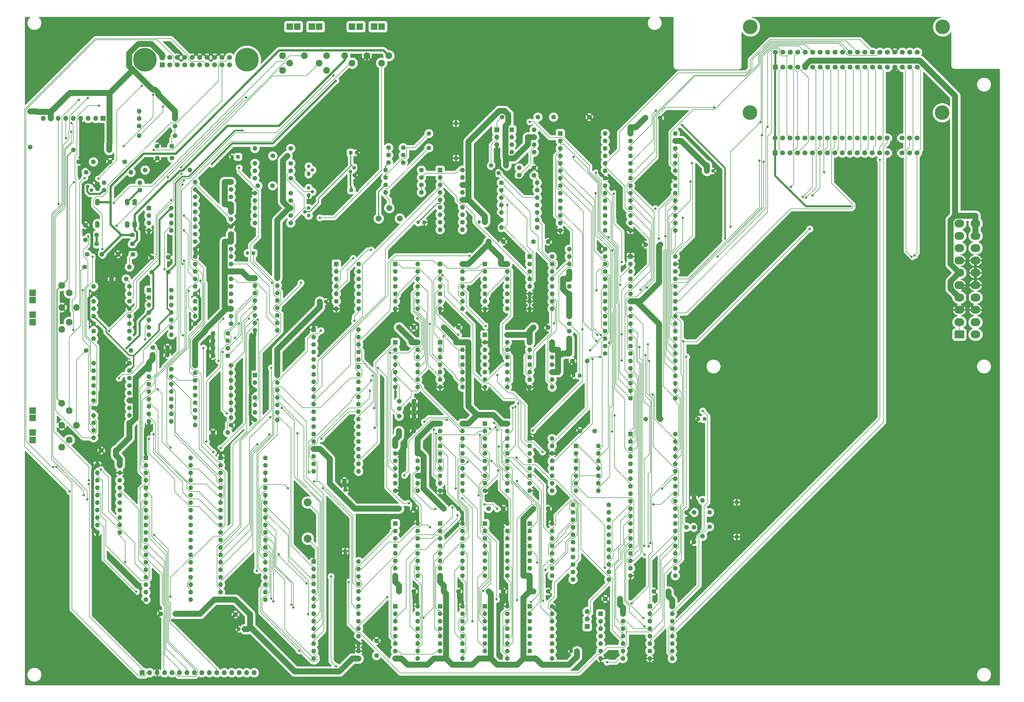
<source format=gbr>
%TF.GenerationSoftware,KiCad,Pcbnew,(5.1.5)-3*%
%TF.CreationDate,2021-01-24T13:48:13-06:00*%
%TF.ProjectId,dragon64,64726167-6f6e-4363-942e-6b696361645f,rev?*%
%TF.SameCoordinates,Original*%
%TF.FileFunction,Copper,L2,Bot*%
%TF.FilePolarity,Positive*%
%FSLAX46Y46*%
G04 Gerber Fmt 4.6, Leading zero omitted, Abs format (unit mm)*
G04 Created by KiCad (PCBNEW (5.1.5)-3) date 2021-01-24 13:48:13*
%MOMM*%
%LPD*%
G04 APERTURE LIST*
%TA.AperFunction,ComponentPad*%
%ADD10C,5.000000*%
%TD*%
%TA.AperFunction,ComponentPad*%
%ADD11C,1.700000*%
%TD*%
%TA.AperFunction,ComponentPad*%
%ADD12C,0.100000*%
%TD*%
%TA.AperFunction,ComponentPad*%
%ADD13O,1.600000X1.600000*%
%TD*%
%TA.AperFunction,ComponentPad*%
%ADD14C,1.600000*%
%TD*%
%TA.AperFunction,ComponentPad*%
%ADD15O,1.700000X1.700000*%
%TD*%
%TA.AperFunction,ComponentPad*%
%ADD16R,1.700000X1.700000*%
%TD*%
%TA.AperFunction,ComponentPad*%
%ADD17O,3.300000X2.700000*%
%TD*%
%TA.AperFunction,ComponentPad*%
%ADD18C,1.200000*%
%TD*%
%TA.AperFunction,ComponentPad*%
%ADD19R,1.200000X1.200000*%
%TD*%
%TA.AperFunction,ComponentPad*%
%ADD20C,1.440000*%
%TD*%
%TA.AperFunction,ComponentPad*%
%ADD21R,1.600000X1.600000*%
%TD*%
%TA.AperFunction,ComponentPad*%
%ADD22C,1.500000*%
%TD*%
%TA.AperFunction,ComponentPad*%
%ADD23C,1.300000*%
%TD*%
%TA.AperFunction,ComponentPad*%
%ADD24R,2.286000X2.286000*%
%TD*%
%TA.AperFunction,ComponentPad*%
%ADD25C,2.286000*%
%TD*%
%TA.AperFunction,ComponentPad*%
%ADD26C,2.000000*%
%TD*%
%TA.AperFunction,ComponentPad*%
%ADD27C,8.000000*%
%TD*%
%TA.AperFunction,ComponentPad*%
%ADD28O,1.600000X2.300000*%
%TD*%
%TA.AperFunction,ComponentPad*%
%ADD29C,2.700000*%
%TD*%
%TA.AperFunction,ComponentPad*%
%ADD30O,1.200000X1.200000*%
%TD*%
%TA.AperFunction,ComponentPad*%
%ADD31O,1.200000X1.600000*%
%TD*%
%TA.AperFunction,ViaPad*%
%ADD32C,0.800000*%
%TD*%
%TA.AperFunction,Conductor*%
%ADD33C,2.000000*%
%TD*%
%TA.AperFunction,Conductor*%
%ADD34C,0.203200*%
%TD*%
%TA.AperFunction,Conductor*%
%ADD35C,0.635000*%
%TD*%
%TA.AperFunction,Conductor*%
%ADD36C,0.304800*%
%TD*%
%TA.AperFunction,Conductor*%
%ADD37C,1.000000*%
%TD*%
%TA.AperFunction,Conductor*%
%ADD38C,0.508000*%
%TD*%
%TA.AperFunction,Conductor*%
%ADD39C,0.762000*%
%TD*%
%TA.AperFunction,Conductor*%
%ADD40C,0.254000*%
%TD*%
G04 APERTURE END LIST*
D10*
%TO.P,PL9,MP*%
%TO.N,N/C*%
X312932500Y25616000D03*
X247527500Y25616000D03*
D11*
%TO.P,PL9,40*%
%TO.N,/EXTMEM*%
X304360000Y16980000D03*
%TO.P,PL9,38*%
%TO.N,/A14*%
X301820000Y16980000D03*
%TO.P,PL9,36*%
%TO.N,/P2*%
X299280000Y16980000D03*
%TO.P,PL9,34*%
%TO.N,GND*%
X296740000Y16980000D03*
%TO.P,PL9,32*%
%TO.N,/ROM2*%
X294200000Y16980000D03*
%TO.P,PL9,30*%
%TO.N,/A11*%
X291660000Y16980000D03*
%TO.P,PL9,28*%
%TO.N,/A9*%
X289120000Y16980000D03*
%TO.P,PL9,26*%
%TO.N,/A7*%
X286580000Y16980000D03*
%TO.P,PL9,24*%
%TO.N,/A5*%
X284040000Y16980000D03*
%TO.P,PL9,22*%
%TO.N,/A3*%
X281500000Y16980000D03*
%TO.P,PL9,20*%
%TO.N,/A1*%
X278960000Y16980000D03*
%TO.P,PL9,18*%
%TO.N,/R~W~*%
X276420000Y16980000D03*
%TO.P,PL9,16*%
%TO.N,/D6*%
X273880000Y16980000D03*
%TO.P,PL9,14*%
%TO.N,/D4*%
X271340000Y16980000D03*
%TO.P,PL9,12*%
%TO.N,/D2*%
X268800000Y16980000D03*
%TO.P,PL9,10*%
%TO.N,/D0*%
X266260000Y16980000D03*
%TO.P,PL9,8*%
%TO.N,/CART*%
X263720000Y16980000D03*
%TO.P,PL9,6*%
%TO.N,/E*%
X261180000Y16980000D03*
%TO.P,PL9,4*%
%TO.N,/~NMI*%
X258640000Y16980000D03*
%TO.P,PL9,2*%
%TO.N,+12V*%
X256100000Y16980000D03*
%TO.P,PL9,39*%
%TO.N,/A15*%
X304360000Y11900000D03*
%TO.P,PL9,37*%
%TO.N,/A13*%
X301820000Y11900000D03*
%TO.P,PL9,35*%
%TO.N,/ESND*%
X299280000Y11900000D03*
%TO.P,PL9,33*%
%TO.N,GND*%
X296740000Y11900000D03*
%TO.P,PL9,31*%
%TO.N,/A12*%
X294200000Y11900000D03*
%TO.P,PL9,29*%
%TO.N,/A10*%
X291660000Y11900000D03*
%TO.P,PL9,27*%
%TO.N,/A8*%
X289120000Y11900000D03*
%TO.P,PL9,25*%
%TO.N,/A6*%
X286580000Y11900000D03*
%TO.P,PL9,23*%
%TO.N,/A4*%
X284040000Y11900000D03*
%TO.P,PL9,21*%
%TO.N,/A2*%
X281500000Y11900000D03*
%TO.P,PL9,19*%
%TO.N,/A0*%
X278960000Y11900000D03*
%TO.P,PL9,17*%
%TO.N,/D7*%
X276420000Y11900000D03*
%TO.P,PL9,15*%
%TO.N,/D5*%
X273880000Y11900000D03*
%TO.P,PL9,13*%
%TO.N,/D3*%
X271340000Y11900000D03*
%TO.P,PL9,11*%
%TO.N,/D1*%
X268800000Y11900000D03*
%TO.P,PL9,9*%
%TO.N,+5V*%
X266260000Y11900000D03*
%TO.P,PL9,7*%
%TO.N,/Q*%
X263720000Y11900000D03*
%TO.P,PL9,5*%
%TO.N,/~RESET*%
X261180000Y11900000D03*
%TO.P,PL9,3*%
%TO.N,/~HALT*%
X258640000Y11900000D03*
%TA.AperFunction,ComponentPad*%
D12*
%TO.P,PL9,1*%
%TO.N,+12V*%
G36*
X256724504Y12748796D02*
G01*
X256748773Y12745196D01*
X256772571Y12739235D01*
X256795671Y12730970D01*
X256817849Y12720480D01*
X256838893Y12707867D01*
X256858598Y12693253D01*
X256876777Y12676777D01*
X256893253Y12658598D01*
X256907867Y12638893D01*
X256920480Y12617849D01*
X256930970Y12595671D01*
X256939235Y12572571D01*
X256945196Y12548773D01*
X256948796Y12524504D01*
X256950000Y12500000D01*
X256950000Y11300000D01*
X256948796Y11275496D01*
X256945196Y11251227D01*
X256939235Y11227429D01*
X256930970Y11204329D01*
X256920480Y11182151D01*
X256907867Y11161107D01*
X256893253Y11141402D01*
X256876777Y11123223D01*
X256858598Y11106747D01*
X256838893Y11092133D01*
X256817849Y11079520D01*
X256795671Y11069030D01*
X256772571Y11060765D01*
X256748773Y11054804D01*
X256724504Y11051204D01*
X256700000Y11050000D01*
X255500000Y11050000D01*
X255475496Y11051204D01*
X255451227Y11054804D01*
X255427429Y11060765D01*
X255404329Y11069030D01*
X255382151Y11079520D01*
X255361107Y11092133D01*
X255341402Y11106747D01*
X255323223Y11123223D01*
X255306747Y11141402D01*
X255292133Y11161107D01*
X255279520Y11182151D01*
X255269030Y11204329D01*
X255260765Y11227429D01*
X255254804Y11251227D01*
X255251204Y11275496D01*
X255250000Y11300000D01*
X255250000Y12500000D01*
X255251204Y12524504D01*
X255254804Y12548773D01*
X255260765Y12572571D01*
X255269030Y12595671D01*
X255279520Y12617849D01*
X255292133Y12638893D01*
X255306747Y12658598D01*
X255323223Y12676777D01*
X255341402Y12693253D01*
X255361107Y12707867D01*
X255382151Y12720480D01*
X255404329Y12730970D01*
X255427429Y12739235D01*
X255451227Y12745196D01*
X255475496Y12748796D01*
X255500000Y12750000D01*
X256700000Y12750000D01*
X256724504Y12748796D01*
G37*
%TD.AperFunction*%
%TD*%
D13*
%TO.P,R85,1*%
%TO.N,+5V*%
X2600000Y-3100000D03*
D14*
%TO.P,R85,2*%
%TO.N,Net-(PL6-Pad2)*%
X2600000Y-15292000D03*
%TD*%
D15*
%TO.P,PL6,9*%
%TO.N,/MOD*%
X7080000Y-5500000D03*
%TO.P,PL6,8*%
%TO.N,+5V*%
X9620000Y-5500000D03*
%TO.P,PL6,7*%
%TO.N,/SOUND*%
X12160000Y-5500000D03*
%TO.P,PL6,6*%
%TO.N,/VIDEO*%
X14700000Y-5500000D03*
%TO.P,PL6,5*%
%TO.N,GND*%
X17240000Y-5500000D03*
%TO.P,PL6,4*%
X19780000Y-5500000D03*
%TO.P,PL6,3*%
%TO.N,RES_IN*%
X22320000Y-5500000D03*
%TO.P,PL6,2*%
%TO.N,Net-(PL6-Pad2)*%
X24860000Y-5500000D03*
D16*
%TO.P,PL6,1*%
%TO.N,atx_on*%
X27400000Y-5500000D03*
%TD*%
D17*
%TO.P,J1,20*%
%TO.N,+5V*%
X324140000Y-41320000D03*
%TO.P,J1,19*%
X324140000Y-45520000D03*
%TO.P,J1,18*%
%TO.N,N/C*%
X324140000Y-49720000D03*
%TO.P,J1,17*%
%TO.N,GND*%
X324140000Y-53920000D03*
%TO.P,J1,16*%
X324140000Y-58120000D03*
%TO.P,J1,15*%
X324140000Y-62320000D03*
%TO.P,J1,14*%
%TO.N,atx_on*%
X324140000Y-66520000D03*
%TO.P,J1,13*%
%TO.N,GND*%
X324140000Y-70720000D03*
%TO.P,J1,12*%
%TO.N,-12V*%
X324140000Y-74920000D03*
%TO.P,J1,11*%
%TO.N,Net-(J1-Pad1)*%
X324140000Y-79120000D03*
%TO.P,J1,10*%
%TO.N,+12V*%
X318640000Y-41320000D03*
%TO.P,J1,9*%
%TO.N,N/C*%
X318640000Y-45520000D03*
%TO.P,J1,8*%
X318640000Y-49720000D03*
%TO.P,J1,7*%
%TO.N,GND*%
X318640000Y-53920000D03*
%TO.P,J1,6*%
%TO.N,+5V*%
X318640000Y-58120000D03*
%TO.P,J1,5*%
%TO.N,GND*%
X318640000Y-62320000D03*
%TO.P,J1,4*%
%TO.N,+5V*%
X318640000Y-66520000D03*
%TO.P,J1,3*%
%TO.N,GND*%
X318640000Y-70720000D03*
%TO.P,J1,2*%
%TO.N,Net-(J1-Pad1)*%
X318640000Y-74920000D03*
%TA.AperFunction,ComponentPad*%
D12*
%TO.P,J1,1*%
G36*
X320064503Y-77771204D02*
G01*
X320088772Y-77774804D01*
X320112570Y-77780765D01*
X320135670Y-77789030D01*
X320157849Y-77799520D01*
X320178892Y-77812133D01*
X320198598Y-77826748D01*
X320216776Y-77843224D01*
X320233252Y-77861402D01*
X320247867Y-77881108D01*
X320260480Y-77902151D01*
X320270970Y-77924330D01*
X320279235Y-77947430D01*
X320285196Y-77971228D01*
X320288796Y-77995497D01*
X320290000Y-78020001D01*
X320290000Y-80219999D01*
X320288796Y-80244503D01*
X320285196Y-80268772D01*
X320279235Y-80292570D01*
X320270970Y-80315670D01*
X320260480Y-80337849D01*
X320247867Y-80358892D01*
X320233252Y-80378598D01*
X320216776Y-80396776D01*
X320198598Y-80413252D01*
X320178892Y-80427867D01*
X320157849Y-80440480D01*
X320135670Y-80450970D01*
X320112570Y-80459235D01*
X320088772Y-80465196D01*
X320064503Y-80468796D01*
X320039999Y-80470000D01*
X317240001Y-80470000D01*
X317215497Y-80468796D01*
X317191228Y-80465196D01*
X317167430Y-80459235D01*
X317144330Y-80450970D01*
X317122151Y-80440480D01*
X317101108Y-80427867D01*
X317081402Y-80413252D01*
X317063224Y-80396776D01*
X317046748Y-80378598D01*
X317032133Y-80358892D01*
X317019520Y-80337849D01*
X317009030Y-80315670D01*
X317000765Y-80292570D01*
X316994804Y-80268772D01*
X316991204Y-80244503D01*
X316990000Y-80219999D01*
X316990000Y-78020001D01*
X316991204Y-77995497D01*
X316994804Y-77971228D01*
X317000765Y-77947430D01*
X317009030Y-77924330D01*
X317019520Y-77902151D01*
X317032133Y-77881108D01*
X317046748Y-77861402D01*
X317063224Y-77843224D01*
X317081402Y-77826748D01*
X317101108Y-77812133D01*
X317122151Y-77799520D01*
X317144330Y-77789030D01*
X317167430Y-77780765D01*
X317191228Y-77774804D01*
X317215497Y-77771204D01*
X317240001Y-77770000D01*
X320039999Y-77770000D01*
X320064503Y-77771204D01*
G37*
%TD.AperFunction*%
%TD*%
D18*
%TO.P,C33,2*%
%TO.N,-5V*%
X134600000Y-40900000D03*
D19*
%TO.P,C33,1*%
%TO.N,GND*%
X136600000Y-40900000D03*
%TD*%
D18*
%TO.P,C64,2*%
%TO.N,GND*%
X230000000Y-107900000D03*
D19*
%TO.P,C64,1*%
%TO.N,+5V*%
X232000000Y-107900000D03*
%TD*%
D18*
%TO.P,C63,2*%
%TO.N,GND*%
X234800000Y-23400000D03*
D19*
%TO.P,C63,1*%
%TO.N,+5V*%
X232800000Y-23400000D03*
%TD*%
D18*
%TO.P,C58,2*%
%TO.N,GND*%
X186600000Y-187000000D03*
D19*
%TO.P,C58,1*%
%TO.N,+5V*%
X188600000Y-187000000D03*
%TD*%
D18*
%TO.P,C55,2*%
%TO.N,GND*%
X187500000Y-93100000D03*
D19*
%TO.P,C55,1*%
%TO.N,/~RESET*%
X189500000Y-93100000D03*
%TD*%
D18*
%TO.P,C44,2*%
%TO.N,GND*%
X155300000Y-40800000D03*
D19*
%TO.P,C44,1*%
%TO.N,+5V*%
X157300000Y-40800000D03*
%TD*%
D18*
%TO.P,C26,2*%
%TO.N,GND*%
X103100000Y-67900000D03*
D19*
%TO.P,C26,1*%
%TO.N,+5V*%
X101100000Y-67900000D03*
%TD*%
D18*
%TO.P,C25,2*%
%TO.N,GND*%
X113800000Y-30000000D03*
D19*
%TO.P,C25,1*%
%TO.N,-12V*%
X111800000Y-30000000D03*
%TD*%
D18*
%TO.P,C24,2*%
%TO.N,GND*%
X113600000Y-17200000D03*
D19*
%TO.P,C24,1*%
%TO.N,-5V*%
X111600000Y-17200000D03*
%TD*%
D18*
%TO.P,C23,2*%
%TO.N,Net-(C23-Pad2)*%
X76500000Y-51400000D03*
D19*
%TO.P,C23,1*%
%TO.N,/PIAs/TSND*%
X78500000Y-51400000D03*
%TD*%
D18*
%TO.P,C20,2*%
%TO.N,GND*%
X71300000Y-18600000D03*
D19*
%TO.P,C20,1*%
%TO.N,Net-(C20-Pad1)*%
X73300000Y-18600000D03*
%TD*%
D18*
%TO.P,C19,2*%
%TO.N,GND*%
X73600000Y-179500000D03*
D19*
%TO.P,C19,1*%
%TO.N,+5V*%
X75600000Y-179500000D03*
%TD*%
D20*
%TO.P,VR1,1*%
%TO.N,+5V*%
X164500000Y-21600000D03*
%TO.P,VR1,2*%
%TO.N,Net-(R56-Pad1)*%
X161960000Y-24140000D03*
%TO.P,VR1,3*%
%TO.N,Net-(LK2-Pad2)*%
X159420000Y-21600000D03*
%TD*%
D13*
%TO.P,IC3,14*%
%TO.N,Net-(IC3-Pad14)*%
X50620000Y-64000000D03*
%TO.P,IC3,7*%
%TO.N,Net-(IC3-Pad7)*%
X43000000Y-79240000D03*
%TO.P,IC3,13*%
%TO.N,GND*%
X50620000Y-66540000D03*
%TO.P,IC3,6*%
%TO.N,Net-(IC11-Pad10)*%
X43000000Y-76700000D03*
%TO.P,IC3,12*%
%TO.N,Net-(D15-Pad1)*%
X50620000Y-69080000D03*
%TO.P,IC3,5*%
%TO.N,Net-(IC3-Pad5)*%
X43000000Y-74160000D03*
%TO.P,IC3,11*%
%TO.N,-12V*%
X50620000Y-71620000D03*
%TO.P,IC3,4*%
%TO.N,+12V*%
X43000000Y-71620000D03*
%TO.P,IC3,10*%
%TO.N,Net-(IC3-Pad10)*%
X50620000Y-74160000D03*
%TO.P,IC3,3*%
%TO.N,Net-(D4-Pad2)*%
X43000000Y-69080000D03*
%TO.P,IC3,9*%
%TO.N,Net-(IC11-Pad11)*%
X50620000Y-76700000D03*
%TO.P,IC3,2*%
%TO.N,GND*%
X43000000Y-66540000D03*
%TO.P,IC3,8*%
%TO.N,Net-(IC3-Pad8)*%
X50620000Y-79240000D03*
D21*
%TO.P,IC3,1*%
%TO.N,Net-(IC3-Pad1)*%
X43000000Y-64000000D03*
%TD*%
D13*
%TO.P,IC29,16*%
%TO.N,+5V*%
X180086000Y-52578000D03*
%TO.P,IC29,8*%
%TO.N,GND*%
X172466000Y-70358000D03*
%TO.P,IC29,15*%
%TO.N,Net-(IC29-Pad15)*%
X180086000Y-55118000D03*
%TO.P,IC29,7*%
%TO.N,GND*%
X172466000Y-67818000D03*
%TO.P,IC29,14*%
%TO.N,Net-(IC29-Pad14)*%
X180086000Y-57658000D03*
%TO.P,IC29,6*%
%TO.N,GND*%
X172466000Y-65278000D03*
%TO.P,IC29,13*%
%TO.N,Net-(IC29-Pad13)*%
X180086000Y-60198000D03*
%TO.P,IC29,5*%
%TO.N,Net-(C49-Pad1)*%
X172466000Y-62738000D03*
%TO.P,IC29,12*%
%TO.N,/Video/Y*%
X180086000Y-62738000D03*
%TO.P,IC29,4*%
%TO.N,Net-(IC17-Pad2)*%
X172466000Y-60198000D03*
%TO.P,IC29,11*%
%TO.N,Net-(IC19-Pad9)*%
X180086000Y-65278000D03*
%TO.P,IC29,3*%
%TO.N,Net-(IC29-Pad15)*%
X172466000Y-57658000D03*
%TO.P,IC29,10*%
%TO.N,Net-(IC29-Pad10)*%
X180086000Y-67818000D03*
%TO.P,IC29,2*%
%TO.N,/Video/oA*%
X172466000Y-55118000D03*
%TO.P,IC29,9*%
%TO.N,Net-(IC29-Pad9)*%
X180086000Y-70358000D03*
D21*
%TO.P,IC29,1*%
%TO.N,/Video/oB*%
X172466000Y-52578000D03*
%TD*%
D13*
%TO.P,IC9,14*%
%TO.N,+5V*%
X114300000Y-55118000D03*
%TO.P,IC9,7*%
%TO.N,GND*%
X106680000Y-70358000D03*
%TO.P,IC9,13*%
%TO.N,Net-(IC12-Pad5)*%
X114300000Y-57658000D03*
%TO.P,IC9,6*%
%TO.N,Net-(IC18-Pad12)*%
X106680000Y-67818000D03*
%TO.P,IC9,12*%
%TO.N,Net-(IC12-Pad10)*%
X114300000Y-60198000D03*
%TO.P,IC9,5*%
%TO.N,Net-(IC23-Pad13)*%
X106680000Y-65278000D03*
%TO.P,IC9,11*%
%TO.N,N/C*%
X114300000Y-62738000D03*
%TO.P,IC9,4*%
%TO.N,Net-(IC23-Pad11)*%
X106680000Y-62738000D03*
%TO.P,IC9,10*%
%TO.N,Net-(IC12-Pad9)*%
X114300000Y-65278000D03*
%TO.P,IC9,3*%
%TO.N,N/C*%
X106680000Y-60198000D03*
%TO.P,IC9,9*%
%TO.N,Net-(IC12-Pad8)*%
X114300000Y-67818000D03*
%TO.P,IC9,2*%
%TO.N,Net-(IC18-Pad8)*%
X106680000Y-57658000D03*
%TO.P,IC9,8*%
%TO.N,Net-(IC19-Pad4)*%
X114300000Y-70358000D03*
D21*
%TO.P,IC9,1*%
%TO.N,Net-(IC18-Pad8)*%
X106680000Y-55118000D03*
%TD*%
D10*
%TO.P,PL7,MP*%
%TO.N,N/C*%
X312832500Y-3584000D03*
X247427500Y-3584000D03*
D11*
%TO.P,PL7,40*%
%TO.N,/EXTMEM*%
X304260000Y-12220000D03*
%TO.P,PL7,38*%
%TO.N,/A14*%
X301720000Y-12220000D03*
%TO.P,PL7,36*%
%TO.N,/P2*%
X299180000Y-12220000D03*
%TO.P,PL7,34*%
%TO.N,GND*%
X296640000Y-12220000D03*
%TO.P,PL7,32*%
%TO.N,/ROM2*%
X294100000Y-12220000D03*
%TO.P,PL7,30*%
%TO.N,/A11*%
X291560000Y-12220000D03*
%TO.P,PL7,28*%
%TO.N,/A9*%
X289020000Y-12220000D03*
%TO.P,PL7,26*%
%TO.N,/A7*%
X286480000Y-12220000D03*
%TO.P,PL7,24*%
%TO.N,/A5*%
X283940000Y-12220000D03*
%TO.P,PL7,22*%
%TO.N,/A3*%
X281400000Y-12220000D03*
%TO.P,PL7,20*%
%TO.N,/A1*%
X278860000Y-12220000D03*
%TO.P,PL7,18*%
%TO.N,/R~W~*%
X276320000Y-12220000D03*
%TO.P,PL7,16*%
%TO.N,/D6*%
X273780000Y-12220000D03*
%TO.P,PL7,14*%
%TO.N,/D4*%
X271240000Y-12220000D03*
%TO.P,PL7,12*%
%TO.N,/D2*%
X268700000Y-12220000D03*
%TO.P,PL7,10*%
%TO.N,/D0*%
X266160000Y-12220000D03*
%TO.P,PL7,8*%
%TO.N,/CART*%
X263620000Y-12220000D03*
%TO.P,PL7,6*%
%TO.N,/E*%
X261080000Y-12220000D03*
%TO.P,PL7,4*%
%TO.N,/~NMI*%
X258540000Y-12220000D03*
%TO.P,PL7,2*%
%TO.N,+12V*%
X256000000Y-12220000D03*
%TO.P,PL7,39*%
%TO.N,/A15*%
X304260000Y-17300000D03*
%TO.P,PL7,37*%
%TO.N,/A13*%
X301720000Y-17300000D03*
%TO.P,PL7,35*%
%TO.N,/ESND*%
X299180000Y-17300000D03*
%TO.P,PL7,33*%
%TO.N,GND*%
X296640000Y-17300000D03*
%TO.P,PL7,31*%
%TO.N,/A12*%
X294100000Y-17300000D03*
%TO.P,PL7,29*%
%TO.N,/A10*%
X291560000Y-17300000D03*
%TO.P,PL7,27*%
%TO.N,/A8*%
X289020000Y-17300000D03*
%TO.P,PL7,25*%
%TO.N,/A6*%
X286480000Y-17300000D03*
%TO.P,PL7,23*%
%TO.N,/A4*%
X283940000Y-17300000D03*
%TO.P,PL7,21*%
%TO.N,/A2*%
X281400000Y-17300000D03*
%TO.P,PL7,19*%
%TO.N,/A0*%
X278860000Y-17300000D03*
%TO.P,PL7,17*%
%TO.N,/D7*%
X276320000Y-17300000D03*
%TO.P,PL7,15*%
%TO.N,/D5*%
X273780000Y-17300000D03*
%TO.P,PL7,13*%
%TO.N,/D3*%
X271240000Y-17300000D03*
%TO.P,PL7,11*%
%TO.N,/D1*%
X268700000Y-17300000D03*
%TO.P,PL7,9*%
%TO.N,+5V*%
X266160000Y-17300000D03*
%TO.P,PL7,7*%
%TO.N,/Q*%
X263620000Y-17300000D03*
%TO.P,PL7,5*%
%TO.N,/~RESET*%
X261080000Y-17300000D03*
%TO.P,PL7,3*%
%TO.N,/~HALT*%
X258540000Y-17300000D03*
%TA.AperFunction,ComponentPad*%
D12*
%TO.P,PL7,1*%
%TO.N,+12V*%
G36*
X256624504Y-16451204D02*
G01*
X256648773Y-16454804D01*
X256672571Y-16460765D01*
X256695671Y-16469030D01*
X256717849Y-16479520D01*
X256738893Y-16492133D01*
X256758598Y-16506747D01*
X256776777Y-16523223D01*
X256793253Y-16541402D01*
X256807867Y-16561107D01*
X256820480Y-16582151D01*
X256830970Y-16604329D01*
X256839235Y-16627429D01*
X256845196Y-16651227D01*
X256848796Y-16675496D01*
X256850000Y-16700000D01*
X256850000Y-17900000D01*
X256848796Y-17924504D01*
X256845196Y-17948773D01*
X256839235Y-17972571D01*
X256830970Y-17995671D01*
X256820480Y-18017849D01*
X256807867Y-18038893D01*
X256793253Y-18058598D01*
X256776777Y-18076777D01*
X256758598Y-18093253D01*
X256738893Y-18107867D01*
X256717849Y-18120480D01*
X256695671Y-18130970D01*
X256672571Y-18139235D01*
X256648773Y-18145196D01*
X256624504Y-18148796D01*
X256600000Y-18150000D01*
X255400000Y-18150000D01*
X255375496Y-18148796D01*
X255351227Y-18145196D01*
X255327429Y-18139235D01*
X255304329Y-18130970D01*
X255282151Y-18120480D01*
X255261107Y-18107867D01*
X255241402Y-18093253D01*
X255223223Y-18076777D01*
X255206747Y-18058598D01*
X255192133Y-18038893D01*
X255179520Y-18017849D01*
X255169030Y-17995671D01*
X255160765Y-17972571D01*
X255154804Y-17948773D01*
X255151204Y-17924504D01*
X255150000Y-17900000D01*
X255150000Y-16700000D01*
X255151204Y-16675496D01*
X255154804Y-16651227D01*
X255160765Y-16627429D01*
X255169030Y-16604329D01*
X255179520Y-16582151D01*
X255192133Y-16561107D01*
X255206747Y-16541402D01*
X255223223Y-16523223D01*
X255241402Y-16506747D01*
X255261107Y-16492133D01*
X255282151Y-16479520D01*
X255304329Y-16469030D01*
X255327429Y-16460765D01*
X255351227Y-16454804D01*
X255375496Y-16451204D01*
X255400000Y-16450000D01*
X256600000Y-16450000D01*
X256624504Y-16451204D01*
G37*
%TD.AperFunction*%
%TD*%
D13*
%TO.P,IC39,40*%
%TO.N,+5V*%
X221996000Y-113030000D03*
%TO.P,IC39,20*%
%TO.N,GND*%
X206756000Y-161290000D03*
%TO.P,IC39,39*%
%TO.N,/A12*%
X221996000Y-115570000D03*
%TO.P,IC39,19*%
%TO.N,/A3*%
X206756000Y-158750000D03*
%TO.P,IC39,38*%
%TO.N,/A13*%
X221996000Y-118110000D03*
%TO.P,IC39,18*%
%TO.N,/A2*%
X206756000Y-156210000D03*
%TO.P,IC39,37*%
%TO.N,/A14*%
X221996000Y-120650000D03*
%TO.P,IC39,17*%
%TO.N,/A1*%
X206756000Y-153670000D03*
%TO.P,IC39,36*%
%TO.N,/A15*%
X221996000Y-123190000D03*
%TO.P,IC39,16*%
%TO.N,/A0*%
X206756000Y-151130000D03*
%TO.P,IC39,35*%
%TO.N,Net-(IC36-Pad2)*%
X221996000Y-125730000D03*
%TO.P,IC39,15*%
%TO.N,/R~W~*%
X206756000Y-148590000D03*
%TO.P,IC39,34*%
%TO.N,Net-(IC39-Pad34)*%
X221996000Y-128270000D03*
%TO.P,IC39,14*%
%TO.N,/E*%
X206756000Y-146050000D03*
%TO.P,IC39,33*%
%TO.N,Net-(IC39-Pad33)*%
X221996000Y-130810000D03*
%TO.P,IC39,13*%
%TO.N,/Q*%
X206756000Y-143510000D03*
%TO.P,IC39,32*%
%TO.N,Net-(IC39-Pad32)*%
X221996000Y-133350000D03*
%TO.P,IC39,12*%
%TO.N,Net-(IC39-Pad12)*%
X206756000Y-140970000D03*
%TO.P,IC39,31*%
%TO.N,Net-(IC39-Pad31)*%
X221996000Y-135890000D03*
%TO.P,IC39,11*%
%TO.N,Net-(IC39-Pad11)*%
X206756000Y-138430000D03*
%TO.P,IC39,30*%
%TO.N,Net-(IC39-Pad30)*%
X221996000Y-138430000D03*
%TO.P,IC39,10*%
%TO.N,Net-(IC39-Pad10)*%
X206756000Y-135890000D03*
%TO.P,IC39,29*%
%TO.N,Net-(IC39-Pad29)*%
X221996000Y-140970000D03*
%TO.P,IC39,9*%
%TO.N,/~NHS*%
X206756000Y-133350000D03*
%TO.P,IC39,28*%
%TO.N,Net-(IC39-Pad28)*%
X221996000Y-143510000D03*
%TO.P,IC39,8*%
%TO.N,/DA0'*%
X206756000Y-130810000D03*
%TO.P,IC39,27*%
%TO.N,/S0*%
X221996000Y-146050000D03*
%TO.P,IC39,7*%
%TO.N,/VCLK*%
X206756000Y-128270000D03*
%TO.P,IC39,26*%
%TO.N,/S1*%
X221996000Y-148590000D03*
%TO.P,IC39,6*%
%TO.N,/XL3_A*%
X206756000Y-125730000D03*
%TO.P,IC39,25*%
%TO.N,/S2*%
X221996000Y-151130000D03*
%TO.P,IC39,5*%
%TO.N,/XL3_B*%
X206756000Y-123190000D03*
%TO.P,IC39,24*%
%TO.N,/A7*%
X221996000Y-153670000D03*
%TO.P,IC39,4*%
%TO.N,/A8*%
X206756000Y-120650000D03*
%TO.P,IC39,23*%
%TO.N,/A6*%
X221996000Y-156210000D03*
%TO.P,IC39,3*%
%TO.N,/A9*%
X206756000Y-118110000D03*
%TO.P,IC39,22*%
%TO.N,/A5*%
X221996000Y-158750000D03*
%TO.P,IC39,2*%
%TO.N,/A10*%
X206756000Y-115570000D03*
%TO.P,IC39,21*%
%TO.N,/A4*%
X221996000Y-161290000D03*
D21*
%TO.P,IC39,1*%
%TO.N,/A11*%
X206756000Y-113030000D03*
%TD*%
D13*
%TO.P,R84,1*%
%TO.N,/XL3_A*%
X231267000Y-135636000D03*
D14*
%TO.P,R84,2*%
%TO.N,/XL3_C*%
X231267000Y-147828000D03*
%TD*%
D13*
%TO.P,IC37,28*%
%TO.N,+5V*%
X221996000Y-10668000D03*
%TO.P,IC37,14*%
%TO.N,GND*%
X206756000Y-43688000D03*
%TO.P,IC37,27*%
%TO.N,+5V*%
X221996000Y-13208000D03*
%TO.P,IC37,13*%
%TO.N,/D2*%
X206756000Y-41148000D03*
%TO.P,IC37,26*%
%TO.N,/A13*%
X221996000Y-15748000D03*
%TO.P,IC37,12*%
%TO.N,/D1*%
X206756000Y-38608000D03*
%TO.P,IC37,25*%
%TO.N,/A8*%
X221996000Y-18288000D03*
%TO.P,IC37,11*%
%TO.N,/D0*%
X206756000Y-36068000D03*
%TO.P,IC37,24*%
%TO.N,/A9*%
X221996000Y-20828000D03*
%TO.P,IC37,10*%
%TO.N,/A0*%
X206756000Y-33528000D03*
%TO.P,IC37,23*%
%TO.N,/A11*%
X221996000Y-23368000D03*
%TO.P,IC37,9*%
%TO.N,/A1*%
X206756000Y-30988000D03*
%TO.P,IC37,22*%
%TO.N,GND*%
X221996000Y-25908000D03*
%TO.P,IC37,8*%
%TO.N,/A2*%
X206756000Y-28448000D03*
%TO.P,IC37,21*%
%TO.N,/A10*%
X221996000Y-28448000D03*
%TO.P,IC37,7*%
%TO.N,/A3*%
X206756000Y-25908000D03*
%TO.P,IC37,20*%
%TO.N,/ROM1*%
X221996000Y-30988000D03*
%TO.P,IC37,6*%
%TO.N,/A4*%
X206756000Y-23368000D03*
%TO.P,IC37,19*%
%TO.N,/D7*%
X221996000Y-33528000D03*
%TO.P,IC37,5*%
%TO.N,/A5*%
X206756000Y-20828000D03*
%TO.P,IC37,18*%
%TO.N,/D6*%
X221996000Y-36068000D03*
%TO.P,IC37,4*%
%TO.N,/A6*%
X206756000Y-18288000D03*
%TO.P,IC37,17*%
%TO.N,/D5*%
X221996000Y-38608000D03*
%TO.P,IC37,3*%
%TO.N,/A7*%
X206756000Y-15748000D03*
%TO.P,IC37,16*%
%TO.N,/D4*%
X221996000Y-41148000D03*
%TO.P,IC37,2*%
%TO.N,/A12*%
X206756000Y-13208000D03*
%TO.P,IC37,15*%
%TO.N,/D3*%
X221996000Y-43688000D03*
D21*
%TO.P,IC37,1*%
%TO.N,+5V*%
X206756000Y-10668000D03*
%TD*%
D13*
%TO.P,IC38,40*%
%TO.N,/~HALT*%
X221996000Y-52578000D03*
%TO.P,IC38,20*%
%TO.N,/A12*%
X206756000Y-100838000D03*
%TO.P,IC38,39*%
%TO.N,GND*%
X221996000Y-55118000D03*
%TO.P,IC38,19*%
%TO.N,/A11*%
X206756000Y-98298000D03*
%TO.P,IC38,38*%
%TO.N,N/C*%
X221996000Y-57658000D03*
%TO.P,IC38,18*%
%TO.N,/A10*%
X206756000Y-95758000D03*
%TO.P,IC38,37*%
%TO.N,/~RESET*%
X221996000Y-60198000D03*
%TO.P,IC38,17*%
%TO.N,/A9*%
X206756000Y-93218000D03*
%TO.P,IC38,36*%
%TO.N,N/C*%
X221996000Y-62738000D03*
%TO.P,IC38,16*%
%TO.N,/A8*%
X206756000Y-90678000D03*
%TO.P,IC38,35*%
%TO.N,/Q*%
X221996000Y-65278000D03*
%TO.P,IC38,15*%
%TO.N,/A7*%
X206756000Y-88138000D03*
%TO.P,IC38,34*%
%TO.N,/E*%
X221996000Y-67818000D03*
%TO.P,IC38,14*%
%TO.N,/A6*%
X206756000Y-85598000D03*
%TO.P,IC38,33*%
%TO.N,N/C*%
X221996000Y-70358000D03*
%TO.P,IC38,13*%
%TO.N,/A5*%
X206756000Y-83058000D03*
%TO.P,IC38,32*%
%TO.N,/R~W~*%
X221996000Y-72898000D03*
%TO.P,IC38,12*%
%TO.N,/A4*%
X206756000Y-80518000D03*
%TO.P,IC38,31*%
%TO.N,/D0*%
X221996000Y-75438000D03*
%TO.P,IC38,11*%
%TO.N,/A3*%
X206756000Y-77978000D03*
%TO.P,IC38,30*%
%TO.N,/D1*%
X221996000Y-77978000D03*
%TO.P,IC38,10*%
%TO.N,/A2*%
X206756000Y-75438000D03*
%TO.P,IC38,29*%
%TO.N,/D2*%
X221996000Y-80518000D03*
%TO.P,IC38,9*%
%TO.N,/A1*%
X206756000Y-72898000D03*
%TO.P,IC38,28*%
%TO.N,/D3*%
X221996000Y-83058000D03*
%TO.P,IC38,8*%
%TO.N,/A0*%
X206756000Y-70358000D03*
%TO.P,IC38,27*%
%TO.N,/D4*%
X221996000Y-85598000D03*
%TO.P,IC38,7*%
%TO.N,+5V*%
X206756000Y-67818000D03*
%TO.P,IC38,26*%
%TO.N,/D5*%
X221996000Y-88138000D03*
%TO.P,IC38,6*%
%TO.N,N/C*%
X206756000Y-65278000D03*
%TO.P,IC38,25*%
%TO.N,/D6*%
X221996000Y-90678000D03*
%TO.P,IC38,5*%
%TO.N,N/C*%
X206756000Y-62738000D03*
%TO.P,IC38,24*%
%TO.N,/D7*%
X221996000Y-93218000D03*
%TO.P,IC38,4*%
%TO.N,/~FIRQ*%
X206756000Y-60198000D03*
%TO.P,IC38,23*%
%TO.N,/A15*%
X221996000Y-95758000D03*
%TO.P,IC38,3*%
%TO.N,/~IRQ*%
X206756000Y-57658000D03*
%TO.P,IC38,22*%
%TO.N,/A14*%
X221996000Y-98298000D03*
%TO.P,IC38,2*%
%TO.N,/~NMI*%
X206756000Y-55118000D03*
%TO.P,IC38,21*%
%TO.N,/A13*%
X221996000Y-100838000D03*
D21*
%TO.P,IC38,1*%
%TO.N,GND*%
X206756000Y-52578000D03*
%TD*%
D13*
%TO.P,IC34,28*%
%TO.N,+5V*%
X198120000Y-10668000D03*
%TO.P,IC34,14*%
%TO.N,GND*%
X182880000Y-43688000D03*
%TO.P,IC34,27*%
%TO.N,+5V*%
X198120000Y-13208000D03*
%TO.P,IC34,13*%
%TO.N,/D2*%
X182880000Y-41148000D03*
%TO.P,IC34,26*%
%TO.N,/A13*%
X198120000Y-15748000D03*
%TO.P,IC34,12*%
%TO.N,/D1*%
X182880000Y-38608000D03*
%TO.P,IC34,25*%
%TO.N,/A8*%
X198120000Y-18288000D03*
%TO.P,IC34,11*%
%TO.N,/D0*%
X182880000Y-36068000D03*
%TO.P,IC34,24*%
%TO.N,/A9*%
X198120000Y-20828000D03*
%TO.P,IC34,10*%
%TO.N,/A0*%
X182880000Y-33528000D03*
%TO.P,IC34,23*%
%TO.N,/A11*%
X198120000Y-23368000D03*
%TO.P,IC34,9*%
%TO.N,/A1*%
X182880000Y-30988000D03*
%TO.P,IC34,22*%
%TO.N,GND*%
X198120000Y-25908000D03*
%TO.P,IC34,8*%
%TO.N,/A2*%
X182880000Y-28448000D03*
%TO.P,IC34,21*%
%TO.N,/A10*%
X198120000Y-28448000D03*
%TO.P,IC34,7*%
%TO.N,/A3*%
X182880000Y-25908000D03*
%TO.P,IC34,20*%
%TO.N,/ROM0*%
X198120000Y-30988000D03*
%TO.P,IC34,6*%
%TO.N,/A4*%
X182880000Y-23368000D03*
%TO.P,IC34,19*%
%TO.N,/D7*%
X198120000Y-33528000D03*
%TO.P,IC34,5*%
%TO.N,/A5*%
X182880000Y-20828000D03*
%TO.P,IC34,18*%
%TO.N,/D6*%
X198120000Y-36068000D03*
%TO.P,IC34,4*%
%TO.N,/A6*%
X182880000Y-18288000D03*
%TO.P,IC34,17*%
%TO.N,/D5*%
X198120000Y-38608000D03*
%TO.P,IC34,3*%
%TO.N,/A7*%
X182880000Y-15748000D03*
%TO.P,IC34,16*%
%TO.N,/D4*%
X198120000Y-41148000D03*
%TO.P,IC34,2*%
%TO.N,/A12*%
X182880000Y-13208000D03*
%TO.P,IC34,15*%
%TO.N,/D3*%
X198120000Y-43688000D03*
D21*
%TO.P,IC34,1*%
%TO.N,+5V*%
X182880000Y-10668000D03*
%TD*%
D14*
%TO.P,C59,1*%
%TO.N,GND*%
X216836000Y-5334000D03*
%TO.P,C59,2*%
%TO.N,+5V*%
X211836000Y-5334000D03*
%TD*%
D22*
%TO.P,XL3,1*%
%TO.N,/XL3_C*%
X233680000Y-144600000D03*
%TO.P,XL3,2*%
%TO.N,/XL3_B*%
X233680000Y-139700000D03*
D19*
%TO.P,XL3,3*%
%TO.N,GND*%
X242930000Y-148050000D03*
X242930000Y-136250000D03*
%TD*%
D23*
%TO.P,REG1,1*%
%TO.N,GND*%
X112776000Y-24892000D03*
%TO.P,REG1,3*%
%TO.N,-5V*%
X112776000Y-22352000D03*
%TO.P,REG1,2*%
%TO.N,-12V*%
X111506000Y-23622000D03*
%TD*%
D24*
%TO.P,PL8,*%
%TO.N,*%
X98390000Y25710000D03*
X93390000Y25710000D03*
D25*
%TO.P,PL8,7*%
%TO.N,/Serial/S-12V*%
X103390000Y10810000D03*
%TO.P,PL8,6*%
%TO.N,/Serial/TXD*%
X88390000Y10810000D03*
%TO.P,PL8,2*%
%TO.N,/Serial/RXD*%
X95890000Y15810000D03*
%TO.P,PL8,1*%
%TO.N,GND*%
X88390000Y15810000D03*
%TO.P,PL8,3*%
%TO.N,/Serial/S+12V*%
X103390000Y15810000D03*
%TO.P,PL8,4*%
%TO.N,/Serial/DTR*%
X90890000Y13310000D03*
%TO.P,PL8,5*%
%TO.N,/Serial/CTS*%
X100890000Y13310000D03*
D24*
%TO.P,PL8,*%
%TO.N,*%
X90890000Y25710000D03*
X100890000Y25710000D03*
%TD*%
D22*
%TO.P,XL2,1*%
%TO.N,/Video/XL2_B*%
X138176000Y-15568000D03*
%TO.P,XL2,2*%
%TO.N,/Video/XL2_A*%
X138176000Y-10668000D03*
D19*
%TO.P,XL2,3*%
%TO.N,GND*%
X147426000Y-19018000D03*
X147426000Y-7218000D03*
%TD*%
D13*
%TO.P,IC26,16*%
%TO.N,GND*%
X164846000Y-143510000D03*
%TO.P,IC26,8*%
%TO.N,+5V*%
X157226000Y-161290000D03*
%TO.P,IC26,15*%
%TO.N,/~CAS*%
X164846000Y-146050000D03*
%TO.P,IC26,7*%
%TO.N,/Z2*%
X157226000Y-158750000D03*
%TO.P,IC26,14*%
%TO.N,/RAM/DO5*%
X164846000Y-148590000D03*
%TO.P,IC26,6*%
%TO.N,/Z1*%
X157226000Y-156210000D03*
%TO.P,IC26,13*%
%TO.N,/Z6*%
X164846000Y-151130000D03*
%TO.P,IC26,5*%
%TO.N,/Z0*%
X157226000Y-153670000D03*
%TO.P,IC26,12*%
%TO.N,/Z3*%
X164846000Y-153670000D03*
%TO.P,IC26,4*%
%TO.N,/~RAS0*%
X157226000Y-151130000D03*
%TO.P,IC26,11*%
%TO.N,/Z4*%
X164846000Y-156210000D03*
%TO.P,IC26,3*%
%TO.N,/~WE*%
X157226000Y-148590000D03*
%TO.P,IC26,10*%
%TO.N,/Z5*%
X164846000Y-158750000D03*
%TO.P,IC26,2*%
%TO.N,/D5*%
X157226000Y-146050000D03*
%TO.P,IC26,9*%
%TO.N,/Z7*%
X164846000Y-161290000D03*
D21*
%TO.P,IC26,1*%
%TO.N,N/C*%
X157226000Y-143510000D03*
%TD*%
D14*
%TO.P,C38,1*%
%TO.N,+5V*%
X128016000Y-112014000D03*
%TO.P,C38,2*%
%TO.N,GND*%
X133016000Y-112014000D03*
%TD*%
D26*
%TO.P,C32,3*%
%TO.N,N/C*%
X128306100Y-39624000D03*
%TO.P,C32,1*%
%TO.N,/Video/XL2_B*%
X124714000Y-36031900D03*
%TO.P,C32,2*%
%TO.N,-5V*%
X121121900Y-39624000D03*
%TD*%
%TA.AperFunction,ComponentPad*%
D12*
%TO.P,PL2,1*%
%TO.N,/PIAs/STROBE*%
G36*
X48159504Y13542796D02*
G01*
X48183773Y13539196D01*
X48207571Y13533235D01*
X48230671Y13524970D01*
X48252849Y13514480D01*
X48273893Y13501867D01*
X48293598Y13487253D01*
X48311777Y13470777D01*
X48328253Y13452598D01*
X48342867Y13432893D01*
X48355480Y13411849D01*
X48365970Y13389671D01*
X48374235Y13366571D01*
X48380196Y13342773D01*
X48383796Y13318504D01*
X48385000Y13294000D01*
X48385000Y12094000D01*
X48383796Y12069496D01*
X48380196Y12045227D01*
X48374235Y12021429D01*
X48365970Y11998329D01*
X48355480Y11976151D01*
X48342867Y11955107D01*
X48328253Y11935402D01*
X48311777Y11917223D01*
X48293598Y11900747D01*
X48273893Y11886133D01*
X48252849Y11873520D01*
X48230671Y11863030D01*
X48207571Y11854765D01*
X48183773Y11848804D01*
X48159504Y11845204D01*
X48135000Y11844000D01*
X46935000Y11844000D01*
X46910496Y11845204D01*
X46886227Y11848804D01*
X46862429Y11854765D01*
X46839329Y11863030D01*
X46817151Y11873520D01*
X46796107Y11886133D01*
X46776402Y11900747D01*
X46758223Y11917223D01*
X46741747Y11935402D01*
X46727133Y11955107D01*
X46714520Y11976151D01*
X46704030Y11998329D01*
X46695765Y12021429D01*
X46689804Y12045227D01*
X46686204Y12069496D01*
X46685000Y12094000D01*
X46685000Y13294000D01*
X46686204Y13318504D01*
X46689804Y13342773D01*
X46695765Y13366571D01*
X46704030Y13389671D01*
X46714520Y13411849D01*
X46727133Y13432893D01*
X46741747Y13452598D01*
X46758223Y13470777D01*
X46776402Y13487253D01*
X46796107Y13501867D01*
X46817151Y13514480D01*
X46839329Y13524970D01*
X46862429Y13533235D01*
X46886227Y13539196D01*
X46910496Y13542796D01*
X46935000Y13544000D01*
X48135000Y13544000D01*
X48159504Y13542796D01*
G37*
%TD.AperFunction*%
D11*
%TO.P,PL2,3*%
%TO.N,/PIAs/PR0*%
X50075000Y12694000D03*
%TO.P,PL2,5*%
%TO.N,/PIAs/PR1*%
X52615000Y12694000D03*
%TO.P,PL2,7*%
%TO.N,/PIAs/PR2*%
X55155000Y12694000D03*
%TO.P,PL2,9*%
%TO.N,/PIAs/PR3*%
X57695000Y12694000D03*
%TO.P,PL2,11*%
%TO.N,/PIAs/PR4*%
X60235000Y12694000D03*
%TO.P,PL2,13*%
%TO.N,/PIAs/PR5*%
X62775000Y12694000D03*
%TO.P,PL2,15*%
%TO.N,/PIAs/PR6*%
X65315000Y12694000D03*
%TO.P,PL2,17*%
%TO.N,/PIAs/PR7*%
X67855000Y12694000D03*
%TO.P,PL2,19*%
%TO.N,/PIAs/~ACK*%
X70395000Y12694000D03*
%TO.P,PL2,2*%
%TO.N,+5V*%
X47535000Y15234000D03*
%TO.P,PL2,4*%
X50075000Y15234000D03*
%TO.P,PL2,6*%
%TO.N,GND*%
X52615000Y15234000D03*
%TO.P,PL2,8*%
X55155000Y15234000D03*
%TO.P,PL2,10*%
X57695000Y15234000D03*
%TO.P,PL2,12*%
X60235000Y15234000D03*
%TO.P,PL2,14*%
X62775000Y15234000D03*
%TO.P,PL2,16*%
X65315000Y15234000D03*
%TO.P,PL2,18*%
X67855000Y15234000D03*
%TO.P,PL2,20*%
%TO.N,/PIAs/~BUSY*%
X70395000Y15234000D03*
D27*
%TO.P,PL2,MP*%
%TO.N,N/C*%
X41630000Y14494000D03*
X76300000Y14494000D03*
%TD*%
D13*
%TO.P,L4,1*%
%TO.N,/PIAs/KR2*%
X36830000Y-84582000D03*
D14*
%TO.P,L4,2*%
%TO.N,/PIAs/JR_F2*%
X21590000Y-84582000D03*
%TD*%
D13*
%TO.P,L3,1*%
%TO.N,/PIAs/KR3*%
X56896000Y-23114000D03*
D14*
%TO.P,L3,2*%
%TO.N,/PIAs/JL_F2*%
X41656000Y-23114000D03*
%TD*%
D13*
%TO.P,L2,1*%
%TO.N,/PIAs/KR0*%
X36322000Y-56134000D03*
D14*
%TO.P,L2,2*%
%TO.N,/PIAs/JR_F1*%
X21082000Y-56134000D03*
%TD*%
D13*
%TO.P,L1,1*%
%TO.N,/PIAs/KR1*%
X36830000Y-23876000D03*
D14*
%TO.P,L1,2*%
%TO.N,/PIAs/JL_F1*%
X21590000Y-23876000D03*
%TD*%
D23*
%TO.P,TR4,1*%
%TO.N,Net-(R46-Pad2)*%
X97282000Y-38608000D03*
%TO.P,TR4,3*%
%TO.N,Net-(R43-Pad2)*%
X97282000Y-36068000D03*
%TO.P,TR4,2*%
%TO.N,-5V*%
X96012000Y-37338000D03*
%TD*%
D28*
%TO.P,RLA1,6*%
%TO.N,/PIAs/REM2*%
X38100000Y-41656000D03*
%TO.P,RLA1,7*%
%TO.N,N/C*%
X38100000Y-34036000D03*
%TO.P,RLA1,5*%
%TO.N,/PIAs/MOT_FBD*%
X35560000Y-41656000D03*
%TO.P,RLA1,1*%
%TO.N,N/C*%
X25400000Y-41656000D03*
%TO.P,RLA1,8*%
%TO.N,+12V*%
X35560000Y-34036000D03*
%TO.P,RLA1,12*%
%TO.N,/PIAs/REM1*%
X25400000Y-34036000D03*
%TD*%
D14*
%TO.P,C69,1*%
%TO.N,GND*%
X49276000Y-83566000D03*
%TO.P,C69,2*%
%TO.N,/PIAs/KR2*%
X44276000Y-83566000D03*
%TD*%
%TO.P,C68,1*%
%TO.N,/PIAs/KR3*%
X50800000Y-19050000D03*
%TO.P,C68,2*%
%TO.N,GND*%
X45800000Y-19050000D03*
%TD*%
D24*
%TO.P,PL4,*%
%TO.N,*%
X119590000Y25710000D03*
X114690000Y25710000D03*
D25*
%TO.P,PL4,4*%
%TO.N,/PIAs/CASIN*%
X112090000Y13310000D03*
%TO.P,PL4,1*%
%TO.N,/PIAs/REM2*%
X109590000Y15810000D03*
%TO.P,PL4,3*%
%TO.N,/PIAs/REM1*%
X124590000Y15810000D03*
D24*
%TO.P,PL4,*%
%TO.N,*%
X112090000Y25710000D03*
D25*
%TO.P,PL4,2*%
%TO.N,GND*%
X117090000Y15810000D03*
D24*
%TO.P,PL4,*%
%TO.N,*%
X122090000Y25710000D03*
D25*
%TO.P,PL4,5*%
%TO.N,/PIAs/CASOUT*%
X122090000Y13310000D03*
%TD*%
D24*
%TO.P,PL3,*%
%TO.N,*%
X3446000Y-107558000D03*
X3446000Y-112558000D03*
D25*
%TO.P,PL3,2*%
%TO.N,/PIAs/JR_Y*%
X15846000Y-115058000D03*
%TO.P,PL3,1*%
%TO.N,/PIAs/JR_X*%
X13346000Y-117558000D03*
%TO.P,PL3,5*%
%TO.N,/PIAs/J+5V*%
X13346000Y-102558000D03*
%TO.P,PL3,6*%
%TO.N,/PIAs/JR_F2*%
X18346000Y-110058000D03*
D24*
%TO.P,PL3,*%
%TO.N,*%
X3446000Y-115058000D03*
D25*
%TO.P,PL3,3*%
%TO.N,GND*%
X13346000Y-110058000D03*
D24*
%TO.P,PL3,*%
%TO.N,*%
X3446000Y-105058000D03*
D25*
%TO.P,PL3,4*%
%TO.N,/PIAs/JR_F1*%
X15846000Y-105058000D03*
%TD*%
D24*
%TO.P,PL5,*%
%TO.N,*%
X3446000Y-67426000D03*
X3446000Y-72426000D03*
D25*
%TO.P,PL5,2*%
%TO.N,/PIAs/JL_Y*%
X15846000Y-74926000D03*
%TO.P,PL5,1*%
%TO.N,/PIAs/JL_X*%
X13346000Y-77426000D03*
%TO.P,PL5,5*%
%TO.N,/PIAs/J+5V*%
X13346000Y-62426000D03*
%TO.P,PL5,6*%
%TO.N,/PIAs/JL_F2*%
X18346000Y-69926000D03*
D24*
%TO.P,PL5,*%
%TO.N,*%
X3446000Y-74926000D03*
D25*
%TO.P,PL5,3*%
%TO.N,GND*%
X13346000Y-69926000D03*
D24*
%TO.P,PL5,*%
%TO.N,*%
X3446000Y-64926000D03*
D25*
%TO.P,PL5,4*%
%TO.N,/PIAs/JL_F1*%
X15846000Y-64926000D03*
%TD*%
D13*
%TO.P,R83,1*%
%TO.N,Net-(LK1-Pad2)*%
X199390000Y-162560000D03*
D14*
%TO.P,R83,2*%
%TO.N,/Z7*%
X187198000Y-162560000D03*
%TD*%
D13*
%TO.P,R82,1*%
%TO.N,Net-(IC39-Pad12)*%
X199390000Y-160020000D03*
D14*
%TO.P,R82,2*%
%TO.N,/~RAS0*%
X187198000Y-160020000D03*
%TD*%
D13*
%TO.P,R81,1*%
%TO.N,Net-(IC39-Pad11)*%
X199390000Y-157480000D03*
D14*
%TO.P,R81,2*%
%TO.N,/~CAS*%
X187198000Y-157480000D03*
%TD*%
D13*
%TO.P,R80,1*%
%TO.N,Net-(IC39-Pad10)*%
X199390000Y-154940000D03*
D14*
%TO.P,R80,2*%
%TO.N,/~WE*%
X187198000Y-154940000D03*
%TD*%
D13*
%TO.P,R79,1*%
%TO.N,Net-(IC39-Pad28)*%
X199390000Y-152400000D03*
D14*
%TO.P,R79,2*%
%TO.N,/Z0*%
X187198000Y-152400000D03*
%TD*%
D13*
%TO.P,R78,1*%
%TO.N,Net-(IC39-Pad29)*%
X199390000Y-149860000D03*
D14*
%TO.P,R78,2*%
%TO.N,/Z1*%
X187198000Y-149860000D03*
%TD*%
D13*
%TO.P,R77,1*%
%TO.N,Net-(IC39-Pad30)*%
X199390000Y-147320000D03*
D14*
%TO.P,R77,2*%
%TO.N,/Z2*%
X187198000Y-147320000D03*
%TD*%
D13*
%TO.P,R76,1*%
%TO.N,Net-(IC39-Pad31)*%
X199390000Y-144780000D03*
D14*
%TO.P,R76,2*%
%TO.N,/Z3*%
X187198000Y-144780000D03*
%TD*%
D13*
%TO.P,R75,1*%
%TO.N,Net-(IC39-Pad32)*%
X199390000Y-142240000D03*
D14*
%TO.P,R75,2*%
%TO.N,/Z4*%
X187198000Y-142240000D03*
%TD*%
D13*
%TO.P,R74,1*%
%TO.N,Net-(IC39-Pad33)*%
X199390000Y-139700000D03*
D14*
%TO.P,R74,2*%
%TO.N,/Z5*%
X187198000Y-139700000D03*
%TD*%
D13*
%TO.P,R73,1*%
%TO.N,Net-(IC39-Pad34)*%
X199390000Y-137160000D03*
D14*
%TO.P,R73,2*%
%TO.N,/Z6*%
X187198000Y-137160000D03*
%TD*%
D13*
%TO.P,R72,1*%
%TO.N,+5V*%
X185928000Y-85598000D03*
D14*
%TO.P,R72,2*%
%TO.N,Net-(C54-Pad1)*%
X198120000Y-85598000D03*
%TD*%
D13*
%TO.P,R71,1*%
%TO.N,+5V*%
X185928000Y-83058000D03*
D14*
%TO.P,R71,2*%
%TO.N,/EXTMEM*%
X198120000Y-83058000D03*
%TD*%
D13*
%TO.P,R70,1*%
%TO.N,+5V*%
X185928000Y-80518000D03*
D14*
%TO.P,R70,2*%
%TO.N,Net-(IC35-Pad13)*%
X198120000Y-80518000D03*
%TD*%
D13*
%TO.P,R69,1*%
%TO.N,/~FIRQ*%
X198120000Y-72898000D03*
D14*
%TO.P,R69,2*%
%TO.N,+5V*%
X185928000Y-72898000D03*
%TD*%
D13*
%TO.P,R68,1*%
%TO.N,/~IRQ*%
X198120000Y-70358000D03*
D14*
%TO.P,R68,2*%
%TO.N,+5V*%
X185928000Y-70358000D03*
%TD*%
D13*
%TO.P,R67,1*%
%TO.N,/~NMI*%
X198120000Y-67818000D03*
D14*
%TO.P,R67,2*%
%TO.N,+5V*%
X185928000Y-67818000D03*
%TD*%
D13*
%TO.P,R66,1*%
%TO.N,/~HALT*%
X198120000Y-65278000D03*
D14*
%TO.P,R66,2*%
%TO.N,+5V*%
X185928000Y-65278000D03*
%TD*%
D13*
%TO.P,R65,1*%
%TO.N,+5V*%
X185928000Y-60198000D03*
D14*
%TO.P,R65,2*%
%TO.N,/CART*%
X198120000Y-60198000D03*
%TD*%
D13*
%TO.P,R64,1*%
%TO.N,+5V*%
X185928000Y-57658000D03*
D14*
%TO.P,R64,2*%
%TO.N,/ROMSEL*%
X198120000Y-57658000D03*
%TD*%
D13*
%TO.P,R63,1*%
%TO.N,Net-(IC29-Pad13)*%
X185928000Y-55118000D03*
D14*
%TO.P,R63,2*%
%TO.N,Net-(IC19-Pad3)*%
X198120000Y-55118000D03*
%TD*%
D13*
%TO.P,R62,1*%
%TO.N,Net-(IC29-Pad13)*%
X185928000Y-52578000D03*
D14*
%TO.P,R62,2*%
%TO.N,+5V*%
X198120000Y-52578000D03*
%TD*%
%TO.P,R61,2*%
%TO.N,GND*%
X198120000Y-50038000D03*
D13*
%TO.P,R61,1*%
%TO.N,Net-(IC29-Pad13)*%
X185928000Y-50038000D03*
%TD*%
%TO.P,R60,1*%
%TO.N,/Video/oB*%
X162814000Y-42672000D03*
D14*
%TO.P,R60,2*%
%TO.N,-5V*%
X175006000Y-42672000D03*
%TD*%
D13*
%TO.P,R59,1*%
%TO.N,GND*%
X162814000Y-40132000D03*
D14*
%TO.P,R59,2*%
%TO.N,Net-(IC29-Pad14)*%
X175006000Y-40132000D03*
%TD*%
D13*
%TO.P,R58,1*%
%TO.N,/Video/CMP*%
X162814000Y-37592000D03*
D14*
%TO.P,R58,2*%
%TO.N,Net-(IC29-Pad14)*%
X175006000Y-37592000D03*
%TD*%
D13*
%TO.P,R57,1*%
%TO.N,Net-(R43-Pad2)*%
X175006000Y-35052000D03*
D14*
%TO.P,R57,2*%
%TO.N,/Video/CMP*%
X162814000Y-35052000D03*
%TD*%
D13*
%TO.P,R56,1*%
%TO.N,Net-(R56-Pad1)*%
X175006000Y-32512000D03*
D14*
%TO.P,R56,2*%
%TO.N,/Video/CMP*%
X162814000Y-32512000D03*
%TD*%
D13*
%TO.P,R55,1*%
%TO.N,Net-(C49-Pad1)*%
X162814000Y-29972000D03*
D14*
%TO.P,R55,2*%
%TO.N,Net-(C49-Pad2)*%
X175006000Y-29972000D03*
%TD*%
D13*
%TO.P,R54,1*%
%TO.N,Net-(C49-Pad2)*%
X175006000Y-27432000D03*
D14*
%TO.P,R54,2*%
%TO.N,Net-(IC29-Pad15)*%
X162814000Y-27432000D03*
%TD*%
D13*
%TO.P,R53,1*%
%TO.N,/Video/XL2_B*%
X123444000Y-30734000D03*
D14*
%TO.P,R53,2*%
%TO.N,Net-(IC17-Pad17)*%
X135636000Y-30734000D03*
%TD*%
D13*
%TO.P,R52,1*%
%TO.N,-5V*%
X123444000Y-28194000D03*
D14*
%TO.P,R52,2*%
%TO.N,Net-(IC17-Pad17)*%
X135636000Y-28194000D03*
%TD*%
D13*
%TO.P,R51,1*%
%TO.N,/Video/XL2_A*%
X123444000Y-25654000D03*
D14*
%TO.P,R51,2*%
%TO.N,Net-(C31-Pad2)*%
X135636000Y-25654000D03*
%TD*%
D13*
%TO.P,R50,1*%
%TO.N,-5V*%
X123444000Y-23114000D03*
D14*
%TO.P,R50,2*%
%TO.N,Net-(C29-Pad1)*%
X135636000Y-23114000D03*
%TD*%
D13*
%TO.P,R49,1*%
%TO.N,-5V*%
X78994000Y-41148000D03*
D14*
%TO.P,R49,2*%
%TO.N,Net-(R43-Pad2)*%
X91186000Y-41148000D03*
%TD*%
D13*
%TO.P,R48,1*%
%TO.N,/MOD*%
X78994000Y-38608000D03*
D14*
%TO.P,R48,2*%
%TO.N,Net-(R46-Pad2)*%
X91186000Y-38608000D03*
%TD*%
D13*
%TO.P,R47,1*%
%TO.N,/MOD*%
X78994000Y-36068000D03*
D14*
%TO.P,R47,2*%
%TO.N,+5V*%
X91186000Y-36068000D03*
%TD*%
D13*
%TO.P,R46,1*%
%TO.N,/MOD*%
X78994000Y-33528000D03*
D14*
%TO.P,R46,2*%
%TO.N,Net-(R46-Pad2)*%
X91186000Y-33528000D03*
%TD*%
D13*
%TO.P,R45,1*%
%TO.N,GND*%
X78994000Y-30988000D03*
D14*
%TO.P,R45,2*%
%TO.N,Net-(C22-Pad2)*%
X91186000Y-30988000D03*
%TD*%
D13*
%TO.P,R44,1*%
%TO.N,Net-(C22-Pad1)*%
X78994000Y-25908000D03*
D14*
%TO.P,R44,2*%
%TO.N,/Video/CMP*%
X91186000Y-25908000D03*
%TD*%
D13*
%TO.P,R43,1*%
%TO.N,/VIDEO*%
X78994000Y-23368000D03*
D14*
%TO.P,R43,2*%
%TO.N,Net-(R43-Pad2)*%
X91186000Y-23368000D03*
%TD*%
D13*
%TO.P,R42,1*%
%TO.N,Net-(C20-Pad1)*%
X78994000Y-20828000D03*
D14*
%TO.P,R42,2*%
%TO.N,Net-(C21-Pad1)*%
X91186000Y-20828000D03*
%TD*%
D13*
%TO.P,R41,1*%
%TO.N,Net-(C20-Pad1)*%
X78994000Y-15748000D03*
D14*
%TO.P,R41,2*%
%TO.N,+5V*%
X91186000Y-15748000D03*
%TD*%
D13*
%TO.P,R40,1*%
%TO.N,/PIAs/CASOUT*%
X58674000Y-109982000D03*
D14*
%TO.P,R40,2*%
%TO.N,GND*%
X70866000Y-109982000D03*
%TD*%
D13*
%TO.P,R39,1*%
%TO.N,/PIAs/DAC*%
X70866000Y-107442000D03*
D14*
%TO.P,R39,2*%
%TO.N,/PIAs/CASOUT*%
X58674000Y-107442000D03*
%TD*%
D13*
%TO.P,R38,1*%
%TO.N,/PIAs/DAC*%
X70866000Y-104902000D03*
D14*
%TO.P,R38,2*%
%TO.N,Net-(IC4-Pad10)*%
X58674000Y-104902000D03*
%TD*%
D13*
%TO.P,R37,1*%
%TO.N,/PIAs/DAC*%
X70866000Y-102362000D03*
D14*
%TO.P,R37,2*%
%TO.N,Net-(IC4-Pad6)*%
X58674000Y-102362000D03*
%TD*%
D13*
%TO.P,R36,1*%
%TO.N,/PIAs/DAC*%
X70866000Y-99822000D03*
D14*
%TO.P,R36,2*%
%TO.N,Net-(IC4-Pad12)*%
X58674000Y-99822000D03*
%TD*%
D13*
%TO.P,R35,1*%
%TO.N,/PIAs/DAC*%
X70866000Y-97282000D03*
D14*
%TO.P,R35,2*%
%TO.N,Net-(IC4-Pad4)*%
X58674000Y-97282000D03*
%TD*%
D13*
%TO.P,R34,1*%
%TO.N,/PIAs/DAC*%
X70866000Y-94742000D03*
D14*
%TO.P,R34,2*%
%TO.N,Net-(IC4-Pad15)*%
X58674000Y-94742000D03*
%TD*%
D13*
%TO.P,R33,1*%
%TO.N,/PIAs/DAC*%
X70866000Y-92202000D03*
D14*
%TO.P,R33,2*%
%TO.N,Net-(IC4-Pad2)*%
X58674000Y-92202000D03*
%TD*%
D13*
%TO.P,R32,1*%
%TO.N,+5V*%
X58674000Y-89662000D03*
D14*
%TO.P,R32,2*%
%TO.N,/PIAs/DAC*%
X70866000Y-89662000D03*
%TD*%
D13*
%TO.P,R31,1*%
%TO.N,Net-(IC3-Pad14)*%
X58674000Y-72898000D03*
D14*
%TO.P,R31,2*%
%TO.N,Net-(D16-Pad2)*%
X70866000Y-72898000D03*
%TD*%
D13*
%TO.P,R30,1*%
%TO.N,-12V*%
X58674000Y-67818000D03*
D14*
%TO.P,R30,2*%
%TO.N,Net-(D15-Pad1)*%
X70866000Y-67818000D03*
%TD*%
D13*
%TO.P,R29,1*%
%TO.N,/PIAs/JCMP*%
X58674000Y-62738000D03*
D14*
%TO.P,R29,2*%
%TO.N,Net-(IC2-Pad5)*%
X70866000Y-62738000D03*
%TD*%
D13*
%TO.P,R28,1*%
%TO.N,/PIAs/MUXZ*%
X70866000Y-60198000D03*
D14*
%TO.P,R28,2*%
%TO.N,Net-(IC2-Pad5)*%
X58674000Y-60198000D03*
%TD*%
D13*
%TO.P,R27,1*%
%TO.N,+5V*%
X70866000Y-57658000D03*
D14*
%TO.P,R27,2*%
%TO.N,/PIAs/JCMP*%
X58674000Y-57658000D03*
%TD*%
D13*
%TO.P,R26,1*%
%TO.N,/PIAs/SBS*%
X58674000Y-55118000D03*
D14*
%TO.P,R26,2*%
%TO.N,/SOUND*%
X70866000Y-55118000D03*
%TD*%
D13*
%TO.P,R25,1*%
%TO.N,/PIAs/TSND*%
X70866000Y-52578000D03*
D14*
%TO.P,R25,2*%
%TO.N,GND*%
X58674000Y-52578000D03*
%TD*%
D13*
%TO.P,R24,1*%
%TO.N,+5V*%
X70866000Y-47498000D03*
D14*
%TO.P,R24,2*%
%TO.N,/PIAs/TSND*%
X58674000Y-47498000D03*
%TD*%
D13*
%TO.P,R23,1*%
%TO.N,Net-(IC2-Pad3)*%
X58674000Y-42418000D03*
D14*
%TO.P,R23,2*%
%TO.N,GND*%
X70866000Y-42418000D03*
%TD*%
D13*
%TO.P,R22,1*%
%TO.N,Net-(IC2-Pad3)*%
X58674000Y-39878000D03*
D14*
%TO.P,R22,2*%
%TO.N,/PIAs/TAPE*%
X70866000Y-39878000D03*
%TD*%
D13*
%TO.P,R21,1*%
%TO.N,+5V*%
X70866000Y-37338000D03*
D14*
%TO.P,R21,2*%
%TO.N,Net-(IC2-Pad3)*%
X58674000Y-37338000D03*
%TD*%
D13*
%TO.P,R20,1*%
%TO.N,+5V*%
X70866000Y-34798000D03*
D14*
%TO.P,R20,2*%
%TO.N,Net-(IC2-Pad2)*%
X58674000Y-34798000D03*
%TD*%
D13*
%TO.P,R19,1*%
%TO.N,Net-(D12-Pad1)*%
X58674000Y-32258000D03*
D14*
%TO.P,R19,2*%
%TO.N,Net-(IC2-Pad2)*%
X70866000Y-32258000D03*
%TD*%
D13*
%TO.P,R18,1*%
%TO.N,+5V*%
X70866000Y-27178000D03*
D14*
%TO.P,R18,2*%
%TO.N,/PIAs/TAPE*%
X58674000Y-27178000D03*
%TD*%
D13*
%TO.P,R17,1*%
%TO.N,RES_IN*%
X39624000Y-3048000D03*
D14*
%TO.P,R17,2*%
%TO.N,+5V*%
X51816000Y-3048000D03*
%TD*%
D13*
%TO.P,R16,1*%
%TO.N,/PIAs/~ACK*%
X24130000Y-114300000D03*
D14*
%TO.P,R16,2*%
%TO.N,+5V*%
X36322000Y-114300000D03*
%TD*%
D13*
%TO.P,R15,1*%
%TO.N,/PIAs/~BUSY*%
X24130000Y-111760000D03*
D14*
%TO.P,R15,2*%
%TO.N,+5V*%
X36322000Y-111760000D03*
%TD*%
D13*
%TO.P,R14,1*%
%TO.N,/PIAs/STROBE*%
X24130000Y-109220000D03*
D14*
%TO.P,R14,2*%
%TO.N,+5V*%
X36322000Y-109220000D03*
%TD*%
D13*
%TO.P,R13,1*%
%TO.N,Net-(IC3-Pad1)*%
X24130000Y-106680000D03*
D14*
%TO.P,R13,2*%
%TO.N,Net-(D7-Pad2)*%
X36322000Y-106680000D03*
%TD*%
D13*
%TO.P,R12,1*%
%TO.N,/Serial/DTR*%
X24130000Y-99060000D03*
D14*
%TO.P,R12,2*%
%TO.N,Net-(IC3-Pad8)*%
X36322000Y-99060000D03*
%TD*%
D13*
%TO.P,R11,1*%
%TO.N,/Serial/RXD*%
X24130000Y-96520000D03*
D14*
%TO.P,R11,2*%
%TO.N,Net-(D15-Pad1)*%
X36322000Y-96520000D03*
%TD*%
D13*
%TO.P,R10,1*%
%TO.N,/Serial/S+12V*%
X24130000Y-93980000D03*
D14*
%TO.P,R10,2*%
%TO.N,+12V*%
X36322000Y-93980000D03*
%TD*%
D13*
%TO.P,R9,1*%
%TO.N,/Serial/S-12V*%
X24130000Y-91440000D03*
D14*
%TO.P,R9,2*%
%TO.N,-12V*%
X36322000Y-91440000D03*
%TD*%
D13*
%TO.P,R8,1*%
%TO.N,/Serial/TXD*%
X24130000Y-80518000D03*
D14*
%TO.P,R8,2*%
%TO.N,Net-(IC3-Pad7)*%
X36322000Y-80518000D03*
%TD*%
D13*
%TO.P,R7,1*%
%TO.N,/Serial/CTS*%
X24130000Y-77978000D03*
D14*
%TO.P,R7,2*%
%TO.N,Net-(D4-Pad2)*%
X36322000Y-77978000D03*
%TD*%
D13*
%TO.P,R6,1*%
%TO.N,-12V*%
X24130000Y-72898000D03*
D14*
%TO.P,R6,2*%
%TO.N,Net-(D4-Pad2)*%
X36322000Y-72898000D03*
%TD*%
D13*
%TO.P,R5,1*%
%TO.N,Net-(C23-Pad2)*%
X24130000Y-67818000D03*
D14*
%TO.P,R5,2*%
%TO.N,Net-(D12-Pad1)*%
X36322000Y-67818000D03*
%TD*%
D13*
%TO.P,R4,1*%
%TO.N,Net-(C23-Pad2)*%
X36322000Y-65278000D03*
D14*
%TO.P,R4,2*%
%TO.N,GND*%
X24130000Y-65278000D03*
%TD*%
D13*
%TO.P,R3,1*%
%TO.N,/PIAs/CASIN*%
X24130000Y-62738000D03*
D14*
%TO.P,R3,2*%
%TO.N,Net-(C23-Pad2)*%
X36322000Y-62738000D03*
%TD*%
D13*
%TO.P,R2,1*%
%TO.N,/PIAs/MOTOR*%
X27686000Y-27432000D03*
D14*
%TO.P,R2,2*%
%TO.N,Net-(R2-Pad2)*%
X39878000Y-27432000D03*
%TD*%
D13*
%TO.P,R1,1*%
%TO.N,+5V*%
X29464000Y-16256000D03*
D14*
%TO.P,R1,2*%
%TO.N,/PIAs/J+5V*%
X17272000Y-16256000D03*
%TD*%
%TO.P,D22,2*%
%TO.N,Net-(D22-Pad2)*%
X163068000Y-5080000D03*
%TO.P,D22,1*%
%TO.N,Net-(D21-Pad2)*%
X175260000Y-5080000D03*
%TD*%
%TO.P,D21,2*%
%TO.N,Net-(D21-Pad2)*%
X180594000Y-5080000D03*
%TO.P,D21,1*%
%TO.N,GND*%
X192786000Y-5080000D03*
%TD*%
%TO.P,D20,2*%
%TO.N,/A7*%
X185928000Y-77978000D03*
%TO.P,D20,1*%
%TO.N,/~RESET*%
X198120000Y-77978000D03*
%TD*%
%TO.P,D19,2*%
%TO.N,/~RESET*%
X185928000Y-75438000D03*
%TO.P,D19,1*%
%TO.N,+5V*%
X198120000Y-75438000D03*
%TD*%
%TO.P,D18,2*%
%TO.N,/~HALT*%
X185928000Y-62738000D03*
%TO.P,D18,1*%
%TO.N,/~RESET*%
X198120000Y-62738000D03*
%TD*%
%TO.P,D17,2*%
%TO.N,GND*%
X58674000Y-75438000D03*
%TO.P,D17,1*%
%TO.N,Net-(D16-Pad2)*%
X70866000Y-75438000D03*
%TD*%
%TO.P,D16,2*%
%TO.N,Net-(D16-Pad2)*%
X58674000Y-70358000D03*
%TO.P,D16,1*%
%TO.N,+5V*%
X70866000Y-70358000D03*
%TD*%
%TO.P,D15,2*%
%TO.N,GND*%
X58674000Y-65278000D03*
%TO.P,D15,1*%
%TO.N,Net-(D15-Pad1)*%
X70866000Y-65278000D03*
%TD*%
%TO.P,D14,2*%
%TO.N,GND*%
X58674000Y-50038000D03*
%TO.P,D14,1*%
%TO.N,/PIAs/TSND*%
X70866000Y-50038000D03*
%TD*%
%TO.P,D13,2*%
%TO.N,/PIAs/TSND*%
X58674000Y-44958000D03*
%TO.P,D13,1*%
%TO.N,+5V*%
X70866000Y-44958000D03*
%TD*%
%TO.P,D12,2*%
%TO.N,GND*%
X58674000Y-29718000D03*
%TO.P,D12,1*%
%TO.N,Net-(D12-Pad1)*%
X70866000Y-29718000D03*
%TD*%
%TO.P,D11,2*%
%TO.N,/~RESET*%
X39624000Y-11430000D03*
%TO.P,D11,1*%
%TO.N,RES_IN*%
X51816000Y-11430000D03*
%TD*%
%TO.P,D10,2*%
%TO.N,/VCLK*%
X39624000Y-8128000D03*
%TO.P,D10,1*%
%TO.N,RES_IN*%
X51816000Y-8128000D03*
%TD*%
%TO.P,D9,2*%
%TO.N,RES_IN*%
X39624000Y-5588000D03*
%TO.P,D9,1*%
%TO.N,+5V*%
X51816000Y-5588000D03*
%TD*%
%TO.P,D8,2*%
%TO.N,GND*%
X24130000Y-104140000D03*
%TO.P,D8,1*%
%TO.N,Net-(D7-Pad2)*%
X36322000Y-104140000D03*
%TD*%
%TO.P,D7,2*%
%TO.N,Net-(D7-Pad2)*%
X24130000Y-101600000D03*
%TO.P,D7,1*%
%TO.N,+5V*%
X36322000Y-101600000D03*
%TD*%
%TO.P,D6,2*%
%TO.N,Net-(D15-Pad1)*%
X24130000Y-88900000D03*
%TO.P,D6,1*%
%TO.N,GND*%
X36322000Y-88900000D03*
%TD*%
%TO.P,D5,2*%
%TO.N,GND*%
X24130000Y-75438000D03*
%TO.P,D5,1*%
%TO.N,Net-(D4-Pad2)*%
X36322000Y-75438000D03*
%TD*%
%TO.P,D4,2*%
%TO.N,Net-(D4-Pad2)*%
X24130000Y-70358000D03*
%TO.P,D4,1*%
%TO.N,GND*%
X36322000Y-70358000D03*
%TD*%
%TO.P,D3,2*%
%TO.N,/PIAs/REM3*%
X25146000Y-48260000D03*
%TO.P,D3,1*%
%TO.N,/PIAs/REM2*%
X37338000Y-48260000D03*
%TD*%
%TO.P,D2,2*%
%TO.N,/PIAs/REM3*%
X25146000Y-45212000D03*
%TO.P,D2,1*%
%TO.N,/PIAs/REM1*%
X37338000Y-45212000D03*
%TD*%
%TO.P,D1,2*%
%TO.N,/PIAs/MOT_FBD*%
X27686000Y-29972000D03*
%TO.P,D1,1*%
%TO.N,+12V*%
X39878000Y-29972000D03*
%TD*%
%TO.P,C67,1*%
%TO.N,GND*%
X225806000Y-139780000D03*
%TO.P,C67,2*%
%TO.N,/E*%
X225806000Y-144780000D03*
%TD*%
%TO.P,C48,1*%
%TO.N,/Video/CHB*%
X168910000Y-22352000D03*
%TO.P,C48,2*%
%TO.N,GND*%
X173910000Y-22352000D03*
%TD*%
%TO.P,C50,1*%
%TO.N,+5V*%
X173736000Y-47498000D03*
%TO.P,C50,2*%
%TO.N,GND*%
X178736000Y-47498000D03*
%TD*%
%TO.P,C35,1*%
%TO.N,GND*%
X133096000Y-101854000D03*
%TO.P,C35,2*%
%TO.N,Net-(C35-Pad2)*%
X128096000Y-101854000D03*
%TD*%
%TO.P,C5,1*%
%TO.N,GND*%
X32512000Y-51816000D03*
%TO.P,C5,2*%
%TO.N,/PIAs/KR0*%
X37512000Y-51816000D03*
%TD*%
%TO.P,C2,1*%
%TO.N,GND*%
X29718000Y-20320000D03*
%TO.P,C2,2*%
%TO.N,/PIAs/KR1*%
X34718000Y-20320000D03*
%TD*%
%TO.P,C4,1*%
%TO.N,/PIAs/REM2*%
X21924000Y-51816000D03*
%TO.P,C4,2*%
%TO.N,/PIAs/REM1*%
X26924000Y-51816000D03*
%TD*%
%TO.P,C16,1*%
%TO.N,GND*%
X64770000Y-86360000D03*
%TO.P,C16,2*%
%TO.N,/PIAs/JL_Y*%
X69770000Y-86360000D03*
%TD*%
%TO.P,C15,1*%
%TO.N,GND*%
X64770000Y-83820000D03*
%TO.P,C15,2*%
%TO.N,/PIAs/JL_X*%
X69770000Y-83820000D03*
%TD*%
%TO.P,C14,1*%
%TO.N,GND*%
X64770000Y-81280000D03*
%TO.P,C14,2*%
%TO.N,/PIAs/JR_Y*%
X69770000Y-81280000D03*
%TD*%
%TO.P,C13,1*%
%TO.N,GND*%
X64770000Y-78740000D03*
%TO.P,C13,2*%
%TO.N,/PIAs/JR_X*%
X69770000Y-78740000D03*
%TD*%
%TO.P,C60,1*%
%TO.N,GND*%
X211963000Y-48514000D03*
%TO.P,C60,2*%
%TO.N,+5V*%
X216963000Y-48514000D03*
%TD*%
%TO.P,C61,1*%
%TO.N,GND*%
X211963000Y-107950000D03*
%TO.P,C61,2*%
%TO.N,+5V*%
X216963000Y-107950000D03*
%TD*%
%TO.P,C53,1*%
%TO.N,+5V*%
X173736000Y-166624000D03*
%TO.P,C53,2*%
%TO.N,GND*%
X178736000Y-166624000D03*
%TD*%
%TO.P,C52,1*%
%TO.N,+5V*%
X173736000Y-138430000D03*
%TO.P,C52,2*%
%TO.N,GND*%
X178736000Y-138430000D03*
%TD*%
%TO.P,C47,1*%
%TO.N,+5V*%
X158496000Y-166624000D03*
%TO.P,C47,2*%
%TO.N,GND*%
X163496000Y-166624000D03*
%TD*%
%TO.P,C46,1*%
%TO.N,+5V*%
X158496000Y-138430000D03*
%TO.P,C46,2*%
%TO.N,GND*%
X163496000Y-138430000D03*
%TD*%
%TO.P,C43,1*%
%TO.N,+5V*%
X143256000Y-166624000D03*
%TO.P,C43,2*%
%TO.N,GND*%
X148256000Y-166624000D03*
%TD*%
%TO.P,C42,1*%
%TO.N,+5V*%
X143256000Y-138430000D03*
%TO.P,C42,2*%
%TO.N,GND*%
X148256000Y-138430000D03*
%TD*%
%TO.P,C40,1*%
%TO.N,+5V*%
X128016000Y-166624000D03*
%TO.P,C40,2*%
%TO.N,GND*%
X133016000Y-166624000D03*
%TD*%
%TO.P,C39,1*%
%TO.N,+5V*%
X128016000Y-138430000D03*
%TO.P,C39,2*%
%TO.N,GND*%
X133016000Y-138430000D03*
%TD*%
%TO.P,C29,1*%
%TO.N,Net-(C29-Pad1)*%
X124460000Y-15494000D03*
%TO.P,C29,2*%
%TO.N,/Video/XL2_A*%
X129460000Y-15494000D03*
%TD*%
%TO.P,C10,1*%
%TO.N,GND*%
X49530000Y-52832000D03*
%TO.P,C10,2*%
%TO.N,-12V*%
X49530000Y-57832000D03*
%TD*%
%TO.P,C9,1*%
%TO.N,+12V*%
X43942000Y-57912000D03*
%TO.P,C9,2*%
%TO.N,GND*%
X43942000Y-52912000D03*
%TD*%
%TO.P,C8,1*%
%TO.N,GND*%
X45720000Y-14986000D03*
%TO.P,C8,2*%
%TO.N,RES_IN*%
X50720000Y-14986000D03*
%TD*%
%TO.P,C66,1*%
%TO.N,/XL3_C*%
X228346000Y-144780000D03*
%TO.P,C66,2*%
%TO.N,GND*%
X228346000Y-149780000D03*
%TD*%
%TO.P,C65,1*%
%TO.N,/XL3_B*%
X228346000Y-139700000D03*
%TO.P,C65,2*%
%TO.N,GND*%
X228346000Y-134700000D03*
%TD*%
%TO.P,C62,1*%
%TO.N,+5V*%
X219710000Y-166624000D03*
%TO.P,C62,2*%
%TO.N,GND*%
X214710000Y-166624000D03*
%TD*%
%TO.P,C57,1*%
%TO.N,+5V*%
X203200000Y-169164000D03*
%TO.P,C57,2*%
%TO.N,GND*%
X198200000Y-169164000D03*
%TD*%
%TO.P,C56,1*%
%TO.N,+5V*%
X194564000Y-112014000D03*
%TO.P,C56,2*%
%TO.N,GND*%
X189564000Y-112014000D03*
%TD*%
%TO.P,C54,1*%
%TO.N,Net-(C54-Pad1)*%
X192024000Y-88138000D03*
%TO.P,C54,2*%
%TO.N,GND*%
X187024000Y-88138000D03*
%TD*%
%TO.P,C51,1*%
%TO.N,+5V*%
X173736000Y-76708000D03*
%TO.P,C51,2*%
%TO.N,GND*%
X178736000Y-76708000D03*
%TD*%
%TO.P,C49,1*%
%TO.N,Net-(C49-Pad1)*%
X168910000Y-24892000D03*
%TO.P,C49,2*%
%TO.N,Net-(C49-Pad2)*%
X173910000Y-24892000D03*
%TD*%
%TO.P,C45,1*%
%TO.N,+5V*%
X158496000Y-47498000D03*
%TO.P,C45,2*%
%TO.N,GND*%
X163496000Y-47498000D03*
%TD*%
%TO.P,C41,1*%
%TO.N,+5V*%
X143256000Y-76708000D03*
%TO.P,C41,2*%
%TO.N,GND*%
X148256000Y-76708000D03*
%TD*%
%TO.P,C37,1*%
%TO.N,GND*%
X133096000Y-106934000D03*
%TO.P,C37,2*%
%TO.N,Net-(C37-Pad2)*%
X128096000Y-106934000D03*
%TD*%
%TO.P,C36,1*%
%TO.N,GND*%
X133096000Y-104394000D03*
%TO.P,C36,2*%
%TO.N,Net-(C36-Pad2)*%
X128096000Y-104394000D03*
%TD*%
%TO.P,C34,1*%
%TO.N,+5V*%
X128016000Y-76708000D03*
%TO.P,C34,2*%
%TO.N,GND*%
X133016000Y-76708000D03*
%TD*%
%TO.P,C31,1*%
%TO.N,-5V*%
X124460000Y-20574000D03*
%TO.P,C31,2*%
%TO.N,Net-(C31-Pad2)*%
X129460000Y-20574000D03*
%TD*%
%TO.P,C30,1*%
%TO.N,Net-(C29-Pad1)*%
X124460000Y-18034000D03*
%TO.P,C30,2*%
%TO.N,Net-(C30-Pad2)*%
X129460000Y-18034000D03*
%TD*%
%TO.P,C28,1*%
%TO.N,+5V*%
X120396000Y-188468000D03*
%TO.P,C28,2*%
%TO.N,GND*%
X120396000Y-183468000D03*
%TD*%
%TO.P,C27,1*%
%TO.N,GND*%
X109474000Y-129032000D03*
%TO.P,C27,2*%
%TO.N,+5V*%
X104474000Y-129032000D03*
%TD*%
%TO.P,C22,1*%
%TO.N,Net-(C22-Pad1)*%
X80010000Y-28448000D03*
%TO.P,C22,2*%
%TO.N,Net-(C22-Pad2)*%
X85010000Y-28448000D03*
%TD*%
%TO.P,C21,1*%
%TO.N,Net-(C21-Pad1)*%
X85090000Y-18288000D03*
%TO.P,C21,2*%
%TO.N,+5V*%
X90090000Y-18288000D03*
%TD*%
%TO.P,C18,1*%
%TO.N,GND*%
X72390000Y-174498000D03*
%TO.P,C18,2*%
%TO.N,+5V*%
X77390000Y-174498000D03*
%TD*%
%TO.P,C17,1*%
%TO.N,GND*%
X64770000Y-112522000D03*
%TO.P,C17,2*%
%TO.N,/PIAs/DAC*%
X69770000Y-112522000D03*
%TD*%
%TO.P,C12,1*%
%TO.N,GND*%
X46990000Y-174244000D03*
%TO.P,C12,2*%
%TO.N,+5V*%
X51990000Y-174244000D03*
%TD*%
%TO.P,C11,1*%
%TO.N,+5V*%
X44196000Y-86106000D03*
%TO.P,C11,2*%
%TO.N,GND*%
X49196000Y-86106000D03*
%TD*%
%TO.P,C7,1*%
%TO.N,+5V*%
X31750000Y-118618000D03*
%TO.P,C7,2*%
%TO.N,GND*%
X26750000Y-118618000D03*
%TD*%
%TO.P,C6,1*%
%TO.N,GND*%
X30226000Y-60198000D03*
%TO.P,C6,2*%
%TO.N,Net-(C23-Pad2)*%
X35226000Y-60198000D03*
%TD*%
%TO.P,C3,1*%
%TO.N,GND*%
X21336000Y-41910000D03*
%TO.P,C3,2*%
%TO.N,/PIAs/CASOUT*%
X21336000Y-46910000D03*
%TD*%
%TO.P,C1,1*%
%TO.N,GND*%
X19050000Y-20320000D03*
%TO.P,C1,2*%
%TO.N,/PIAs/J+5V*%
X24050000Y-20320000D03*
%TD*%
D13*
%TO.P,IC2,8*%
%TO.N,+12V*%
X50546000Y-36068000D03*
%TO.P,IC2,4*%
%TO.N,GND*%
X42926000Y-43688000D03*
%TO.P,IC2,7*%
%TO.N,/PIAs/JCMP*%
X50546000Y-38608000D03*
%TO.P,IC2,3*%
%TO.N,Net-(IC2-Pad3)*%
X42926000Y-41148000D03*
%TO.P,IC2,6*%
%TO.N,/PIAs/DAC*%
X50546000Y-41148000D03*
%TO.P,IC2,2*%
%TO.N,Net-(IC2-Pad2)*%
X42926000Y-38608000D03*
%TO.P,IC2,5*%
%TO.N,Net-(IC2-Pad5)*%
X50546000Y-43688000D03*
D21*
%TO.P,IC2,1*%
%TO.N,/PIAs/TAPE*%
X42926000Y-36068000D03*
%TD*%
D23*
%TO.P,TR1,1*%
%TO.N,Net-(R2-Pad2)*%
X23368000Y-29972000D03*
%TO.P,TR1,3*%
%TO.N,GND*%
X23368000Y-27432000D03*
%TO.P,TR1,2*%
%TO.N,/PIAs/MOT_FBD*%
X22098000Y-28702000D03*
%TD*%
D13*
%TO.P,IC33,16*%
%TO.N,GND*%
X180086000Y-171704000D03*
%TO.P,IC33,8*%
%TO.N,+5V*%
X172466000Y-189484000D03*
%TO.P,IC33,15*%
%TO.N,/~CAS*%
X180086000Y-174244000D03*
%TO.P,IC33,7*%
%TO.N,/Z2*%
X172466000Y-186944000D03*
%TO.P,IC33,14*%
%TO.N,/RAM/DO0*%
X180086000Y-176784000D03*
%TO.P,IC33,6*%
%TO.N,/Z1*%
X172466000Y-184404000D03*
%TO.P,IC33,13*%
%TO.N,/Z6*%
X180086000Y-179324000D03*
%TO.P,IC33,5*%
%TO.N,/Z0*%
X172466000Y-181864000D03*
%TO.P,IC33,12*%
%TO.N,/Z3*%
X180086000Y-181864000D03*
%TO.P,IC33,4*%
%TO.N,/~RAS0*%
X172466000Y-179324000D03*
%TO.P,IC33,11*%
%TO.N,/Z4*%
X180086000Y-184404000D03*
%TO.P,IC33,3*%
%TO.N,/~WE*%
X172466000Y-176784000D03*
%TO.P,IC33,10*%
%TO.N,/Z5*%
X180086000Y-186944000D03*
%TO.P,IC33,2*%
%TO.N,/D0*%
X172466000Y-174244000D03*
%TO.P,IC33,9*%
%TO.N,/Z7*%
X180086000Y-189484000D03*
D21*
%TO.P,IC33,1*%
%TO.N,N/C*%
X172466000Y-171704000D03*
%TD*%
D13*
%TO.P,IC32,16*%
%TO.N,GND*%
X180086000Y-143510000D03*
%TO.P,IC32,8*%
%TO.N,+5V*%
X172466000Y-161290000D03*
%TO.P,IC32,15*%
%TO.N,/~CAS*%
X180086000Y-146050000D03*
%TO.P,IC32,7*%
%TO.N,/Z2*%
X172466000Y-158750000D03*
%TO.P,IC32,14*%
%TO.N,/RAM/DO4*%
X180086000Y-148590000D03*
%TO.P,IC32,6*%
%TO.N,/Z1*%
X172466000Y-156210000D03*
%TO.P,IC32,13*%
%TO.N,/Z6*%
X180086000Y-151130000D03*
%TO.P,IC32,5*%
%TO.N,/Z0*%
X172466000Y-153670000D03*
%TO.P,IC32,12*%
%TO.N,/Z3*%
X180086000Y-153670000D03*
%TO.P,IC32,4*%
%TO.N,/~RAS0*%
X172466000Y-151130000D03*
%TO.P,IC32,11*%
%TO.N,/Z4*%
X180086000Y-156210000D03*
%TO.P,IC32,3*%
%TO.N,/~WE*%
X172466000Y-148590000D03*
%TO.P,IC32,10*%
%TO.N,/Z5*%
X180086000Y-158750000D03*
%TO.P,IC32,2*%
%TO.N,/D4*%
X172466000Y-146050000D03*
%TO.P,IC32,9*%
%TO.N,/Z7*%
X180086000Y-161290000D03*
D21*
%TO.P,IC32,1*%
%TO.N,N/C*%
X172466000Y-143510000D03*
%TD*%
D13*
%TO.P,IC27,16*%
%TO.N,GND*%
X164846000Y-171704000D03*
%TO.P,IC27,8*%
%TO.N,+5V*%
X157226000Y-189484000D03*
%TO.P,IC27,15*%
%TO.N,/~CAS*%
X164846000Y-174244000D03*
%TO.P,IC27,7*%
%TO.N,/Z2*%
X157226000Y-186944000D03*
%TO.P,IC27,14*%
%TO.N,/RAM/DO1*%
X164846000Y-176784000D03*
%TO.P,IC27,6*%
%TO.N,/Z1*%
X157226000Y-184404000D03*
%TO.P,IC27,13*%
%TO.N,/Z6*%
X164846000Y-179324000D03*
%TO.P,IC27,5*%
%TO.N,/Z0*%
X157226000Y-181864000D03*
%TO.P,IC27,12*%
%TO.N,/Z3*%
X164846000Y-181864000D03*
%TO.P,IC27,4*%
%TO.N,/~RAS0*%
X157226000Y-179324000D03*
%TO.P,IC27,11*%
%TO.N,/Z4*%
X164846000Y-184404000D03*
%TO.P,IC27,3*%
%TO.N,/~WE*%
X157226000Y-176784000D03*
%TO.P,IC27,10*%
%TO.N,/Z5*%
X164846000Y-186944000D03*
%TO.P,IC27,2*%
%TO.N,/D1*%
X157226000Y-174244000D03*
%TO.P,IC27,9*%
%TO.N,/Z7*%
X164846000Y-189484000D03*
D21*
%TO.P,IC27,1*%
%TO.N,N/C*%
X157226000Y-171704000D03*
%TD*%
D13*
%TO.P,IC22,16*%
%TO.N,GND*%
X149606000Y-171704000D03*
%TO.P,IC22,8*%
%TO.N,+5V*%
X141986000Y-189484000D03*
%TO.P,IC22,15*%
%TO.N,/~CAS*%
X149606000Y-174244000D03*
%TO.P,IC22,7*%
%TO.N,/Z2*%
X141986000Y-186944000D03*
%TO.P,IC22,14*%
%TO.N,/RAM/DO2*%
X149606000Y-176784000D03*
%TO.P,IC22,6*%
%TO.N,/Z1*%
X141986000Y-184404000D03*
%TO.P,IC22,13*%
%TO.N,/Z6*%
X149606000Y-179324000D03*
%TO.P,IC22,5*%
%TO.N,/Z0*%
X141986000Y-181864000D03*
%TO.P,IC22,12*%
%TO.N,/Z3*%
X149606000Y-181864000D03*
%TO.P,IC22,4*%
%TO.N,/~RAS0*%
X141986000Y-179324000D03*
%TO.P,IC22,11*%
%TO.N,/Z4*%
X149606000Y-184404000D03*
%TO.P,IC22,3*%
%TO.N,/~WE*%
X141986000Y-176784000D03*
%TO.P,IC22,10*%
%TO.N,/Z5*%
X149606000Y-186944000D03*
%TO.P,IC22,2*%
%TO.N,/D2*%
X141986000Y-174244000D03*
%TO.P,IC22,9*%
%TO.N,/Z7*%
X149606000Y-189484000D03*
D21*
%TO.P,IC22,1*%
%TO.N,N/C*%
X141986000Y-171704000D03*
%TD*%
D13*
%TO.P,IC21,16*%
%TO.N,GND*%
X149606000Y-143510000D03*
%TO.P,IC21,8*%
%TO.N,+5V*%
X141986000Y-161290000D03*
%TO.P,IC21,15*%
%TO.N,/~CAS*%
X149606000Y-146050000D03*
%TO.P,IC21,7*%
%TO.N,/Z2*%
X141986000Y-158750000D03*
%TO.P,IC21,14*%
%TO.N,/RAM/DO6*%
X149606000Y-148590000D03*
%TO.P,IC21,6*%
%TO.N,/Z1*%
X141986000Y-156210000D03*
%TO.P,IC21,13*%
%TO.N,/Z6*%
X149606000Y-151130000D03*
%TO.P,IC21,5*%
%TO.N,/Z0*%
X141986000Y-153670000D03*
%TO.P,IC21,12*%
%TO.N,/Z3*%
X149606000Y-153670000D03*
%TO.P,IC21,4*%
%TO.N,/~RAS0*%
X141986000Y-151130000D03*
%TO.P,IC21,11*%
%TO.N,/Z4*%
X149606000Y-156210000D03*
%TO.P,IC21,3*%
%TO.N,/~WE*%
X141986000Y-148590000D03*
%TO.P,IC21,10*%
%TO.N,/Z5*%
X149606000Y-158750000D03*
%TO.P,IC21,2*%
%TO.N,/D6*%
X141986000Y-146050000D03*
%TO.P,IC21,9*%
%TO.N,/Z7*%
X149606000Y-161290000D03*
D21*
%TO.P,IC21,1*%
%TO.N,N/C*%
X141986000Y-143510000D03*
%TD*%
D13*
%TO.P,IC16,16*%
%TO.N,GND*%
X134366000Y-171704000D03*
%TO.P,IC16,8*%
%TO.N,+5V*%
X126746000Y-189484000D03*
%TO.P,IC16,15*%
%TO.N,/~CAS*%
X134366000Y-174244000D03*
%TO.P,IC16,7*%
%TO.N,/Z2*%
X126746000Y-186944000D03*
%TO.P,IC16,14*%
%TO.N,/RAM/DO3*%
X134366000Y-176784000D03*
%TO.P,IC16,6*%
%TO.N,/Z1*%
X126746000Y-184404000D03*
%TO.P,IC16,13*%
%TO.N,/Z6*%
X134366000Y-179324000D03*
%TO.P,IC16,5*%
%TO.N,/Z0*%
X126746000Y-181864000D03*
%TO.P,IC16,12*%
%TO.N,/Z3*%
X134366000Y-181864000D03*
%TO.P,IC16,4*%
%TO.N,/~RAS0*%
X126746000Y-179324000D03*
%TO.P,IC16,11*%
%TO.N,/Z4*%
X134366000Y-184404000D03*
%TO.P,IC16,3*%
%TO.N,/~WE*%
X126746000Y-176784000D03*
%TO.P,IC16,10*%
%TO.N,/Z5*%
X134366000Y-186944000D03*
%TO.P,IC16,2*%
%TO.N,/D3*%
X126746000Y-174244000D03*
%TO.P,IC16,9*%
%TO.N,/Z7*%
X134366000Y-189484000D03*
D21*
%TO.P,IC16,1*%
%TO.N,N/C*%
X126746000Y-171704000D03*
%TD*%
D13*
%TO.P,IC15,16*%
%TO.N,GND*%
X134366000Y-143510000D03*
%TO.P,IC15,8*%
%TO.N,+5V*%
X126746000Y-161290000D03*
%TO.P,IC15,15*%
%TO.N,/~CAS*%
X134366000Y-146050000D03*
%TO.P,IC15,7*%
%TO.N,/Z2*%
X126746000Y-158750000D03*
%TO.P,IC15,14*%
%TO.N,/RAM/DO7*%
X134366000Y-148590000D03*
%TO.P,IC15,6*%
%TO.N,/Z1*%
X126746000Y-156210000D03*
%TO.P,IC15,13*%
%TO.N,/Z6*%
X134366000Y-151130000D03*
%TO.P,IC15,5*%
%TO.N,/Z0*%
X126746000Y-153670000D03*
%TO.P,IC15,12*%
%TO.N,/Z3*%
X134366000Y-153670000D03*
%TO.P,IC15,4*%
%TO.N,/~RAS0*%
X126746000Y-151130000D03*
%TO.P,IC15,11*%
%TO.N,/Z4*%
X134366000Y-156210000D03*
%TO.P,IC15,3*%
%TO.N,/~WE*%
X126746000Y-148590000D03*
%TO.P,IC15,10*%
%TO.N,/Z5*%
X134366000Y-158750000D03*
%TO.P,IC15,2*%
%TO.N,/D7*%
X126746000Y-146050000D03*
%TO.P,IC15,9*%
%TO.N,/Z7*%
X134366000Y-161290000D03*
D21*
%TO.P,IC15,1*%
%TO.N,N/C*%
X126746000Y-143510000D03*
%TD*%
D13*
%TO.P,IC11,28*%
%TO.N,/R~W~*%
X114288000Y-156464000D03*
%TO.P,IC11,14*%
%TO.N,/A1*%
X99048000Y-189484000D03*
%TO.P,IC11,27*%
%TO.N,/E*%
X114288000Y-159004000D03*
%TO.P,IC11,13*%
%TO.N,/A0*%
X99048000Y-186944000D03*
%TO.P,IC11,26*%
%TO.N,/~IRQ*%
X114288000Y-161544000D03*
%TO.P,IC11,12*%
%TO.N,Net-(IC11-Pad12)*%
X99048000Y-184404000D03*
%TO.P,IC11,25*%
%TO.N,/D7*%
X114288000Y-164084000D03*
%TO.P,IC11,11*%
%TO.N,Net-(IC11-Pad11)*%
X99048000Y-181864000D03*
%TO.P,IC11,24*%
%TO.N,/D6*%
X114288000Y-166624000D03*
%TO.P,IC11,10*%
%TO.N,Net-(IC11-Pad10)*%
X99048000Y-179324000D03*
%TO.P,IC11,23*%
%TO.N,/D5*%
X114288000Y-169164000D03*
%TO.P,IC11,9*%
%TO.N,Net-(IC11-Pad9)*%
X99048000Y-176784000D03*
%TO.P,IC11,22*%
%TO.N,/D4*%
X114288000Y-171704000D03*
%TO.P,IC11,8*%
%TO.N,N/C*%
X99048000Y-174244000D03*
%TO.P,IC11,21*%
%TO.N,/D3*%
X114288000Y-174244000D03*
%TO.P,IC11,7*%
%TO.N,/Serial/XL1_A*%
X99048000Y-171704000D03*
%TO.P,IC11,20*%
%TO.N,/D2*%
X114288000Y-176784000D03*
%TO.P,IC11,6*%
%TO.N,/Serial/XL1_B*%
X99048000Y-169164000D03*
%TO.P,IC11,19*%
%TO.N,/D1*%
X114288000Y-179324000D03*
%TO.P,IC11,5*%
%TO.N,N/C*%
X99048000Y-166624000D03*
%TO.P,IC11,18*%
%TO.N,/D0*%
X114288000Y-181864000D03*
%TO.P,IC11,4*%
%TO.N,/~RESET*%
X99048000Y-164084000D03*
%TO.P,IC11,17*%
%TO.N,GND*%
X114288000Y-184404000D03*
%TO.P,IC11,3*%
%TO.N,/P0*%
X99048000Y-161544000D03*
%TO.P,IC11,16*%
%TO.N,GND*%
X114288000Y-186944000D03*
%TO.P,IC11,2*%
%TO.N,/A2*%
X99048000Y-159004000D03*
%TO.P,IC11,15*%
%TO.N,+5V*%
X114288000Y-189484000D03*
D21*
%TO.P,IC11,1*%
%TO.N,GND*%
X99048000Y-156464000D03*
%TD*%
D13*
%TO.P,IC6,16*%
%TO.N,+5V*%
X86614000Y-59944000D03*
%TO.P,IC6,8*%
%TO.N,GND*%
X78994000Y-77724000D03*
%TO.P,IC6,15*%
%TO.N,/PIAs/STY*%
X86614000Y-62484000D03*
%TO.P,IC6,7*%
%TO.N,/PIAs/MUXB*%
X78994000Y-75184000D03*
%TO.P,IC6,14*%
%TO.N,/PIAs/DAC*%
X86614000Y-65024000D03*
%TO.P,IC6,6*%
%TO.N,/PIAs/MUXA*%
X78994000Y-72644000D03*
%TO.P,IC6,13*%
%TO.N,/PIAs/TSND*%
X86614000Y-67564000D03*
%TO.P,IC6,5*%
%TO.N,/PIAs/JL_Y*%
X78994000Y-70104000D03*
%TO.P,IC6,12*%
%TO.N,/ESND*%
X86614000Y-70104000D03*
%TO.P,IC6,4*%
%TO.N,/PIAs/JL_X*%
X78994000Y-67564000D03*
%TO.P,IC6,11*%
%TO.N,GND*%
X86614000Y-72644000D03*
%TO.P,IC6,3*%
%TO.N,/PIAs/JR_Y*%
X78994000Y-65024000D03*
%TO.P,IC6,10*%
%TO.N,/SOUND*%
X86614000Y-75184000D03*
%TO.P,IC6,2*%
%TO.N,/PIAs/JR_X*%
X78994000Y-62484000D03*
%TO.P,IC6,9*%
%TO.N,/PIAs/MUXZ*%
X86614000Y-77724000D03*
D21*
%TO.P,IC6,1*%
%TO.N,+5V*%
X78994000Y-59944000D03*
%TD*%
D13*
%TO.P,IC4,16*%
%TO.N,N/C*%
X50546000Y-90932000D03*
%TO.P,IC4,8*%
%TO.N,GND*%
X42926000Y-108712000D03*
%TO.P,IC4,15*%
%TO.N,Net-(IC4-Pad15)*%
X50546000Y-93472000D03*
%TO.P,IC4,7*%
%TO.N,/PIAs/DAC4*%
X42926000Y-106172000D03*
%TO.P,IC4,14*%
%TO.N,/PIAs/DAC0*%
X50546000Y-96012000D03*
%TO.P,IC4,6*%
%TO.N,Net-(IC4-Pad6)*%
X42926000Y-103632000D03*
%TO.P,IC4,13*%
%TO.N,N/C*%
X50546000Y-98552000D03*
%TO.P,IC4,5*%
%TO.N,/PIAs/DAC2*%
X42926000Y-101092000D03*
%TO.P,IC4,12*%
%TO.N,Net-(IC4-Pad12)*%
X50546000Y-101092000D03*
%TO.P,IC4,4*%
%TO.N,Net-(IC4-Pad4)*%
X42926000Y-98552000D03*
%TO.P,IC4,11*%
%TO.N,/PIAs/DAC3*%
X50546000Y-103632000D03*
%TO.P,IC4,3*%
%TO.N,/PIAs/DAC1*%
X42926000Y-96012000D03*
%TO.P,IC4,10*%
%TO.N,Net-(IC4-Pad10)*%
X50546000Y-106172000D03*
%TO.P,IC4,2*%
%TO.N,Net-(IC4-Pad2)*%
X42926000Y-93472000D03*
%TO.P,IC4,9*%
%TO.N,/PIAs/DAC5*%
X50546000Y-108712000D03*
D21*
%TO.P,IC4,1*%
%TO.N,+5V*%
X42926000Y-90932000D03*
%TD*%
D29*
%TO.P,XL1,1*%
%TO.N,/Serial/XL1_B*%
X96978000Y-148664000D03*
%TO.P,XL1,2*%
%TO.N,/Serial/XL1_A*%
X96978000Y-136324000D03*
D19*
%TO.P,XL1,3*%
%TO.N,GND*%
X109728000Y-152894000D03*
X109728000Y-132094000D03*
%TD*%
D13*
%TO.P,IC24,16*%
%TO.N,+5V*%
X164846000Y-79248000D03*
%TO.P,IC24,8*%
%TO.N,GND*%
X157226000Y-97028000D03*
%TO.P,IC24,15*%
%TO.N,Net-(IC24-Pad15)*%
X164846000Y-81788000D03*
%TO.P,IC24,7*%
%TO.N,Net-(IC24-Pad12)*%
X157226000Y-94488000D03*
%TO.P,IC24,14*%
%TO.N,GND*%
X164846000Y-84328000D03*
%TO.P,IC24,6*%
%TO.N,N/C*%
X157226000Y-91948000D03*
%TO.P,IC24,13*%
%TO.N,Net-(IC18-Pad13)*%
X164846000Y-86868000D03*
%TO.P,IC24,5*%
%TO.N,N/C*%
X157226000Y-89408000D03*
%TO.P,IC24,12*%
%TO.N,Net-(IC24-Pad12)*%
X164846000Y-89408000D03*
%TO.P,IC24,4*%
%TO.N,Net-(C35-Pad2)*%
X157226000Y-86868000D03*
%TO.P,IC24,11*%
%TO.N,N/C*%
X164846000Y-91948000D03*
%TO.P,IC24,3*%
X157226000Y-84328000D03*
%TO.P,IC24,10*%
X164846000Y-94488000D03*
%TO.P,IC24,2*%
%TO.N,GND*%
X157226000Y-81788000D03*
%TO.P,IC24,9*%
%TO.N,Net-(IC24-Pad15)*%
X164846000Y-97028000D03*
D21*
%TO.P,IC24,1*%
%TO.N,N/C*%
X157226000Y-79248000D03*
%TD*%
D13*
%TO.P,IC18,14*%
%TO.N,+5V*%
X149606000Y-55118000D03*
%TO.P,IC18,7*%
%TO.N,GND*%
X141986000Y-70358000D03*
%TO.P,IC18,13*%
%TO.N,Net-(IC18-Pad13)*%
X149606000Y-57658000D03*
%TO.P,IC18,6*%
%TO.N,Net-(IC18-Pad6)*%
X141986000Y-67818000D03*
%TO.P,IC18,12*%
%TO.N,Net-(IC18-Pad12)*%
X149606000Y-60198000D03*
%TO.P,IC18,5*%
%TO.N,+5V*%
X141986000Y-65278000D03*
%TO.P,IC18,11*%
%TO.N,Net-(IC18-Pad11)*%
X149606000Y-62738000D03*
%TO.P,IC18,4*%
%TO.N,/VCLK*%
X141986000Y-62738000D03*
%TO.P,IC18,10*%
%TO.N,+5V*%
X149606000Y-65278000D03*
%TO.P,IC18,3*%
%TO.N,Net-(IC18-Pad3)*%
X141986000Y-60198000D03*
%TO.P,IC18,9*%
%TO.N,/PIAs/~FS*%
X149606000Y-67818000D03*
%TO.P,IC18,2*%
%TO.N,Net-(C35-Pad2)*%
X141986000Y-57658000D03*
%TO.P,IC18,8*%
%TO.N,Net-(IC18-Pad8)*%
X149606000Y-70358000D03*
D21*
%TO.P,IC18,1*%
%TO.N,/Video/~HS*%
X141986000Y-55118000D03*
%TD*%
D13*
%TO.P,IC12,14*%
%TO.N,+5V*%
X134366000Y-55118000D03*
%TO.P,IC12,7*%
%TO.N,GND*%
X126746000Y-70358000D03*
%TO.P,IC12,13*%
%TO.N,Net-(IC12-Pad13)*%
X134366000Y-57658000D03*
%TO.P,IC12,6*%
X126746000Y-67818000D03*
%TO.P,IC12,12*%
%TO.N,Net-(IC12-Pad12)*%
X134366000Y-60198000D03*
%TO.P,IC12,5*%
%TO.N,Net-(IC12-Pad5)*%
X126746000Y-65278000D03*
%TO.P,IC12,11*%
%TO.N,Net-(IC12-Pad11)*%
X134366000Y-62738000D03*
%TO.P,IC12,4*%
%TO.N,N/C*%
X126746000Y-62738000D03*
%TO.P,IC12,10*%
%TO.N,Net-(IC12-Pad10)*%
X134366000Y-65278000D03*
%TO.P,IC12,3*%
%TO.N,N/C*%
X126746000Y-60198000D03*
%TO.P,IC12,9*%
%TO.N,Net-(IC12-Pad9)*%
X134366000Y-67818000D03*
%TO.P,IC12,2*%
%TO.N,Net-(IC12-Pad12)*%
X126746000Y-57658000D03*
%TO.P,IC12,8*%
%TO.N,Net-(IC12-Pad8)*%
X134366000Y-70358000D03*
D21*
%TO.P,IC12,1*%
%TO.N,Net-(IC12-Pad1)*%
X126746000Y-55118000D03*
%TD*%
D15*
%TO.P,LK2,3*%
%TO.N,GND*%
X161290000Y-14478000D03*
%TO.P,LK2,2*%
%TO.N,Net-(LK2-Pad2)*%
X161290000Y-11938000D03*
D16*
%TO.P,LK2,1*%
%TO.N,Net-(D22-Pad2)*%
X161290000Y-9398000D03*
%TD*%
D15*
%TO.P,LK1,3*%
%TO.N,Net-(IC36-Pad1)*%
X192024000Y-173482000D03*
%TO.P,LK1,2*%
%TO.N,Net-(LK1-Pad2)*%
X192024000Y-176022000D03*
D16*
%TO.P,LK1,1*%
%TO.N,Net-(IC36-Pad2)*%
X192024000Y-178562000D03*
%TD*%
D13*
%TO.P,IC19,14*%
%TO.N,+5V*%
X149606000Y-81788000D03*
%TO.P,IC19,7*%
%TO.N,GND*%
X141986000Y-97028000D03*
%TO.P,IC19,13*%
%TO.N,/VCLK*%
X149606000Y-84328000D03*
%TO.P,IC19,6*%
%TO.N,Net-(IC12-Pad12)*%
X141986000Y-94488000D03*
%TO.P,IC19,12*%
%TO.N,Net-(IC19-Pad12)*%
X149606000Y-86868000D03*
%TO.P,IC19,5*%
%TO.N,Net-(IC19-Pad4)*%
X141986000Y-91948000D03*
%TO.P,IC19,11*%
%TO.N,Net-(IC10-Pad33)*%
X149606000Y-89408000D03*
%TO.P,IC19,4*%
%TO.N,Net-(IC19-Pad4)*%
X141986000Y-89408000D03*
%TO.P,IC19,10*%
%TO.N,/VCLK*%
X149606000Y-91948000D03*
%TO.P,IC19,3*%
%TO.N,Net-(IC19-Pad3)*%
X141986000Y-86868000D03*
%TO.P,IC19,9*%
%TO.N,Net-(IC19-Pad9)*%
X149606000Y-94488000D03*
%TO.P,IC19,2*%
%TO.N,Net-(C35-Pad2)*%
X141986000Y-84328000D03*
%TO.P,IC19,8*%
%TO.N,Net-(IC12-Pad1)*%
X149606000Y-97028000D03*
D21*
%TO.P,IC19,1*%
%TO.N,Net-(C35-Pad2)*%
X141986000Y-81788000D03*
%TD*%
D13*
%TO.P,IC23,14*%
%TO.N,+5V*%
X164846000Y-55118000D03*
%TO.P,IC23,7*%
%TO.N,GND*%
X157226000Y-70358000D03*
%TO.P,IC23,13*%
%TO.N,Net-(IC23-Pad13)*%
X164846000Y-57658000D03*
%TO.P,IC23,6*%
X157226000Y-67818000D03*
%TO.P,IC23,12*%
%TO.N,/PIAs/~FS*%
X164846000Y-60198000D03*
%TO.P,IC23,5*%
%TO.N,N/C*%
X157226000Y-65278000D03*
%TO.P,IC23,11*%
%TO.N,Net-(IC23-Pad11)*%
X164846000Y-62738000D03*
%TO.P,IC23,4*%
%TO.N,N/C*%
X157226000Y-62738000D03*
%TO.P,IC23,10*%
X164846000Y-65278000D03*
%TO.P,IC23,3*%
X157226000Y-60198000D03*
%TO.P,IC23,9*%
X164846000Y-67818000D03*
%TO.P,IC23,2*%
%TO.N,/PIAs/~FS*%
X157226000Y-57658000D03*
%TO.P,IC23,8*%
%TO.N,N/C*%
X164846000Y-70358000D03*
D21*
%TO.P,IC23,1*%
%TO.N,/Video/~HS*%
X157226000Y-55118000D03*
%TD*%
%TO.P,IC1,1*%
%TO.N,GND*%
X25400000Y-123698000D03*
D13*
%TO.P,IC1,11*%
%TO.N,/PIAs/KC0*%
X33020000Y-146558000D03*
%TO.P,IC1,2*%
%TO.N,/PIAs/KC7*%
X25400000Y-126238000D03*
%TO.P,IC1,12*%
%TO.N,/PIAs/PR1*%
X33020000Y-144018000D03*
%TO.P,IC1,3*%
%TO.N,/PIAs/PR6*%
X25400000Y-128778000D03*
%TO.P,IC1,13*%
%TO.N,/PIAs/KC2*%
X33020000Y-141478000D03*
%TO.P,IC1,4*%
%TO.N,/PIAs/KC5*%
X25400000Y-131318000D03*
%TO.P,IC1,14*%
%TO.N,/PIAs/PR3*%
X33020000Y-138938000D03*
%TO.P,IC1,5*%
%TO.N,/PIAs/PR4*%
X25400000Y-133858000D03*
%TO.P,IC1,15*%
%TO.N,/PIAs/KC4*%
X33020000Y-136398000D03*
%TO.P,IC1,6*%
%TO.N,/PIAs/KC3*%
X25400000Y-136398000D03*
%TO.P,IC1,16*%
%TO.N,/PIAs/PR5*%
X33020000Y-133858000D03*
%TO.P,IC1,7*%
%TO.N,/PIAs/PR2*%
X25400000Y-138938000D03*
%TO.P,IC1,17*%
%TO.N,/PIAs/KC6*%
X33020000Y-131318000D03*
%TO.P,IC1,8*%
%TO.N,/PIAs/KC1*%
X25400000Y-141478000D03*
%TO.P,IC1,18*%
%TO.N,/PIAs/PR7*%
X33020000Y-128778000D03*
%TO.P,IC1,9*%
%TO.N,/PIAs/PR0*%
X25400000Y-144018000D03*
%TO.P,IC1,19*%
%TO.N,GND*%
X33020000Y-126238000D03*
%TO.P,IC1,10*%
X25400000Y-146558000D03*
%TO.P,IC1,20*%
%TO.N,+5V*%
X33020000Y-123698000D03*
%TD*%
D30*
%TO.P,TR3,3*%
%TO.N,Net-(C21-Pad1)*%
X97282000Y-29210000D03*
%TO.P,TR3,2*%
%TO.N,/Video/CMP*%
X98552000Y-30480000D03*
D31*
%TO.P,TR3,1*%
%TO.N,GND*%
X97282000Y-31750000D03*
%TD*%
D30*
%TO.P,TR2,3*%
%TO.N,+5V*%
X97282000Y-21844000D03*
%TO.P,TR2,2*%
%TO.N,Net-(C21-Pad1)*%
X98552000Y-23114000D03*
D31*
%TO.P,TR2,1*%
%TO.N,Net-(R43-Pad2)*%
X97282000Y-24384000D03*
%TD*%
D13*
%TO.P,IC17,18*%
%TO.N,Net-(C31-Pad2)*%
X149606000Y-23114000D03*
%TO.P,IC17,9*%
%TO.N,N/C*%
X141986000Y-43434000D03*
%TO.P,IC17,17*%
%TO.N,Net-(IC17-Pad17)*%
X149606000Y-25654000D03*
%TO.P,IC17,8*%
%TO.N,N/C*%
X141986000Y-40894000D03*
%TO.P,IC17,16*%
%TO.N,+5V*%
X149606000Y-28194000D03*
%TO.P,IC17,7*%
%TO.N,N/C*%
X141986000Y-38354000D03*
%TO.P,IC17,15*%
X149606000Y-30734000D03*
%TO.P,IC17,6*%
X141986000Y-35814000D03*
%TO.P,IC17,14*%
%TO.N,+5V*%
X149606000Y-33274000D03*
%TO.P,IC17,5*%
%TO.N,-5V*%
X141986000Y-33274000D03*
%TO.P,IC17,13*%
%TO.N,Net-(C22-Pad2)*%
X149606000Y-35814000D03*
%TO.P,IC17,4*%
%TO.N,/Video/oB*%
X141986000Y-30734000D03*
%TO.P,IC17,12*%
%TO.N,N/C*%
X149606000Y-38354000D03*
%TO.P,IC17,3*%
%TO.N,/Video/CHB*%
X141986000Y-28194000D03*
%TO.P,IC17,11*%
%TO.N,N/C*%
X149606000Y-40894000D03*
%TO.P,IC17,2*%
%TO.N,Net-(IC17-Pad2)*%
X141986000Y-25654000D03*
%TO.P,IC17,10*%
%TO.N,N/C*%
X149606000Y-43434000D03*
D21*
%TO.P,IC17,1*%
%TO.N,Net-(C30-Pad2)*%
X141986000Y-23114000D03*
%TD*%
D13*
%TO.P,IC28,8*%
%TO.N,N/C*%
X173990000Y-9398000D03*
%TO.P,IC28,4*%
%TO.N,-5V*%
X166370000Y-17018000D03*
%TO.P,IC28,7*%
%TO.N,+5V*%
X173990000Y-11938000D03*
%TO.P,IC28,3*%
%TO.N,/Video/CHB*%
X166370000Y-14478000D03*
%TO.P,IC28,6*%
%TO.N,Net-(C49-Pad1)*%
X173990000Y-14478000D03*
%TO.P,IC28,2*%
%TO.N,Net-(C49-Pad2)*%
X166370000Y-11938000D03*
%TO.P,IC28,5*%
%TO.N,N/C*%
X173990000Y-17018000D03*
D21*
%TO.P,IC28,1*%
X166370000Y-9398000D03*
%TD*%
D13*
%TO.P,IC31,16*%
%TO.N,+5V*%
X180086000Y-114554000D03*
%TO.P,IC31,8*%
%TO.N,GND*%
X172466000Y-132334000D03*
%TO.P,IC31,15*%
%TO.N,Net-(C54-Pad1)*%
X180086000Y-117094000D03*
%TO.P,IC31,7*%
%TO.N,N/C*%
X172466000Y-129794000D03*
%TO.P,IC31,14*%
%TO.N,GND*%
X180086000Y-119634000D03*
%TO.P,IC31,6*%
%TO.N,N/C*%
X172466000Y-127254000D03*
%TO.P,IC31,13*%
%TO.N,Net-(IC29-Pad10)*%
X180086000Y-122174000D03*
%TO.P,IC31,5*%
%TO.N,N/C*%
X172466000Y-124714000D03*
%TO.P,IC31,12*%
X180086000Y-124714000D03*
%TO.P,IC31,4*%
%TO.N,Net-(IC30-Pad3)*%
X172466000Y-122174000D03*
%TO.P,IC31,11*%
%TO.N,N/C*%
X180086000Y-127254000D03*
%TO.P,IC31,3*%
%TO.N,+5V*%
X172466000Y-119634000D03*
%TO.P,IC31,10*%
%TO.N,N/C*%
X180086000Y-129794000D03*
%TO.P,IC31,2*%
%TO.N,Net-(IC18-Pad3)*%
X172466000Y-117094000D03*
%TO.P,IC31,9*%
%TO.N,N/C*%
X180086000Y-132334000D03*
D21*
%TO.P,IC31,1*%
%TO.N,GND*%
X172466000Y-114554000D03*
%TD*%
D13*
%TO.P,IC30,14*%
%TO.N,+5V*%
X180086000Y-81788000D03*
%TO.P,IC30,7*%
%TO.N,GND*%
X172466000Y-97028000D03*
%TO.P,IC30,13*%
%TO.N,+5V*%
X180086000Y-84328000D03*
%TO.P,IC30,6*%
%TO.N,Net-(IC30-Pad2)*%
X172466000Y-94488000D03*
%TO.P,IC30,12*%
%TO.N,Net-(IC18-Pad11)*%
X180086000Y-86868000D03*
%TO.P,IC30,5*%
%TO.N,Net-(IC29-Pad9)*%
X172466000Y-91948000D03*
%TO.P,IC30,11*%
%TO.N,Net-(IC18-Pad6)*%
X180086000Y-89408000D03*
%TO.P,IC30,4*%
%TO.N,+5V*%
X172466000Y-89408000D03*
%TO.P,IC30,10*%
X180086000Y-91948000D03*
%TO.P,IC30,3*%
%TO.N,Net-(IC30-Pad3)*%
X172466000Y-86868000D03*
%TO.P,IC30,9*%
%TO.N,Net-(IC19-Pad12)*%
X180086000Y-94488000D03*
%TO.P,IC30,2*%
%TO.N,Net-(IC30-Pad2)*%
X172466000Y-84328000D03*
%TO.P,IC30,8*%
%TO.N,Net-(IC19-Pad9)*%
X180086000Y-97028000D03*
D21*
%TO.P,IC30,1*%
%TO.N,+5V*%
X172466000Y-81788000D03*
%TD*%
D13*
%TO.P,IC14,14*%
%TO.N,+5V*%
X134366000Y-117094000D03*
%TO.P,IC14,7*%
%TO.N,GND*%
X126746000Y-132334000D03*
%TO.P,IC14,13*%
%TO.N,+5V*%
X134366000Y-119634000D03*
%TO.P,IC14,6*%
%TO.N,N/C*%
X126746000Y-129794000D03*
%TO.P,IC14,12*%
%TO.N,/Video/~HS*%
X134366000Y-122174000D03*
%TO.P,IC14,5*%
%TO.N,Net-(IC13-Pad2)*%
X126746000Y-127254000D03*
%TO.P,IC14,11*%
%TO.N,/E*%
X134366000Y-124714000D03*
%TO.P,IC14,4*%
%TO.N,/PIAs/~FS*%
X126746000Y-124714000D03*
%TO.P,IC14,10*%
%TO.N,+5V*%
X134366000Y-127254000D03*
%TO.P,IC14,3*%
%TO.N,/E*%
X126746000Y-122174000D03*
%TO.P,IC14,9*%
%TO.N,/~NHS*%
X134366000Y-129794000D03*
%TO.P,IC14,2*%
%TO.N,GND*%
X126746000Y-119634000D03*
%TO.P,IC14,8*%
%TO.N,N/C*%
X134366000Y-132334000D03*
D21*
%TO.P,IC14,1*%
%TO.N,+5V*%
X126746000Y-117094000D03*
%TD*%
D13*
%TO.P,IC13,14*%
%TO.N,+5V*%
X134366000Y-81788000D03*
%TO.P,IC13,7*%
%TO.N,GND*%
X126746000Y-97028000D03*
%TO.P,IC13,13*%
%TO.N,Net-(IC12-Pad10)*%
X134366000Y-84328000D03*
%TO.P,IC13,6*%
%TO.N,Net-(C35-Pad2)*%
X126746000Y-94488000D03*
%TO.P,IC13,12*%
%TO.N,Net-(IC12-Pad11)*%
X134366000Y-86868000D03*
%TO.P,IC13,5*%
%TO.N,Net-(C36-Pad2)*%
X126746000Y-91948000D03*
%TO.P,IC13,11*%
%TO.N,Net-(C37-Pad2)*%
X134366000Y-89408000D03*
%TO.P,IC13,4*%
X126746000Y-89408000D03*
%TO.P,IC13,10*%
%TO.N,Net-(IC12-Pad8)*%
X134366000Y-91948000D03*
%TO.P,IC13,3*%
%TO.N,/DA0'*%
X126746000Y-86868000D03*
%TO.P,IC13,9*%
%TO.N,Net-(IC12-Pad9)*%
X134366000Y-94488000D03*
%TO.P,IC13,2*%
%TO.N,Net-(IC13-Pad2)*%
X126746000Y-84328000D03*
%TO.P,IC13,8*%
%TO.N,Net-(C36-Pad2)*%
X134366000Y-97028000D03*
D21*
%TO.P,IC13,1*%
%TO.N,Net-(IC10-Pad22)*%
X126746000Y-81788000D03*
%TD*%
D13*
%TO.P,IC7,14*%
%TO.N,+5V*%
X86614000Y-92964000D03*
%TO.P,IC7,7*%
%TO.N,GND*%
X78994000Y-108204000D03*
%TO.P,IC7,13*%
%TO.N,Net-(D16-Pad2)*%
X86614000Y-95504000D03*
%TO.P,IC7,6*%
%TO.N,Net-(IC3-Pad5)*%
X78994000Y-105664000D03*
%TO.P,IC7,12*%
%TO.N,Net-(IC11-Pad12)*%
X86614000Y-98044000D03*
%TO.P,IC7,5*%
%TO.N,Net-(IC11-Pad10)*%
X78994000Y-103124000D03*
%TO.P,IC7,11*%
%TO.N,Net-(IC11-Pad11)*%
X86614000Y-100584000D03*
%TO.P,IC7,4*%
%TO.N,N/C*%
X78994000Y-100584000D03*
%TO.P,IC7,10*%
%TO.N,Net-(IC3-Pad10)*%
X86614000Y-103124000D03*
%TO.P,IC7,3*%
%TO.N,GND*%
X78994000Y-98044000D03*
%TO.P,IC7,9*%
%TO.N,/A2*%
X86614000Y-105664000D03*
%TO.P,IC7,2*%
%TO.N,Net-(IC11-Pad9)*%
X78994000Y-95504000D03*
%TO.P,IC7,8*%
%TO.N,/PIAs/~A2*%
X86614000Y-108204000D03*
D21*
%TO.P,IC7,1*%
%TO.N,Net-(D7-Pad2)*%
X78994000Y-92964000D03*
%TD*%
D16*
%TO.P,PL1,1*%
%TO.N,/PIAs/KR0*%
X40640000Y-194310000D03*
D15*
%TO.P,PL1,2*%
%TO.N,/PIAs/KR1*%
X43180000Y-194310000D03*
%TO.P,PL1,3*%
%TO.N,GND*%
X45720000Y-194310000D03*
%TO.P,PL1,4*%
%TO.N,/PIAs/KR2*%
X48260000Y-194310000D03*
%TO.P,PL1,5*%
%TO.N,/PIAs/KR3*%
X50800000Y-194310000D03*
%TO.P,PL1,6*%
%TO.N,/PIAs/KR4*%
X53340000Y-194310000D03*
%TO.P,PL1,7*%
%TO.N,/PIAs/KR5*%
X55880000Y-194310000D03*
%TO.P,PL1,8*%
%TO.N,/PIAs/KR6*%
X58420000Y-194310000D03*
%TO.P,PL1,9*%
%TO.N,/PIAs/KC0*%
X60960000Y-194310000D03*
%TO.P,PL1,10*%
%TO.N,/PIAs/KC1*%
X63500000Y-194310000D03*
%TO.P,PL1,11*%
%TO.N,/PIAs/KC2*%
X66040000Y-194310000D03*
%TO.P,PL1,12*%
%TO.N,/PIAs/KC3*%
X68580000Y-194310000D03*
%TO.P,PL1,13*%
%TO.N,/PIAs/KC4*%
X71120000Y-194310000D03*
%TO.P,PL1,14*%
%TO.N,/PIAs/KC5*%
X73660000Y-194310000D03*
%TO.P,PL1,15*%
%TO.N,/PIAs/KC6*%
X76200000Y-194310000D03*
%TO.P,PL1,16*%
%TO.N,/PIAs/KC7*%
X78740000Y-194310000D03*
%TD*%
D13*
%TO.P,IC8,40*%
%TO.N,/PIAs/~ACK*%
X82550000Y-121158000D03*
%TO.P,IC8,20*%
%TO.N,+5V*%
X67310000Y-169418000D03*
%TO.P,IC8,39*%
%TO.N,/PIAs/MOTOR*%
X82550000Y-123698000D03*
%TO.P,IC8,19*%
%TO.N,/PIAs/STY*%
X67310000Y-166878000D03*
%TO.P,IC8,38*%
%TO.N,/~FIRQ*%
X82550000Y-126238000D03*
%TO.P,IC8,18*%
%TO.N,/CART*%
X67310000Y-164338000D03*
%TO.P,IC8,37*%
%TO.N,/~FIRQ*%
X82550000Y-128778000D03*
%TO.P,IC8,17*%
%TO.N,/PIAs/~A~G*%
X67310000Y-161798000D03*
%TO.P,IC8,36*%
%TO.N,/A0*%
X82550000Y-131318000D03*
%TO.P,IC8,16*%
%TO.N,/PIAs/GM2*%
X67310000Y-159258000D03*
%TO.P,IC8,35*%
%TO.N,/A1*%
X82550000Y-133858000D03*
%TO.P,IC8,15*%
%TO.N,/PIAs/GM1*%
X67310000Y-156718000D03*
%TO.P,IC8,34*%
%TO.N,/~RESET*%
X82550000Y-136398000D03*
%TO.P,IC8,14*%
%TO.N,/PIAs/GM0*%
X67310000Y-154178000D03*
%TO.P,IC8,33*%
%TO.N,/D0*%
X82550000Y-138938000D03*
%TO.P,IC8,13*%
%TO.N,/PIAs/CSS*%
X67310000Y-151638000D03*
%TO.P,IC8,32*%
%TO.N,/D1*%
X82550000Y-141478000D03*
%TO.P,IC8,12*%
%TO.N,/ROMSEL*%
X67310000Y-149098000D03*
%TO.P,IC8,31*%
%TO.N,/D2*%
X82550000Y-144018000D03*
%TO.P,IC8,11*%
%TO.N,/PIAs/SBS*%
X67310000Y-146558000D03*
%TO.P,IC8,30*%
%TO.N,/D3*%
X82550000Y-146558000D03*
%TO.P,IC8,10*%
%TO.N,/PIAs/~BUSY*%
X67310000Y-144018000D03*
%TO.P,IC8,29*%
%TO.N,/D4*%
X82550000Y-149098000D03*
%TO.P,IC8,9*%
%TO.N,/PIAs/DAC5*%
X67310000Y-141478000D03*
%TO.P,IC8,28*%
%TO.N,/D5*%
X82550000Y-151638000D03*
%TO.P,IC8,8*%
%TO.N,/PIAs/DAC4*%
X67310000Y-138938000D03*
%TO.P,IC8,27*%
%TO.N,/D6*%
X82550000Y-154178000D03*
%TO.P,IC8,7*%
%TO.N,/PIAs/DAC3*%
X67310000Y-136398000D03*
%TO.P,IC8,26*%
%TO.N,/D7*%
X82550000Y-156718000D03*
%TO.P,IC8,6*%
%TO.N,/PIAs/DAC2*%
X67310000Y-133858000D03*
%TO.P,IC8,25*%
%TO.N,/E*%
X82550000Y-159258000D03*
%TO.P,IC8,5*%
%TO.N,/PIAs/DAC1*%
X67310000Y-131318000D03*
%TO.P,IC8,24*%
%TO.N,/PIAs/~A2*%
X82550000Y-161798000D03*
%TO.P,IC8,4*%
%TO.N,/PIAs/DAC0*%
X67310000Y-128778000D03*
%TO.P,IC8,23*%
%TO.N,/P1*%
X82550000Y-164338000D03*
%TO.P,IC8,3*%
%TO.N,Net-(IC36-Pad8)*%
X67310000Y-126238000D03*
%TO.P,IC8,22*%
%TO.N,/PIAs/~A2*%
X82550000Y-166878000D03*
%TO.P,IC8,2*%
%TO.N,/PIAs/TAPE*%
X67310000Y-123698000D03*
%TO.P,IC8,21*%
%TO.N,/R~W~*%
X82550000Y-169418000D03*
D21*
%TO.P,IC8,1*%
%TO.N,GND*%
X67310000Y-121158000D03*
%TD*%
%TO.P,IC5,1*%
%TO.N,GND*%
X41910000Y-121158000D03*
D13*
%TO.P,IC5,21*%
%TO.N,/R~W~*%
X57150000Y-169418000D03*
%TO.P,IC5,2*%
%TO.N,/PIAs/KR0*%
X41910000Y-123698000D03*
%TO.P,IC5,22*%
%TO.N,/PIAs/~A2*%
X57150000Y-166878000D03*
%TO.P,IC5,3*%
%TO.N,/PIAs/KR1*%
X41910000Y-126238000D03*
%TO.P,IC5,23*%
%TO.N,/P0*%
X57150000Y-164338000D03*
%TO.P,IC5,4*%
%TO.N,/PIAs/KR2*%
X41910000Y-128778000D03*
%TO.P,IC5,24*%
%TO.N,/PIAs/~A2*%
X57150000Y-161798000D03*
%TO.P,IC5,5*%
%TO.N,/PIAs/KR3*%
X41910000Y-131318000D03*
%TO.P,IC5,25*%
%TO.N,/E*%
X57150000Y-159258000D03*
%TO.P,IC5,6*%
%TO.N,/PIAs/KR4*%
X41910000Y-133858000D03*
%TO.P,IC5,26*%
%TO.N,/D7*%
X57150000Y-156718000D03*
%TO.P,IC5,7*%
%TO.N,/PIAs/KR5*%
X41910000Y-136398000D03*
%TO.P,IC5,27*%
%TO.N,/D6*%
X57150000Y-154178000D03*
%TO.P,IC5,8*%
%TO.N,/PIAs/KR6*%
X41910000Y-138938000D03*
%TO.P,IC5,28*%
%TO.N,/D5*%
X57150000Y-151638000D03*
%TO.P,IC5,9*%
%TO.N,/PIAs/JCMP*%
X41910000Y-141478000D03*
%TO.P,IC5,29*%
%TO.N,/D4*%
X57150000Y-149098000D03*
%TO.P,IC5,10*%
%TO.N,/PIAs/KC0*%
X41910000Y-144018000D03*
%TO.P,IC5,30*%
%TO.N,/D3*%
X57150000Y-146558000D03*
%TO.P,IC5,11*%
%TO.N,/PIAs/KC1*%
X41910000Y-146558000D03*
%TO.P,IC5,31*%
%TO.N,/D2*%
X57150000Y-144018000D03*
%TO.P,IC5,12*%
%TO.N,/PIAs/KC2*%
X41910000Y-149098000D03*
%TO.P,IC5,32*%
%TO.N,/D1*%
X57150000Y-141478000D03*
%TO.P,IC5,13*%
%TO.N,/PIAs/KC3*%
X41910000Y-151638000D03*
%TO.P,IC5,33*%
%TO.N,/D0*%
X57150000Y-138938000D03*
%TO.P,IC5,14*%
%TO.N,/PIAs/KC4*%
X41910000Y-154178000D03*
%TO.P,IC5,34*%
%TO.N,/~RESET*%
X57150000Y-136398000D03*
%TO.P,IC5,15*%
%TO.N,/PIAs/KC5*%
X41910000Y-156718000D03*
%TO.P,IC5,35*%
%TO.N,/A1*%
X57150000Y-133858000D03*
%TO.P,IC5,16*%
%TO.N,/PIAs/KC6*%
X41910000Y-159258000D03*
%TO.P,IC5,36*%
%TO.N,/A0*%
X57150000Y-131318000D03*
%TO.P,IC5,17*%
%TO.N,/PIAs/KC7*%
X41910000Y-161798000D03*
%TO.P,IC5,37*%
%TO.N,/~IRQ*%
X57150000Y-128778000D03*
%TO.P,IC5,18*%
%TO.N,/PIAs/~FS*%
X41910000Y-164338000D03*
%TO.P,IC5,38*%
%TO.N,/~IRQ*%
X57150000Y-126238000D03*
%TO.P,IC5,19*%
%TO.N,/PIAs/MUXB*%
X41910000Y-166878000D03*
%TO.P,IC5,39*%
%TO.N,/PIAs/MUXA*%
X57150000Y-123698000D03*
%TO.P,IC5,20*%
%TO.N,+5V*%
X41910000Y-169418000D03*
%TO.P,IC5,40*%
%TO.N,/~NHS*%
X57150000Y-121158000D03*
%TD*%
%TO.P,IC25,20*%
%TO.N,+5V*%
X164846000Y-109474000D03*
%TO.P,IC25,10*%
%TO.N,GND*%
X157226000Y-132334000D03*
%TO.P,IC25,19*%
%TO.N,/RAM*%
X164846000Y-112014000D03*
%TO.P,IC25,9*%
%TO.N,/D7*%
X157226000Y-129794000D03*
%TO.P,IC25,18*%
%TO.N,/D3*%
X164846000Y-114554000D03*
%TO.P,IC25,8*%
%TO.N,/RAM/DO6*%
X157226000Y-127254000D03*
%TO.P,IC25,17*%
%TO.N,/RAM/DO4*%
X164846000Y-117094000D03*
%TO.P,IC25,7*%
%TO.N,/D1*%
X157226000Y-124714000D03*
%TO.P,IC25,16*%
%TO.N,/D2*%
X164846000Y-119634000D03*
%TO.P,IC25,6*%
%TO.N,/RAM/DO5*%
X157226000Y-122174000D03*
%TO.P,IC25,15*%
%TO.N,/RAM/DO0*%
X164846000Y-122174000D03*
%TO.P,IC25,5*%
%TO.N,/D0*%
X157226000Y-119634000D03*
%TO.P,IC25,14*%
%TO.N,/D5*%
X164846000Y-124714000D03*
%TO.P,IC25,4*%
%TO.N,/RAM/DO2*%
X157226000Y-117094000D03*
%TO.P,IC25,13*%
%TO.N,/RAM/DO1*%
X164846000Y-127254000D03*
%TO.P,IC25,3*%
%TO.N,/D4*%
X157226000Y-114554000D03*
%TO.P,IC25,12*%
%TO.N,/D6*%
X164846000Y-129794000D03*
%TO.P,IC25,2*%
%TO.N,/RAM/DO3*%
X157226000Y-112014000D03*
%TO.P,IC25,11*%
%TO.N,/RAM/DO7*%
X164846000Y-132334000D03*
D21*
%TO.P,IC25,1*%
%TO.N,/RAM*%
X157226000Y-109474000D03*
%TD*%
D13*
%TO.P,IC20,20*%
%TO.N,+5V*%
X149606000Y-109474000D03*
%TO.P,IC20,10*%
%TO.N,GND*%
X141986000Y-132334000D03*
%TO.P,IC20,19*%
%TO.N,/RAM/DD6*%
X149606000Y-112014000D03*
%TO.P,IC20,9*%
%TO.N,/RAM/DD1*%
X141986000Y-129794000D03*
%TO.P,IC20,18*%
%TO.N,/RAM/DO6*%
X149606000Y-114554000D03*
%TO.P,IC20,8*%
%TO.N,/RAM/DO1*%
X141986000Y-127254000D03*
%TO.P,IC20,17*%
%TO.N,/RAM/DO5*%
X149606000Y-117094000D03*
%TO.P,IC20,7*%
%TO.N,/RAM/DO3*%
X141986000Y-124714000D03*
%TO.P,IC20,16*%
%TO.N,/RAM/DD5*%
X149606000Y-119634000D03*
%TO.P,IC20,6*%
%TO.N,/RAM/DD3*%
X141986000Y-122174000D03*
%TO.P,IC20,15*%
%TO.N,/RAM/DD7*%
X149606000Y-122174000D03*
%TO.P,IC20,5*%
%TO.N,/RAM/DD4*%
X141986000Y-119634000D03*
%TO.P,IC20,14*%
%TO.N,/RAM/DO7*%
X149606000Y-124714000D03*
%TO.P,IC20,4*%
%TO.N,/RAM/DO4*%
X141986000Y-117094000D03*
%TO.P,IC20,13*%
%TO.N,/RAM/DO0*%
X149606000Y-127254000D03*
%TO.P,IC20,3*%
%TO.N,/RAM/DO2*%
X141986000Y-114554000D03*
%TO.P,IC20,12*%
%TO.N,/RAM/DD0*%
X149606000Y-129794000D03*
%TO.P,IC20,2*%
%TO.N,/RAM/DD2*%
X141986000Y-112014000D03*
%TO.P,IC20,11*%
%TO.N,/~RAS0*%
X149606000Y-132334000D03*
D21*
%TO.P,IC20,1*%
%TO.N,+5V*%
X141986000Y-109474000D03*
%TD*%
D13*
%TO.P,IC40,16*%
%TO.N,+5V*%
X220980000Y-171704000D03*
%TO.P,IC40,8*%
%TO.N,GND*%
X213360000Y-189484000D03*
%TO.P,IC40,15*%
%TO.N,/RAM*%
X220980000Y-174244000D03*
%TO.P,IC40,7*%
%TO.N,N/C*%
X213360000Y-186944000D03*
%TO.P,IC40,14*%
%TO.N,Net-(IC35-Pad4)*%
X220980000Y-176784000D03*
%TO.P,IC40,6*%
%TO.N,/EXTMEM*%
X213360000Y-184404000D03*
%TO.P,IC40,13*%
%TO.N,Net-(IC35-Pad5)*%
X220980000Y-179324000D03*
%TO.P,IC40,5*%
%TO.N,Net-(IC36-Pad4)*%
X213360000Y-181864000D03*
%TO.P,IC40,12*%
%TO.N,/ROM2*%
X220980000Y-181864000D03*
%TO.P,IC40,4*%
%TO.N,Net-(IC36-Pad13)*%
X213360000Y-179324000D03*
%TO.P,IC40,11*%
%TO.N,/P0*%
X220980000Y-184404000D03*
%TO.P,IC40,3*%
%TO.N,/S2*%
X213360000Y-176784000D03*
%TO.P,IC40,10*%
%TO.N,/P1*%
X220980000Y-186944000D03*
%TO.P,IC40,2*%
%TO.N,/S1*%
X213360000Y-174244000D03*
%TO.P,IC40,9*%
%TO.N,/P2*%
X220980000Y-189484000D03*
D21*
%TO.P,IC40,1*%
%TO.N,/S0*%
X213360000Y-171704000D03*
%TD*%
D13*
%TO.P,IC36,14*%
%TO.N,+5V*%
X204216000Y-174244000D03*
%TO.P,IC36,7*%
%TO.N,GND*%
X196596000Y-189484000D03*
%TO.P,IC36,13*%
%TO.N,Net-(IC36-Pad13)*%
X204216000Y-176784000D03*
%TO.P,IC36,6*%
%TO.N,/R~W~*%
X196596000Y-186944000D03*
%TO.P,IC36,12*%
%TO.N,/S2*%
X204216000Y-179324000D03*
%TO.P,IC36,5*%
X196596000Y-184404000D03*
%TO.P,IC36,11*%
%TO.N,/E*%
X204216000Y-181864000D03*
%TO.P,IC36,4*%
%TO.N,Net-(IC36-Pad4)*%
X196596000Y-181864000D03*
%TO.P,IC36,10*%
%TO.N,/PIAs/STROBE*%
X204216000Y-184404000D03*
%TO.P,IC36,3*%
%TO.N,Net-(IC36-Pad2)*%
X196596000Y-179324000D03*
%TO.P,IC36,9*%
%TO.N,Net-(IC36-Pad8)*%
X204216000Y-186944000D03*
%TO.P,IC36,2*%
%TO.N,Net-(IC36-Pad2)*%
X196596000Y-176784000D03*
%TO.P,IC36,8*%
%TO.N,Net-(IC36-Pad8)*%
X204216000Y-189484000D03*
D21*
%TO.P,IC36,1*%
%TO.N,Net-(IC36-Pad1)*%
X196596000Y-174244000D03*
%TD*%
D13*
%TO.P,IC35,14*%
%TO.N,+5V*%
X195834000Y-117094000D03*
%TO.P,IC35,7*%
%TO.N,GND*%
X188214000Y-132334000D03*
%TO.P,IC35,13*%
%TO.N,Net-(IC35-Pad13)*%
X195834000Y-119634000D03*
%TO.P,IC35,6*%
%TO.N,Net-(IC35-Pad10)*%
X188214000Y-129794000D03*
%TO.P,IC35,12*%
%TO.N,/ROMSEL*%
X195834000Y-122174000D03*
%TO.P,IC35,5*%
%TO.N,Net-(IC35-Pad5)*%
X188214000Y-127254000D03*
%TO.P,IC35,11*%
%TO.N,Net-(IC35-Pad1)*%
X195834000Y-124714000D03*
%TO.P,IC35,4*%
%TO.N,Net-(IC35-Pad4)*%
X188214000Y-124714000D03*
%TO.P,IC35,10*%
%TO.N,Net-(IC35-Pad10)*%
X195834000Y-127254000D03*
%TO.P,IC35,3*%
%TO.N,/ROM1*%
X188214000Y-122174000D03*
%TO.P,IC35,9*%
%TO.N,/ROMSEL*%
X195834000Y-129794000D03*
%TO.P,IC35,2*%
%TO.N,Net-(IC35-Pad10)*%
X188214000Y-119634000D03*
%TO.P,IC35,8*%
%TO.N,/ROM0*%
X195834000Y-132334000D03*
D21*
%TO.P,IC35,1*%
%TO.N,Net-(IC35-Pad1)*%
X188214000Y-117094000D03*
%TD*%
D13*
%TO.P,IC10,40*%
%TO.N,/RAM/DD7*%
X114288000Y-77470000D03*
%TO.P,IC10,20*%
%TO.N,N/C*%
X99048000Y-125730000D03*
%TO.P,IC10,39*%
%TO.N,/PIAs/CSS*%
X114288000Y-80010000D03*
%TO.P,IC10,19*%
%TO.N,N/C*%
X99048000Y-123190000D03*
%TO.P,IC10,38*%
%TO.N,/Video/~HS*%
X114288000Y-82550000D03*
%TO.P,IC10,18*%
%TO.N,N/C*%
X99048000Y-120650000D03*
%TO.P,IC10,37*%
%TO.N,/PIAs/~FS*%
X114288000Y-85090000D03*
%TO.P,IC10,17*%
%TO.N,+5V*%
X99048000Y-118110000D03*
%TO.P,IC10,36*%
%TO.N,N/C*%
X114288000Y-87630000D03*
%TO.P,IC10,16*%
X99048000Y-115570000D03*
%TO.P,IC10,35*%
%TO.N,/PIAs/~A~G*%
X114288000Y-90170000D03*
%TO.P,IC10,15*%
%TO.N,N/C*%
X99048000Y-113030000D03*
%TO.P,IC10,34*%
%TO.N,/RAM/DD7*%
X114288000Y-92710000D03*
%TO.P,IC10,14*%
%TO.N,N/C*%
X99048000Y-110490000D03*
%TO.P,IC10,33*%
%TO.N,Net-(IC10-Pad33)*%
X114288000Y-95250000D03*
%TO.P,IC10,13*%
%TO.N,N/C*%
X99048000Y-107950000D03*
%TO.P,IC10,32*%
%TO.N,/RAM/DD6*%
X114288000Y-97790000D03*
%TO.P,IC10,12*%
%TO.N,N/C*%
X99048000Y-105410000D03*
%TO.P,IC10,31*%
%TO.N,/PIAs/GM0*%
X114288000Y-100330000D03*
%TO.P,IC10,11*%
%TO.N,/Video/oA*%
X99048000Y-102870000D03*
%TO.P,IC10,30*%
%TO.N,/PIAs/GM0*%
X114288000Y-102870000D03*
%TO.P,IC10,10*%
%TO.N,/Video/oB*%
X99048000Y-100330000D03*
%TO.P,IC10,29*%
%TO.N,/PIAs/GM1*%
X114288000Y-105410000D03*
%TO.P,IC10,9*%
%TO.N,/Video/CHB*%
X99048000Y-97790000D03*
%TO.P,IC10,28*%
%TO.N,/Video/Y*%
X114288000Y-107950000D03*
%TO.P,IC10,8*%
%TO.N,/RAM/DD5*%
X99048000Y-95250000D03*
%TO.P,IC10,27*%
%TO.N,/PIAs/GM2*%
X114288000Y-110490000D03*
%TO.P,IC10,7*%
%TO.N,/RAM/DD4*%
X99048000Y-92710000D03*
%TO.P,IC10,26*%
%TO.N,N/C*%
X114288000Y-113030000D03*
%TO.P,IC10,6*%
%TO.N,/RAM/DD3*%
X99048000Y-90170000D03*
%TO.P,IC10,25*%
%TO.N,N/C*%
X114288000Y-115570000D03*
%TO.P,IC10,5*%
%TO.N,/RAM/DD2*%
X99048000Y-87630000D03*
%TO.P,IC10,24*%
%TO.N,N/C*%
X114288000Y-118110000D03*
%TO.P,IC10,4*%
%TO.N,/RAM/DD1*%
X99048000Y-85090000D03*
%TO.P,IC10,23*%
%TO.N,N/C*%
X114288000Y-120650000D03*
%TO.P,IC10,3*%
%TO.N,/RAM/DD0*%
X99048000Y-82550000D03*
%TO.P,IC10,22*%
%TO.N,Net-(IC10-Pad22)*%
X114288000Y-123190000D03*
%TO.P,IC10,2*%
%TO.N,/RAM/DD6*%
X99048000Y-80010000D03*
%TO.P,IC10,21*%
%TO.N,N/C*%
X114288000Y-125730000D03*
D21*
%TO.P,IC10,1*%
%TO.N,GND*%
X99048000Y-77470000D03*
%TD*%
D32*
%TO.N,/A12*%
X214329200Y-99561400D03*
%TO.N,/A11*%
X194997500Y-24054400D03*
%TO.N,/A8*%
X187411200Y-18642700D03*
%TO.N,/A7*%
X215410300Y-2890700D03*
X213169200Y-88162500D03*
%TO.N,/A6*%
X212980400Y-151321000D03*
X211845200Y-86159900D03*
X195158200Y-81373700D03*
%TO.N,/A5*%
X199519700Y-81977300D03*
X209880800Y-83427200D03*
X211655000Y-154125200D03*
%TO.N,/A4*%
X213536000Y-150186100D03*
X212700900Y-82430300D03*
X196704200Y-79349000D03*
%TO.N,/A3*%
X195558100Y-79214900D03*
%TO.N,/A2*%
X212399600Y-63166000D03*
X215227900Y-36223900D03*
%TO.N,/A1*%
X235201500Y-1777900D03*
%TO.N,/A0*%
X211464200Y-151130000D03*
X210185700Y-63901400D03*
X211493900Y-178576400D03*
%TO.N,/A15*%
X303391900Y-52228700D03*
%TO.N,/A14*%
X302353600Y-52702400D03*
%TO.N,/A13*%
X218602900Y-45660100D03*
%TO.N,/EXTMEM*%
X267760900Y-43189600D03*
X224682400Y-81399500D03*
%TO.N,/E*%
X225781800Y-86728300D03*
X138671100Y-144780000D03*
%TO.N,/Q*%
X252121400Y-20311600D03*
%TO.N,/R~W~*%
X110943100Y-163432600D03*
%TO.N,/D6*%
X272690100Y-23871600D03*
X87154600Y-153995600D03*
X96599700Y-163895700D03*
X146249000Y-138127300D03*
X161514900Y-111572200D03*
%TO.N,/D4*%
X266519300Y-32547000D03*
X162013000Y-117243900D03*
X168166200Y-169563400D03*
X85336100Y-169987200D03*
%TO.N,/D2*%
X240820900Y-42418000D03*
X91433300Y-171225300D03*
X250975700Y-6764900D03*
X203809100Y-88014700D03*
X167673100Y-103687500D03*
X151443900Y-122526100D03*
X203831800Y-79083200D03*
%TO.N,/D0*%
X168149700Y-128996600D03*
X173546500Y-111829900D03*
X97122100Y-174435000D03*
X251531700Y-11234600D03*
X190411200Y-77356200D03*
%TO.N,+12V*%
X64354600Y-21068500D03*
X106564300Y7317100D03*
X35325300Y-83846400D03*
X281611300Y-35494900D03*
%TO.N,/D7*%
X90298800Y-131503700D03*
X160929000Y-110712000D03*
%TO.N,/D5*%
X84646000Y-169049000D03*
X161199100Y-169362600D03*
X160377200Y-109217600D03*
X227166600Y-27004300D03*
X161758700Y-125473100D03*
%TO.N,/D3*%
X268693500Y-31735900D03*
X102163700Y-131503700D03*
X172886600Y-170290100D03*
X166734800Y-104168500D03*
%TO.N,/D1*%
X265405000Y-32300500D03*
X224531200Y-39370000D03*
X124066600Y-168595000D03*
X156629700Y-166479800D03*
X92082600Y-172162600D03*
X155556700Y-113386300D03*
%TO.N,/Z4*%
X177009800Y-169837300D03*
%TO.N,/Z2*%
X177819300Y-159311400D03*
%TO.N,/P2*%
X291658200Y-19648600D03*
%TO.N,/ROM1*%
X200551600Y-112166300D03*
X200623000Y-50481700D03*
X216419900Y-46476200D03*
%TO.N,/ROM0*%
X194962400Y-30988000D03*
%TO.N,/RAM/DD7*%
X119548300Y-104254800D03*
%TO.N,/RAM/DD6*%
X136677500Y-108856200D03*
%TO.N,/RAM/DD4*%
X140634500Y-112991400D03*
%TO.N,/RAM/DD1*%
X139928900Y-111520300D03*
%TO.N,/RAM/DD0*%
X120865800Y-90508400D03*
X131451500Y-136567000D03*
%TO.N,/RAM/DO7*%
X147920300Y-140707800D03*
X155180700Y-133957100D03*
%TO.N,/RAM/DO3*%
X136375100Y-175604600D03*
%TO.N,/RAM/DO5*%
X159503100Y-122174000D03*
%TO.N,/RAM/DO2*%
X153009500Y-176791500D03*
X149559800Y-134939500D03*
X147340500Y-131616700D03*
%TO.N,/RAM*%
X231340000Y-105193100D03*
%TO.N,Net-(C54-Pad1)*%
X196420100Y-86763000D03*
%TO.N,/Video/oA*%
X152019200Y-52346600D03*
%TO.N,/Video/oB*%
X164912400Y-34949300D03*
%TO.N,Net-(IC29-Pad10)*%
X180786700Y-75367000D03*
X193856700Y-87492600D03*
%TO.N,Net-(IC30-Pad3)*%
X168570400Y-102590400D03*
%TO.N,Net-(IC35-Pad5)*%
X211201300Y-175657900D03*
%TO.N,Net-(IC35-Pad4)*%
X198044400Y-158606100D03*
%TO.N,/VCLK*%
X176879600Y-119099800D03*
X161453800Y-92972500D03*
X84866200Y-61554800D03*
X73640500Y-22352900D03*
%TO.N,/PIAs/~A~G*%
X79668300Y-159573400D03*
%TO.N,/PIAs/GM2*%
X83911600Y-113235000D03*
%TO.N,/PIAs/GM1*%
X79901200Y-116503200D03*
X101654800Y-114617000D03*
%TO.N,/PIAs/GM0*%
X84273800Y-107246200D03*
%TO.N,/PIAs/CSS*%
X84606300Y-90505200D03*
%TO.N,/Video/Y*%
X119077800Y-93126600D03*
%TO.N,/CART*%
X261336500Y-28919300D03*
X201127500Y-31122600D03*
X203842400Y-54485800D03*
X101464500Y-77800100D03*
%TO.N,Net-(IC23-Pad13)*%
X118525600Y-50318600D03*
%TO.N,Net-(IC23-Pad11)*%
X112466200Y-53205300D03*
%TO.N,Net-(IC18-Pad8)*%
X142778500Y-58935500D03*
%TO.N,Net-(IC18-Pad11)*%
X157592100Y-76283300D03*
%TO.N,Net-(IC18-Pad6)*%
X148226200Y-79244400D03*
%TO.N,/DA0'*%
X159032900Y-111235300D03*
X201351900Y-106647800D03*
%TO.N,Net-(IC19-Pad4)*%
X112901300Y-74546600D03*
X138573400Y-75551400D03*
%TO.N,Net-(IC19-Pad3)*%
X195204000Y-64092100D03*
X143246800Y-79702300D03*
%TO.N,Net-(IC11-Pad10)*%
X93476000Y-112790800D03*
X79983400Y-74070500D03*
%TO.N,Net-(IC3-Pad5)*%
X41664000Y-80751900D03*
X68142900Y-85090000D03*
X69449400Y-106044900D03*
%TO.N,Net-(IC3-Pad10)*%
X68293400Y-73780000D03*
X66697000Y-88103900D03*
%TO.N,GND*%
X50940200Y-176559800D03*
%TO.N,-12V*%
X239004100Y-46458400D03*
X224202800Y-7672900D03*
X74821000Y-9644700D03*
%TO.N,Net-(IC11-Pad9)*%
X88164200Y-104121600D03*
%TO.N,Net-(IC3-Pad14)*%
X56482600Y-64234900D03*
%TO.N,Net-(IC3-Pad1)*%
X20525300Y-64000000D03*
%TO.N,Net-(D16-Pad2)*%
X72221700Y-80350100D03*
X73622600Y-75438000D03*
%TO.N,/P0*%
X106610600Y-192159800D03*
X104932100Y-161544000D03*
%TO.N,/P1*%
X94074600Y-186833900D03*
%TO.N,/VIDEO*%
X14764700Y-12282100D03*
%TO.N,/SOUND*%
X12296000Y-34730500D03*
%TO.N,Net-(D12-Pad1)*%
X50616000Y-33348700D03*
%TO.N,/PIAs/MOTOR*%
X54353500Y-28030800D03*
X54543900Y-79445900D03*
X61535000Y-83700700D03*
X64889000Y-119220100D03*
%TO.N,/PIAs/DAC*%
X76959900Y-73724100D03*
X48261300Y-56930900D03*
%TO.N,Net-(IC2-Pad5)*%
X54886100Y-43688000D03*
%TO.N,/ESND*%
X94665500Y-61511000D03*
%TO.N,Net-(IC36-Pad8)*%
X198791000Y-190740200D03*
%TO.N,/PIAs/STROBE*%
X25827400Y-25968600D03*
X40558300Y5570500D03*
X167997500Y-121058400D03*
%TO.N,/PIAs/JR_X*%
X62516300Y-115592600D03*
%TO.N,/PIAs/JL_F1*%
X17446500Y-27279100D03*
%TO.N,/PIAs/JL_F2*%
X21109500Y-25796900D03*
%TO.N,/PIAs/MUXB*%
X50261100Y-168375600D03*
%TO.N,/PIAs/MUXA*%
X67365300Y-117848600D03*
%TO.N,/PIAs/DAC1*%
X45962400Y-97764200D03*
%TO.N,/PIAs/DAC5*%
X44552600Y-113084500D03*
%TO.N,/PIAs/KR0*%
X22572700Y-130048000D03*
X54892600Y-54046700D03*
%TO.N,/PIAs/KC0*%
X34943600Y-156647000D03*
%TO.N,/PIAs/KC2*%
X44709700Y-147384000D03*
%TO.N,/PIAs/KC1*%
X38655000Y-166723400D03*
%TO.N,/PIAs/JCMP*%
X54870800Y-38584700D03*
X50324200Y-117571400D03*
%TO.N,/PIAs/PR1*%
X10483900Y-124265400D03*
X26613500Y-125138500D03*
%TO.N,/PIAs/PR6*%
X16519500Y-10117800D03*
X22566400Y-128778000D03*
%TO.N,/PIAs/PR3*%
X22242200Y1450700D03*
X21978900Y-135284300D03*
%TO.N,/PIAs/PR4*%
X19155000Y734200D03*
X20765100Y-133858000D03*
%TO.N,/PIAs/PR5*%
X16058200Y-132587500D03*
%TO.N,/PIAs/PR2*%
X44386200Y2530200D03*
X34371400Y-15011500D03*
%TO.N,/PIAs/PR7*%
X44558900Y-16264400D03*
%TO.N,/Serial/S-12V*%
X22334800Y-45763600D03*
X31979400Y-42117300D03*
X76030200Y1573200D03*
%TO.N,/Serial/TXD*%
X17294200Y-77546400D03*
X25988200Y-1161000D03*
%TO.N,/Serial/RXD*%
X31032300Y-34305400D03*
%TO.N,/Serial/S+12V*%
X32793700Y-93994700D03*
X105798300Y9057500D03*
%TO.N,/Serial/DTR*%
X49408200Y-25577600D03*
%TO.N,/Serial/CTS*%
X29441100Y-77914300D03*
X54048800Y-24380700D03*
X53952700Y-22208400D03*
%TO.N,/PIAs/CASOUT*%
X60529600Y-60756000D03*
X101096800Y-39356700D03*
%TO.N,/PIAs/CASIN*%
X54498100Y-55113500D03*
%TO.N,/~RESET*%
X250672800Y-19908300D03*
X144298400Y-108180600D03*
X129855800Y-127112200D03*
X47747800Y-1534900D03*
%TO.N,/~IRQ*%
X193035200Y-84531100D03*
X118156300Y-98309700D03*
X99153800Y-129212000D03*
%TO.N,/PIAs/~FS*%
X134304500Y-73667200D03*
X125026500Y-85471000D03*
%TO.N,/~NHS*%
X161424200Y-138474400D03*
X157064800Y-137029500D03*
X140386200Y-138563600D03*
%TO.N,/~FIRQ*%
X118575900Y-94769300D03*
X97390500Y-125989500D03*
%TO.N,/Video/~HS*%
X119770600Y-110923900D03*
%TO.N,/~RAS0*%
X175000700Y-156784700D03*
%TO.N,/PIAs/~ACK*%
X16641500Y-7080800D03*
%TO.N,/PIAs/~BUSY*%
X42981800Y-114672500D03*
X27117700Y-50058400D03*
X23795500Y-52645800D03*
%TO.N,/~HALT*%
X227673800Y-20777700D03*
%TO.N,/~NMI*%
X236400800Y-52550000D03*
X203285400Y-62206500D03*
X253452200Y-8378600D03*
%TO.N,Net-(IC36-Pad2)*%
X207252100Y-170711400D03*
%TO.N,Net-(IC39-Pad34)*%
X217570300Y-131635500D03*
%TO.N,Net-(IC39-Pad32)*%
X214580500Y-137016100D03*
%TO.N,/PIAs/KR1*%
X11493700Y-124180900D03*
%TO.N,/PIAs/KR3*%
X54895800Y-26712200D03*
%TO.N,atx_on*%
X172529800Y-6698300D03*
X199336800Y-46054700D03*
%TD*%
D33*
%TO.N,+5V*%
X51816000Y-3048000D02*
X46091300Y2676700D01*
X46091300Y2676700D02*
X46091300Y3236500D01*
X46091300Y3236500D02*
X45092500Y4235300D01*
X45092500Y4235300D02*
X44532700Y4235300D01*
X44532700Y4235300D02*
X44246000Y4522000D01*
X44246000Y4522000D02*
X44051600Y4522000D01*
X44051600Y4522000D02*
X37543000Y11030700D01*
X29587300Y3075000D02*
X29506500Y3155800D01*
X29506500Y3155800D02*
X16120700Y3155800D01*
X16120700Y3155800D02*
X9620000Y-3344900D01*
X232800000Y-23400000D02*
X232800000Y-21494900D01*
X221996000Y-13208000D02*
X224101100Y-13208000D01*
X224101100Y-13208000D02*
X232388000Y-21494900D01*
X232388000Y-21494900D02*
X232800000Y-21494900D01*
X208861100Y-67818000D02*
X210159000Y-67818000D01*
X210159000Y-67818000D02*
X216508900Y-61468100D01*
X216508900Y-61468100D02*
X216508900Y-48968100D01*
X216508900Y-48968100D02*
X216963000Y-48514000D01*
X147500900Y-81788000D02*
X147500900Y-80952900D01*
X147500900Y-80952900D02*
X143256000Y-76708000D01*
X208861100Y-67818000D02*
X216559700Y-75516600D01*
X216559700Y-75516600D02*
X216559700Y-107546700D01*
X216559700Y-107546700D02*
X216963000Y-107950000D01*
X172466000Y-79248000D02*
X172466000Y-81788000D01*
X173736000Y-76708000D02*
X172466000Y-77978000D01*
X172466000Y-77978000D02*
X172466000Y-79248000D01*
X172466000Y-79248000D02*
X166951100Y-79248000D01*
X164846000Y-79248000D02*
X166951100Y-79248000D01*
X159331100Y-189484000D02*
X159331100Y-167459100D01*
X159331100Y-167459100D02*
X158496000Y-166624000D01*
X158754800Y-189484000D02*
X159331100Y-189484000D01*
X157226000Y-189484000D02*
X158754800Y-189484000D01*
X170360900Y-189484000D02*
X168232800Y-191612100D01*
X168232800Y-191612100D02*
X161459200Y-191612100D01*
X161459200Y-191612100D02*
X159331100Y-189484000D01*
X172466000Y-166624000D02*
X170360900Y-168729100D01*
X170360900Y-168729100D02*
X170360900Y-189484000D01*
X141986000Y-161290000D02*
X141986000Y-163395100D01*
X141986000Y-163395100D02*
X143256000Y-164665100D01*
X143256000Y-164665100D02*
X143256000Y-166624000D01*
X144091100Y-189484000D02*
X144091100Y-167459100D01*
X144091100Y-167459100D02*
X143256000Y-166624000D01*
X99048000Y-118110000D02*
X101153100Y-118110000D01*
X104474000Y-129032000D02*
X104474000Y-121430900D01*
X104474000Y-121430900D02*
X101153100Y-118110000D01*
X128016000Y-138430000D02*
X112990200Y-138430000D01*
X112990200Y-138430000D02*
X104474000Y-129913800D01*
X104474000Y-129913800D02*
X104474000Y-129032000D01*
X126746000Y-161290000D02*
X126746000Y-163395100D01*
X126746000Y-163395100D02*
X128016000Y-164665100D01*
X128016000Y-164665100D02*
X128016000Y-166624000D01*
X77390000Y-178662600D02*
X77390000Y-174498000D01*
X76552600Y-179500000D02*
X77390000Y-178662600D01*
X112182900Y-189484000D02*
X107781400Y-193885500D01*
X107781400Y-193885500D02*
X92612900Y-193885500D01*
X92612900Y-193885500D02*
X77390000Y-178662600D01*
X114288000Y-189484000D02*
X112182900Y-189484000D01*
X69304100Y-70358000D02*
X70866000Y-70358000D01*
X58674000Y-89662000D02*
X58674000Y-81374900D01*
X58674000Y-81374900D02*
X62146400Y-77902500D01*
X62146400Y-77902500D02*
X62146400Y-77515700D01*
X62146400Y-77515700D02*
X69304100Y-70358000D01*
X69304100Y-70358000D02*
X68760900Y-69814800D01*
X68760900Y-69814800D02*
X68760900Y-57658000D01*
X78994000Y-59944000D02*
X76888900Y-59944000D01*
X76888900Y-59944000D02*
X74602900Y-57658000D01*
X74602900Y-57658000D02*
X70866000Y-57658000D01*
X67310000Y-169418000D02*
X65204900Y-169418000D01*
X65204900Y-169418000D02*
X60378900Y-174244000D01*
X60378900Y-174244000D02*
X51990000Y-174244000D01*
X67310000Y-169418000D02*
X72310000Y-169418000D01*
X72310000Y-169418000D02*
X77390000Y-174498000D01*
X36322000Y-109220000D02*
X36322000Y-111760000D01*
X38431900Y-101600000D02*
X38431900Y-107633600D01*
X38431900Y-107633600D02*
X36845500Y-109220000D01*
X36845500Y-109220000D02*
X36322000Y-109220000D01*
X318640000Y-66520000D02*
X315684800Y-63564800D01*
X315684800Y-63564800D02*
X315684800Y-61075200D01*
X315684800Y-61075200D02*
X318640000Y-58120000D01*
X317225000Y-38664900D02*
X315664600Y-40225300D01*
X315664600Y-40225300D02*
X315664600Y-55144600D01*
X315664600Y-55144600D02*
X318640000Y-58120000D01*
X317225000Y-38664900D02*
X324140000Y-38664900D01*
X266260000Y11900000D02*
X266260000Y12447400D01*
X266260000Y12447400D02*
X267906900Y14094300D01*
X267906900Y14094300D02*
X305266400Y14094300D01*
X305266400Y14094300D02*
X317225000Y2135700D01*
X317225000Y2135700D02*
X317225000Y-38664900D01*
X220980000Y-171704000D02*
X220980000Y-169598900D01*
X220980000Y-169598900D02*
X219710000Y-168328900D01*
X219710000Y-168328900D02*
X219710000Y-166624000D01*
X185928000Y-57658000D02*
X185928000Y-59763100D01*
X184875500Y-60198000D02*
X185310400Y-59763100D01*
X185310400Y-59763100D02*
X185928000Y-59763100D01*
X184875500Y-60198000D02*
X183822900Y-60198000D01*
X185928000Y-60198000D02*
X184875500Y-60198000D01*
X172466000Y-166624000D02*
X172466000Y-161290000D01*
X172466000Y-166624000D02*
X173736000Y-166624000D01*
X172466000Y-161290000D02*
X170360900Y-161290000D01*
X173736000Y-138430000D02*
X170360900Y-141805100D01*
X170360900Y-141805100D02*
X170360900Y-161290000D01*
X164500000Y-19158700D02*
X167224300Y-19158700D01*
X167224300Y-19158700D02*
X171884900Y-14498100D01*
X171884900Y-14498100D02*
X171884900Y-11938000D01*
X151711100Y-28194000D02*
X151711100Y-13432100D01*
X151711100Y-13432100D02*
X162182800Y-2960400D01*
X162182800Y-2960400D02*
X163959900Y-2960400D01*
X163959900Y-2960400D02*
X165212700Y-4213200D01*
X165212700Y-4213200D02*
X165212700Y-7085300D01*
X165212700Y-7085300D02*
X164264800Y-8033200D01*
X164264800Y-8033200D02*
X164264800Y-18923500D01*
X164264800Y-18923500D02*
X164500000Y-19158700D01*
X164500000Y-21600000D02*
X164500000Y-19158700D01*
X173990000Y-11938000D02*
X171884900Y-11938000D01*
X151711100Y-55118000D02*
X158061100Y-48768000D01*
X158061100Y-48768000D02*
X158496000Y-48768000D01*
X149606000Y-28194000D02*
X151711100Y-28194000D01*
X151711100Y-28194000D02*
X151711100Y-33274000D01*
X149606000Y-33274000D02*
X151711100Y-33274000D01*
X157300000Y-40800000D02*
X157300000Y-38894900D01*
X157300000Y-38894900D02*
X151711100Y-33306000D01*
X151711100Y-33306000D02*
X151711100Y-33274000D01*
X154637300Y-106547800D02*
X151711100Y-109474000D01*
X162740900Y-109474000D02*
X162740900Y-109169900D01*
X162740900Y-109169900D02*
X160118800Y-106547800D01*
X160118800Y-106547800D02*
X154637300Y-106547800D01*
X154637300Y-106547800D02*
X151711100Y-103621600D01*
X151711100Y-103621600D02*
X151711100Y-81788000D01*
X149606000Y-81788000D02*
X151711100Y-81788000D01*
X149606000Y-81788000D02*
X147500900Y-81788000D01*
X141986000Y-189484000D02*
X139880900Y-189484000D01*
X126746000Y-189484000D02*
X128851100Y-189484000D01*
X128851100Y-189484000D02*
X130976900Y-191609800D01*
X130976900Y-191609800D02*
X137755100Y-191609800D01*
X137755100Y-191609800D02*
X139880900Y-189484000D01*
X141986000Y-189484000D02*
X144091100Y-189484000D01*
X155120900Y-189484000D02*
X153006700Y-191598200D01*
X153006700Y-191598200D02*
X146205300Y-191598200D01*
X146205300Y-191598200D02*
X144091100Y-189484000D01*
X136471100Y-127254000D02*
X136471100Y-120686500D01*
X136471100Y-120686500D02*
X135418600Y-119634000D01*
X135894800Y-127254000D02*
X136471100Y-127254000D01*
X134366000Y-127254000D02*
X135894800Y-127254000D01*
X135418600Y-119634000D02*
X134983700Y-119199100D01*
X134983700Y-119199100D02*
X134366000Y-119199100D01*
X143256000Y-138430000D02*
X136471100Y-131645100D01*
X136471100Y-131645100D02*
X136471100Y-127254000D01*
X134366000Y-81788000D02*
X132260900Y-81788000D01*
X132260900Y-81788000D02*
X132260900Y-80952900D01*
X132260900Y-80952900D02*
X128016000Y-76708000D01*
X126746000Y-117094000D02*
X126746000Y-114988900D01*
X126746000Y-114988900D02*
X128016000Y-113718900D01*
X128016000Y-113718900D02*
X128016000Y-112014000D01*
X101100000Y-69805100D02*
X86614000Y-84291100D01*
X86614000Y-84291100D02*
X86614000Y-92964000D01*
X75600000Y-179500000D02*
X76552600Y-179500000D01*
X37543000Y11030700D02*
X36266100Y12307500D01*
X36266100Y12307500D02*
X36266100Y16657000D01*
X36266100Y16657000D02*
X39444700Y19835600D01*
X39444700Y19835600D02*
X43791800Y19835600D01*
X43791800Y19835600D02*
X47535000Y16092400D01*
X47535000Y16092400D02*
X47535000Y15234000D01*
X37543000Y11030700D02*
X29587300Y3075000D01*
X29587300Y3075000D02*
X29587300Y-14027600D01*
X29587300Y-14027600D02*
X29464000Y-14150900D01*
X29464000Y-16256000D02*
X29464000Y-14150900D01*
X51816000Y-5588000D02*
X51816000Y-3048000D01*
X139880900Y-109474000D02*
X139563900Y-109474000D01*
X139563900Y-109474000D02*
X134366000Y-114671900D01*
X134366000Y-114671900D02*
X134366000Y-114988900D01*
X204216000Y-174244000D02*
X204216000Y-172138900D01*
X203200000Y-169164000D02*
X203200000Y-171122900D01*
X203200000Y-171122900D02*
X204216000Y-172138900D01*
X90719600Y-36068000D02*
X86614000Y-40173600D01*
X86614000Y-40173600D02*
X86614000Y-59944000D01*
X91186000Y-36068000D02*
X90719600Y-36068000D01*
X90090000Y-18288000D02*
X88565000Y-19813000D01*
X88565000Y-19813000D02*
X88565000Y-33913400D01*
X88565000Y-33913400D02*
X90719600Y-36068000D01*
X9620000Y-3702000D02*
X9620000Y-3344900D01*
X9620000Y-5500000D02*
X9620000Y-3702000D01*
X185928000Y-83058000D02*
X185928000Y-85163100D01*
X185928000Y-85163100D02*
X185353700Y-85163100D01*
X185353700Y-85163100D02*
X184918800Y-85598000D01*
X185928000Y-80518000D02*
X185928000Y-83058000D01*
X184918800Y-85598000D02*
X183822900Y-85598000D01*
X185928000Y-85598000D02*
X184918800Y-85598000D01*
X185928000Y-70358000D02*
X185928000Y-72898000D01*
X185928000Y-67818000D02*
X185928000Y-70358000D01*
X185928000Y-65278000D02*
X185928000Y-67818000D01*
X183822900Y-60198000D02*
X183822900Y-63664200D01*
X183822900Y-63664200D02*
X185436700Y-65278000D01*
X185436700Y-65278000D02*
X185928000Y-65278000D01*
X70866000Y-47498000D02*
X68760900Y-47498000D01*
X68760900Y-47498000D02*
X68760900Y-57658000D01*
X70866000Y-44958000D02*
X70866000Y-47498000D01*
X70866000Y-57658000D02*
X68760900Y-57658000D01*
X70866000Y-37338000D02*
X70866000Y-35232900D01*
X69813500Y-34798000D02*
X70248400Y-35232900D01*
X70248400Y-35232900D02*
X70866000Y-35232900D01*
X69813500Y-34798000D02*
X68760900Y-34798000D01*
X70866000Y-34798000D02*
X69813500Y-34798000D01*
X70866000Y-27178000D02*
X68760900Y-27178000D01*
X68760900Y-27178000D02*
X68760900Y-34798000D01*
X36322000Y-111760000D02*
X36322000Y-114300000D01*
X2600000Y-3100000D02*
X4705100Y-3100000D01*
X9620000Y-3344900D02*
X4950000Y-3344900D01*
X4950000Y-3344900D02*
X4705100Y-3100000D01*
X324140000Y-45520000D02*
X324140000Y-41320000D01*
X324140000Y-41320000D02*
X324140000Y-38664900D01*
X172466000Y-189484000D02*
X174571100Y-189484000D01*
X188600000Y-187000000D02*
X188600000Y-188905100D01*
X188600000Y-188905100D02*
X185866900Y-191638200D01*
X185866900Y-191638200D02*
X176725300Y-191638200D01*
X176725300Y-191638200D02*
X174571100Y-189484000D01*
X101100000Y-67900000D02*
X101100000Y-69805100D01*
X164846000Y-55118000D02*
X162740900Y-55118000D01*
X158496000Y-48768000D02*
X162740900Y-53012900D01*
X162740900Y-53012900D02*
X162740900Y-55118000D01*
X158496000Y-47498000D02*
X158496000Y-48768000D01*
X149606000Y-55118000D02*
X151711100Y-55118000D01*
X180086000Y-84328000D02*
X182191100Y-84328000D01*
X182191200Y-85956900D02*
X182191200Y-91947900D01*
X182191200Y-91947900D02*
X182191100Y-91948000D01*
X182191100Y-84328000D02*
X182191100Y-85956800D01*
X182191100Y-85956800D02*
X182191200Y-85956900D01*
X182191200Y-85956900D02*
X183464000Y-85956900D01*
X183464000Y-85956900D02*
X183822900Y-85598000D01*
X180086000Y-84328000D02*
X180086000Y-81788000D01*
X180086000Y-91948000D02*
X182191100Y-91948000D01*
X134366000Y-117094000D02*
X134366000Y-119199100D01*
X134366000Y-119634000D02*
X135418600Y-119634000D01*
X206756000Y-10668000D02*
X206756000Y-8562900D01*
X211836000Y-5334000D02*
X208607100Y-8562900D01*
X208607100Y-8562900D02*
X206756000Y-8562900D01*
X206756000Y-67818000D02*
X208861100Y-67818000D01*
X42926000Y-89473500D02*
X38431900Y-93967600D01*
X38431900Y-93967600D02*
X38431900Y-101600000D01*
X36322000Y-101600000D02*
X38431900Y-101600000D01*
X42926000Y-89473500D02*
X42926000Y-88826900D01*
X42926000Y-90932000D02*
X42926000Y-89473500D01*
X31750000Y-118618000D02*
X32004000Y-118618000D01*
X32004000Y-118618000D02*
X36322000Y-114300000D01*
X33020000Y-121592900D02*
X31750000Y-120322900D01*
X31750000Y-120322900D02*
X31750000Y-118618000D01*
X172466000Y-189484000D02*
X170360900Y-189484000D01*
X157226000Y-189484000D02*
X155120900Y-189484000D01*
X42926000Y-88826900D02*
X44196000Y-87556900D01*
X44196000Y-87556900D02*
X44196000Y-86106000D01*
X33020000Y-123698000D02*
X33020000Y-121592900D01*
X134366000Y-117094000D02*
X134366000Y-114988900D01*
X141986000Y-109474000D02*
X139880900Y-109474000D01*
X164846000Y-109474000D02*
X162740900Y-109474000D01*
X149606000Y-109474000D02*
X151711100Y-109474000D01*
D34*
%TO.N,/A12*%
X182880000Y-14313100D02*
X184078800Y-14313100D01*
X184078800Y-14313100D02*
X192288500Y-22522800D01*
X192288500Y-22522800D02*
X192288500Y-23673100D01*
X192288500Y-23673100D02*
X196074300Y-27458900D01*
X196074300Y-27458900D02*
X196074300Y-43859600D01*
X196074300Y-43859600D02*
X201734800Y-49520100D01*
X201734800Y-49520100D02*
X201734800Y-69450700D01*
X201734800Y-69450700D02*
X201852200Y-69568100D01*
X201852200Y-69568100D02*
X201852200Y-95934200D01*
X201852200Y-95934200D02*
X206756000Y-100838000D01*
X182880000Y-13208000D02*
X182880000Y-14313100D01*
X221996000Y-114464900D02*
X221453700Y-114464900D01*
X221453700Y-114464900D02*
X214978100Y-107989300D01*
X214978100Y-107989300D02*
X214978100Y-100210300D01*
X214978100Y-100210300D02*
X214329200Y-99561400D01*
X221996000Y-115570000D02*
X221996000Y-114464900D01*
%TO.N,/A11*%
X221996000Y-22262900D02*
X221857900Y-22262900D01*
X221857900Y-22262900D02*
X220538800Y-20943800D01*
X220538800Y-20943800D02*
X220538800Y-10158500D01*
X220538800Y-10158500D02*
X228214300Y-2483000D01*
X228214300Y-2483000D02*
X235493600Y-2483000D01*
X235493600Y-2483000D02*
X250799400Y12822800D01*
X250799400Y12822800D02*
X250799400Y15982700D01*
X250799400Y15982700D02*
X254794700Y19978000D01*
X254794700Y19978000D02*
X277625600Y19978000D01*
X277625600Y19978000D02*
X280230000Y17373600D01*
X280230000Y17373600D02*
X280230000Y16599100D01*
X280230000Y16599100D02*
X281040000Y15789100D01*
X281040000Y15789100D02*
X290469100Y15789100D01*
X290469100Y15789100D02*
X291660000Y16980000D01*
X206756000Y-98298000D02*
X202665600Y-94207600D01*
X202665600Y-94207600D02*
X202665600Y-69007800D01*
X202665600Y-69007800D02*
X202173500Y-68515700D01*
X202173500Y-68515700D02*
X202173500Y-49182700D01*
X202173500Y-49182700D02*
X200215300Y-47224500D01*
X200215300Y-47224500D02*
X200215300Y-34055400D01*
X200215300Y-34055400D02*
X198417900Y-32258000D01*
X198417900Y-32258000D02*
X197811300Y-32258000D01*
X197811300Y-32258000D02*
X196887800Y-31334500D01*
X196887800Y-31334500D02*
X196887800Y-26834600D01*
X196887800Y-26834600D02*
X194997500Y-24944300D01*
X194997500Y-24944300D02*
X194997500Y-24054400D01*
X206756000Y-113030000D02*
X206756000Y-111924900D01*
X206756000Y-98298000D02*
X206756000Y-99403100D01*
X206756000Y-99403100D02*
X206894100Y-99403100D01*
X206894100Y-99403100D02*
X207861100Y-100370100D01*
X207861100Y-100370100D02*
X207861100Y-110819800D01*
X207861100Y-110819800D02*
X206756000Y-111924900D01*
X221996000Y-23368000D02*
X221996000Y-22262900D01*
%TO.N,/A10*%
X206756000Y-95758000D02*
X203072300Y-92074300D01*
X203072300Y-92074300D02*
X203072300Y-68551900D01*
X203072300Y-68551900D02*
X202580200Y-68059800D01*
X202580200Y-68059800D02*
X202580200Y-48797300D01*
X202580200Y-48797300D02*
X200646700Y-46863800D01*
X200646700Y-46863800D02*
X200646700Y-31941700D01*
X200646700Y-31941700D02*
X198258100Y-29553100D01*
X198258100Y-29553100D02*
X198120000Y-29553100D01*
X206756000Y-96863100D02*
X206894300Y-96863100D01*
X206894300Y-96863100D02*
X208304900Y-98273700D01*
X208304900Y-98273700D02*
X208304900Y-113535800D01*
X208304900Y-113535800D02*
X207375800Y-114464900D01*
X207375800Y-114464900D02*
X206756000Y-114464900D01*
X198120000Y-28448000D02*
X198120000Y-29553100D01*
X206756000Y-115570000D02*
X206756000Y-114464900D01*
X206756000Y-95758000D02*
X206756000Y-96863100D01*
X291660000Y11900000D02*
X292756900Y10803100D01*
X292756900Y10803100D02*
X292756900Y-14193600D01*
X292756900Y-14193600D02*
X291560000Y-15390500D01*
X291560000Y-15390500D02*
X291560000Y-17300000D01*
%TO.N,/A9*%
X198120000Y-21075400D02*
X203057300Y-16138100D01*
X203057300Y-16138100D02*
X203057300Y-10203800D01*
X203057300Y-10203800D02*
X223235200Y9974100D01*
X223235200Y9974100D02*
X246167700Y9974100D01*
X246167700Y9974100D02*
X247523300Y11329700D01*
X247523300Y11329700D02*
X247523300Y14500400D01*
X247523300Y14500400D02*
X254327100Y21304200D01*
X254327100Y21304200D02*
X284795800Y21304200D01*
X284795800Y21304200D02*
X289120000Y16980000D01*
X198120000Y-20828000D02*
X198120000Y-21075400D01*
X198120000Y-21380500D02*
X198120000Y-21933100D01*
X198120000Y-21380500D02*
X198120000Y-21075400D01*
X198120000Y-21933100D02*
X198258100Y-21933100D01*
X198258100Y-21933100D02*
X204947400Y-28622400D01*
X204947400Y-28622400D02*
X204947400Y-35824700D01*
X204947400Y-35824700D02*
X206460700Y-37338000D01*
X206460700Y-37338000D02*
X207105900Y-37338000D01*
X207105900Y-37338000D02*
X213584200Y-43816300D01*
X213584200Y-43816300D02*
X213584200Y-57480500D01*
X213584200Y-57480500D02*
X207056700Y-64008000D01*
X207056700Y-64008000D02*
X206397300Y-64008000D01*
X206397300Y-64008000D02*
X204890700Y-65514600D01*
X204890700Y-65514600D02*
X204890700Y-91352700D01*
X204890700Y-91352700D02*
X206756000Y-93218000D01*
X206756000Y-118110000D02*
X206756000Y-117004900D01*
X206756000Y-93218000D02*
X206756000Y-94323100D01*
X206756000Y-94323100D02*
X206894100Y-94323100D01*
X206894100Y-94323100D02*
X208718200Y-96147200D01*
X208718200Y-96147200D02*
X208718200Y-115271700D01*
X208718200Y-115271700D02*
X206985000Y-117004900D01*
X206985000Y-117004900D02*
X206756000Y-117004900D01*
%TO.N,/A8*%
X187411200Y-18642700D02*
X187411200Y-19371000D01*
X187411200Y-19371000D02*
X195667600Y-27627400D01*
X195667600Y-27627400D02*
X195667600Y-44529100D01*
X195667600Y-44529100D02*
X201328100Y-50189600D01*
X201328100Y-50189600D02*
X201328100Y-69619200D01*
X201328100Y-69619200D02*
X201445500Y-69736600D01*
X201445500Y-69736600D02*
X201445500Y-97622800D01*
X201445500Y-97622800D02*
X204819900Y-100997200D01*
X204819900Y-100997200D02*
X204819900Y-117809700D01*
X204819900Y-117809700D02*
X206555100Y-119544900D01*
X206555100Y-119544900D02*
X206756000Y-119544900D01*
X289020000Y-17300000D02*
X289426800Y-16893200D01*
X289426800Y-16893200D02*
X289426800Y-15394700D01*
X289426800Y-15394700D02*
X290182100Y-14639400D01*
X290182100Y-14639400D02*
X290182100Y10837900D01*
X290182100Y10837900D02*
X289120000Y11900000D01*
X206756000Y-119544900D02*
X206894100Y-119544900D01*
X206894100Y-119544900D02*
X209125000Y-117314000D01*
X209125000Y-117314000D02*
X209125000Y-93923100D01*
X209125000Y-93923100D02*
X206985000Y-91783100D01*
X206985000Y-91783100D02*
X206756000Y-91783100D01*
X206756000Y-90678000D02*
X206756000Y-91783100D01*
X206756000Y-120650000D02*
X206756000Y-119544900D01*
%TO.N,/A7*%
X215410300Y-2890700D02*
X214197100Y-4103900D01*
X214197100Y-4103900D02*
X214197100Y-7339900D01*
X214197100Y-7339900D02*
X206894100Y-14642900D01*
X206894100Y-14642900D02*
X206756000Y-14642900D01*
X206756000Y-15748000D02*
X206756000Y-14642900D01*
X221996000Y-152564900D02*
X222134100Y-152564900D01*
X222134100Y-152564900D02*
X223160000Y-151539000D01*
X223160000Y-151539000D02*
X223160000Y-137982200D01*
X223160000Y-137982200D02*
X222193900Y-137016100D01*
X222193900Y-137016100D02*
X221553900Y-137016100D01*
X221553900Y-137016100D02*
X220837700Y-136299900D01*
X220837700Y-136299900D02*
X220837700Y-135480300D01*
X220837700Y-135480300D02*
X221698000Y-134620000D01*
X221698000Y-134620000D02*
X222325700Y-134620000D01*
X222325700Y-134620000D02*
X223101200Y-133844500D01*
X223101200Y-133844500D02*
X223101200Y-125197200D01*
X223101200Y-125197200D02*
X222364000Y-124460000D01*
X222364000Y-124460000D02*
X221695900Y-124460000D01*
X221695900Y-124460000D02*
X214571400Y-117335500D01*
X214571400Y-117335500D02*
X214571400Y-100800900D01*
X214571400Y-100800900D02*
X213169200Y-99398700D01*
X213169200Y-99398700D02*
X213169200Y-88162500D01*
X182880000Y-16853100D02*
X182651000Y-16853100D01*
X182651000Y-16853100D02*
X181283700Y-18220400D01*
X181283700Y-18220400D02*
X181283700Y-38580400D01*
X181283700Y-38580400D02*
X182581300Y-39878000D01*
X182581300Y-39878000D02*
X183208700Y-39878000D01*
X183208700Y-39878000D02*
X187035500Y-43704800D01*
X187035500Y-43704800D02*
X187035500Y-55662600D01*
X187035500Y-55662600D02*
X186460900Y-56237200D01*
X186460900Y-56237200D02*
X185339000Y-56237200D01*
X185339000Y-56237200D02*
X182381600Y-59194600D01*
X182381600Y-59194600D02*
X182381600Y-74431600D01*
X182381600Y-74431600D02*
X185928000Y-77978000D01*
X182880000Y-15748000D02*
X182880000Y-16853100D01*
X221996000Y-153670000D02*
X221996000Y-152564900D01*
%TO.N,/A6*%
X211845200Y-86159900D02*
X211845200Y-100018700D01*
X211845200Y-100018700D02*
X213615500Y-101789000D01*
X213615500Y-101789000D02*
X213615500Y-125825100D01*
X213615500Y-125825100D02*
X212830900Y-126609700D01*
X212830900Y-126609700D02*
X212830900Y-151171500D01*
X212830900Y-151171500D02*
X212980400Y-151321000D01*
X182880000Y-18288000D02*
X182880000Y-19393100D01*
X182880000Y-19393100D02*
X182741900Y-19393100D01*
X182741900Y-19393100D02*
X181733900Y-20401100D01*
X181733900Y-20401100D02*
X181733900Y-28921900D01*
X181733900Y-28921900D02*
X182530000Y-29718000D01*
X182530000Y-29718000D02*
X183257700Y-29718000D01*
X183257700Y-29718000D02*
X190818000Y-37278300D01*
X190818000Y-37278300D02*
X190818000Y-75050100D01*
X190818000Y-75050100D02*
X193838700Y-78070800D01*
X193838700Y-78070800D02*
X193838700Y-80054200D01*
X193838700Y-80054200D02*
X195158200Y-81373700D01*
X286580000Y11900000D02*
X287643400Y10836600D01*
X287643400Y10836600D02*
X287643400Y-15561400D01*
X287643400Y-15561400D02*
X286480000Y-16724800D01*
X286480000Y-16724800D02*
X286480000Y-17300000D01*
%TO.N,/A5*%
X284040000Y16980000D02*
X280178400Y20841600D01*
X280178400Y20841600D02*
X254492000Y20841600D01*
X254492000Y20841600D02*
X248073900Y14423500D01*
X248073900Y14423500D02*
X248073900Y11305100D01*
X248073900Y11305100D02*
X246031200Y9262400D01*
X246031200Y9262400D02*
X228560700Y9262400D01*
X228560700Y9262400D02*
X214603800Y-4694500D01*
X214603800Y-4694500D02*
X214603800Y-12732800D01*
X214603800Y-12732800D02*
X206756000Y-20580600D01*
X182880000Y-21933100D02*
X183018100Y-21933100D01*
X183018100Y-21933100D02*
X194484700Y-33399700D01*
X194484700Y-33399700D02*
X194484700Y-50650100D01*
X194484700Y-50650100D02*
X197754400Y-53919800D01*
X197754400Y-53919800D02*
X198512600Y-53919800D01*
X198512600Y-53919800D02*
X199244000Y-54651200D01*
X199244000Y-54651200D02*
X199244000Y-55561500D01*
X199244000Y-55561500D02*
X198417500Y-56388000D01*
X198417500Y-56388000D02*
X197756400Y-56388000D01*
X197756400Y-56388000D02*
X196995400Y-57149000D01*
X196995400Y-57149000D02*
X196995400Y-58133000D01*
X196995400Y-58133000D02*
X197790400Y-58928000D01*
X197790400Y-58928000D02*
X198484200Y-58928000D01*
X198484200Y-58928000D02*
X199267100Y-59710900D01*
X199267100Y-59710900D02*
X199267100Y-71660900D01*
X199267100Y-71660900D02*
X199818700Y-72212500D01*
X199818700Y-72212500D02*
X199818700Y-81678300D01*
X199818700Y-81678300D02*
X199519700Y-81977300D01*
X182880000Y-20828000D02*
X182880000Y-21933100D01*
X209880800Y-83427200D02*
X209880800Y-87104300D01*
X209880800Y-87104300D02*
X210751800Y-87975300D01*
X210751800Y-87975300D02*
X210751800Y-153222000D01*
X210751800Y-153222000D02*
X211655000Y-154125200D01*
X206756000Y-20828000D02*
X206756000Y-20580600D01*
%TO.N,/A4*%
X212700900Y-82430300D02*
X212700900Y-87612800D01*
X212700900Y-87612800D02*
X212420300Y-87893400D01*
X212420300Y-87893400D02*
X212420300Y-99225100D01*
X212420300Y-99225100D02*
X214022300Y-100827100D01*
X214022300Y-100827100D02*
X214022300Y-132972400D01*
X214022300Y-132972400D02*
X213464700Y-133530000D01*
X213464700Y-133530000D02*
X213464700Y-150114800D01*
X213464700Y-150114800D02*
X213536000Y-150186100D01*
X182880000Y-24473100D02*
X183018100Y-24473100D01*
X183018100Y-24473100D02*
X194028700Y-35483700D01*
X194028700Y-35483700D02*
X194028700Y-76673600D01*
X194028700Y-76673600D02*
X194028800Y-76673600D01*
X194028800Y-76673600D02*
X196704200Y-79349000D01*
X283940000Y-17300000D02*
X285098800Y-16141200D01*
X285098800Y-16141200D02*
X285098800Y10841200D01*
X285098800Y10841200D02*
X284040000Y11900000D01*
X182880000Y-23368000D02*
X182880000Y-24473100D01*
%TO.N,/A3*%
X281500000Y16980000D02*
X278072400Y20407600D01*
X278072400Y20407600D02*
X254633200Y20407600D01*
X254633200Y20407600D02*
X250392700Y16167100D01*
X250392700Y16167100D02*
X250392700Y13048700D01*
X250392700Y13048700D02*
X246199700Y8855700D01*
X246199700Y8855700D02*
X228729200Y8855700D01*
X228729200Y8855700D02*
X215010600Y-4862900D01*
X215010600Y-4862900D02*
X215010600Y-16686400D01*
X215010600Y-16686400D02*
X206894100Y-24802900D01*
X206894100Y-24802900D02*
X206756000Y-24802900D01*
X195558100Y-79214900D02*
X193501100Y-77157900D01*
X193501100Y-77157900D02*
X193501100Y-37496000D01*
X193501100Y-37496000D02*
X183018200Y-27013100D01*
X183018200Y-27013100D02*
X182880000Y-27013100D01*
X206756000Y-25908000D02*
X206756000Y-24802900D01*
X206756000Y-157644900D02*
X206562000Y-157644900D01*
X206562000Y-157644900D02*
X205650800Y-156733700D01*
X205650800Y-156733700D02*
X205650800Y-155730200D01*
X205650800Y-155730200D02*
X206598100Y-154782900D01*
X206598100Y-154782900D02*
X207278500Y-154782900D01*
X207278500Y-154782900D02*
X209938400Y-152123000D01*
X209938400Y-152123000D02*
X209938400Y-89358300D01*
X209938400Y-89358300D02*
X208769000Y-88188900D01*
X208769000Y-88188900D02*
X208769000Y-80901200D01*
X208769000Y-80901200D02*
X206950900Y-79083100D01*
X206950900Y-79083100D02*
X206756000Y-79083100D01*
X182880000Y-25908000D02*
X182880000Y-27013100D01*
X206756000Y-77978000D02*
X206756000Y-78410200D01*
X206756000Y-78530500D02*
X206756000Y-79083100D01*
X206756000Y-78530500D02*
X206756000Y-78410200D01*
X206756000Y-158750000D02*
X206756000Y-157644900D01*
%TO.N,/A2*%
X214441900Y-37009900D02*
X215227900Y-36223900D01*
X206756000Y-29553100D02*
X206985000Y-29553100D01*
X206985000Y-29553100D02*
X214441900Y-37009900D01*
X212399600Y-63166000D02*
X214910800Y-60654800D01*
X214910800Y-60654800D02*
X214910800Y-37478900D01*
X214910800Y-37478900D02*
X214441900Y-37009900D01*
X86614000Y-106769100D02*
X86773700Y-106769100D01*
X86773700Y-106769100D02*
X91296400Y-111291800D01*
X91296400Y-111291800D02*
X91296400Y-150906800D01*
X91296400Y-150906800D02*
X98288500Y-157898900D01*
X98288500Y-157898900D02*
X99048000Y-157898900D01*
X207861100Y-156210000D02*
X210345100Y-153726000D01*
X210345100Y-153726000D02*
X210345100Y-89189800D01*
X210345100Y-89189800D02*
X209175700Y-88020400D01*
X209175700Y-88020400D02*
X209175700Y-78733700D01*
X209175700Y-78733700D02*
X206985100Y-76543100D01*
X206985100Y-76543100D02*
X206756000Y-76543100D01*
X206756000Y-156210000D02*
X207861100Y-156210000D01*
X206756000Y-75438000D02*
X206756000Y-76543100D01*
X206756000Y-28448000D02*
X206756000Y-29553100D01*
X281400000Y-17300000D02*
X282596900Y-16103100D01*
X282596900Y-16103100D02*
X282596900Y10803100D01*
X282596900Y10803100D02*
X281500000Y11900000D01*
X86614000Y-105664000D02*
X86614000Y-106769100D01*
X99048000Y-159004000D02*
X99048000Y-157898900D01*
%TO.N,/A1*%
X206756000Y-31540500D02*
X205620000Y-30404500D01*
X205620000Y-30404500D02*
X205620000Y-27952600D01*
X205620000Y-27952600D02*
X206394600Y-27178000D01*
X206394600Y-27178000D02*
X207127900Y-27178000D01*
X207127900Y-27178000D02*
X215560900Y-18745000D01*
X215560900Y-18745000D02*
X215560900Y-4887800D01*
X215560900Y-4887800D02*
X218670800Y-1777900D01*
X218670800Y-1777900D02*
X235201500Y-1777900D01*
X206756000Y-31540500D02*
X206756000Y-32093100D01*
X206756000Y-30988000D02*
X206756000Y-31540500D01*
X206756000Y-32093100D02*
X206985000Y-32093100D01*
X206985000Y-32093100D02*
X214500300Y-39608400D01*
X214500300Y-39608400D02*
X214500300Y-60068200D01*
X214500300Y-60068200D02*
X211694500Y-62874000D01*
X211694500Y-62874000D02*
X211694500Y-63457800D01*
X211694500Y-63457800D02*
X208741100Y-66411200D01*
X208741100Y-66411200D02*
X206112000Y-66411200D01*
X206112000Y-66411200D02*
X205340200Y-67183000D01*
X205340200Y-67183000D02*
X205340200Y-72587300D01*
X205340200Y-72587300D02*
X205650900Y-72898000D01*
X206756000Y-153670000D02*
X209531700Y-150894300D01*
X209531700Y-150894300D02*
X209531700Y-93424500D01*
X209531700Y-93424500D02*
X207987500Y-91880300D01*
X207987500Y-91880300D02*
X207987500Y-85203200D01*
X207987500Y-85203200D02*
X207191600Y-84407300D01*
X207191600Y-84407300D02*
X206522200Y-84407300D01*
X206522200Y-84407300D02*
X205650900Y-83536000D01*
X205650900Y-83536000D02*
X205650900Y-72898000D01*
X82550000Y-133858000D02*
X82550000Y-134963100D01*
X82550000Y-134963100D02*
X82411900Y-134963100D01*
X82411900Y-134963100D02*
X81438300Y-135936700D01*
X81438300Y-135936700D02*
X81438300Y-147074200D01*
X81438300Y-147074200D02*
X82192100Y-147828000D01*
X82192100Y-147828000D02*
X82923700Y-147828000D01*
X82923700Y-147828000D02*
X85432600Y-150336900D01*
X85432600Y-150336900D02*
X85432600Y-158999800D01*
X85432600Y-158999800D02*
X89206800Y-162774000D01*
X89206800Y-162774000D02*
X89206800Y-179642800D01*
X89206800Y-179642800D02*
X99048000Y-189484000D01*
X206756000Y-72898000D02*
X205650900Y-72898000D01*
%TO.N,/A0*%
X206756000Y-71463100D02*
X206894100Y-71463100D01*
X206894100Y-71463100D02*
X211101100Y-75670100D01*
X211101100Y-75670100D02*
X211101100Y-87749400D01*
X211101100Y-87749400D02*
X211173800Y-87822100D01*
X211173800Y-87822100D02*
X211173800Y-101699600D01*
X211173800Y-101699600D02*
X213202000Y-103727800D01*
X213202000Y-103727800D02*
X213202000Y-119953000D01*
X213202000Y-119953000D02*
X211464200Y-121690800D01*
X211464200Y-121690800D02*
X211464200Y-151130000D01*
X206756000Y-34633100D02*
X206985000Y-34633100D01*
X206985000Y-34633100D02*
X214018600Y-41666700D01*
X214018600Y-41666700D02*
X214018600Y-59974800D01*
X214018600Y-59974800D02*
X210185700Y-63807700D01*
X210185700Y-63807700D02*
X210185700Y-63901400D01*
X82550000Y-132423100D02*
X82411700Y-132423100D01*
X82411700Y-132423100D02*
X80981200Y-133853600D01*
X80981200Y-133853600D02*
X80981200Y-151632200D01*
X80981200Y-151632200D02*
X82257000Y-152908000D01*
X82257000Y-152908000D02*
X82868800Y-152908000D01*
X82868800Y-152908000D02*
X84111400Y-154150600D01*
X84111400Y-154150600D02*
X84111400Y-166916300D01*
X84111400Y-166916300D02*
X82725500Y-168302200D01*
X82725500Y-168302200D02*
X82085100Y-168302200D01*
X82085100Y-168302200D02*
X81444800Y-168942500D01*
X81444800Y-168942500D02*
X81444800Y-173207000D01*
X81444800Y-173207000D02*
X94779700Y-186541900D01*
X94779700Y-186541900D02*
X94779700Y-186813900D01*
X94779700Y-186813900D02*
X98560000Y-190594200D01*
X98560000Y-190594200D02*
X99546500Y-190594200D01*
X99546500Y-190594200D02*
X100173800Y-189966900D01*
X100173800Y-189966900D02*
X100173800Y-188945900D01*
X100173800Y-188945900D02*
X99277000Y-188049100D01*
X99277000Y-188049100D02*
X99048000Y-188049100D01*
X206756000Y-151130000D02*
X206756000Y-151529900D01*
X206756000Y-151529900D02*
X204795300Y-153490600D01*
X204795300Y-153490600D02*
X204795300Y-169861400D01*
X204795300Y-169861400D02*
X206409600Y-171475700D01*
X206409600Y-171475700D02*
X206409600Y-173492100D01*
X206409600Y-173492100D02*
X211493900Y-178576400D01*
X99048000Y-186944000D02*
X99048000Y-188049100D01*
X206756000Y-70358000D02*
X206756000Y-71463100D01*
X206756000Y-33528000D02*
X206756000Y-34633100D01*
X82550000Y-131318000D02*
X82550000Y-132423100D01*
X278860000Y-17300000D02*
X280056900Y-16103100D01*
X280056900Y-16103100D02*
X280056900Y10803100D01*
X280056900Y10803100D02*
X278960000Y11900000D01*
%TO.N,/A15*%
X304260000Y-17300000D02*
X304260000Y-51360600D01*
X304260000Y-51360600D02*
X303391900Y-52228700D01*
X221996000Y-123190000D02*
X221996000Y-122084900D01*
X221996000Y-95758000D02*
X221996000Y-96863100D01*
X221996000Y-96863100D02*
X222134100Y-96863100D01*
X222134100Y-96863100D02*
X224058600Y-98787600D01*
X224058600Y-98787600D02*
X224058600Y-120251300D01*
X224058600Y-120251300D02*
X222225000Y-122084900D01*
X222225000Y-122084900D02*
X221996000Y-122084900D01*
X304360000Y11900000D02*
X305449600Y10810400D01*
X305449600Y10810400D02*
X305449600Y-16110400D01*
X305449600Y-16110400D02*
X304260000Y-17300000D01*
%TO.N,/A14*%
X221996000Y-99403100D02*
X222134100Y-99403100D01*
X222134100Y-99403100D02*
X223649500Y-100918500D01*
X223649500Y-100918500D02*
X223649500Y-118120400D01*
X223649500Y-118120400D02*
X222225000Y-119544900D01*
X222225000Y-119544900D02*
X221996000Y-119544900D01*
X301720000Y-12220000D02*
X301720000Y-15357700D01*
X301720000Y-15357700D02*
X300547800Y-16529900D01*
X300547800Y-16529900D02*
X300547800Y-50896600D01*
X300547800Y-50896600D02*
X302353600Y-52702400D01*
X221996000Y-98298000D02*
X221996000Y-99403100D01*
X221996000Y-120650000D02*
X221996000Y-119544900D01*
%TO.N,/A13*%
X218602900Y-45660100D02*
X218602900Y-50143500D01*
X218602900Y-50143500D02*
X217966400Y-50780000D01*
X217966400Y-50780000D02*
X217966400Y-96808400D01*
X217966400Y-96808400D02*
X221996000Y-100838000D01*
X301720000Y-17300000D02*
X302916900Y-16103100D01*
X302916900Y-16103100D02*
X302916900Y10803100D01*
X302916900Y10803100D02*
X301820000Y11900000D01*
X221996000Y-16853100D02*
X222225000Y-16853100D01*
X222225000Y-16853100D02*
X223252100Y-17880200D01*
X223252100Y-17880200D02*
X223252100Y-31345400D01*
X223252100Y-31345400D02*
X222339500Y-32258000D01*
X222339500Y-32258000D02*
X221701900Y-32258000D01*
X221701900Y-32258000D02*
X218602900Y-35357000D01*
X218602900Y-35357000D02*
X218602900Y-45660100D01*
X221996000Y-118110000D02*
X221996000Y-117004900D01*
X221996000Y-100838000D02*
X221996000Y-101943100D01*
X221996000Y-101943100D02*
X223239900Y-103187000D01*
X223239900Y-103187000D02*
X223239900Y-115990000D01*
X223239900Y-115990000D02*
X222225000Y-117004900D01*
X222225000Y-117004900D02*
X221996000Y-117004900D01*
X221996000Y-15748000D02*
X221996000Y-16853100D01*
%TO.N,/EXTMEM*%
X224904200Y-81621300D02*
X224682400Y-81399500D01*
X213360000Y-183298900D02*
X213589000Y-183298900D01*
X213589000Y-183298900D02*
X218282400Y-178605500D01*
X218282400Y-178605500D02*
X218282400Y-160820100D01*
X218282400Y-160820100D02*
X221622500Y-157480000D01*
X221622500Y-157480000D02*
X222354400Y-157480000D01*
X222354400Y-157480000D02*
X224144200Y-155690200D01*
X224144200Y-155690200D02*
X224144200Y-137941000D01*
X224144200Y-137941000D02*
X224904200Y-137181000D01*
X224904200Y-137181000D02*
X224904200Y-81621300D01*
X224904200Y-81621300D02*
X229329200Y-81621300D01*
X229329200Y-81621300D02*
X267760900Y-43189600D01*
X213360000Y-184404000D02*
X213360000Y-183298900D01*
%TO.N,/E*%
X259983100Y15783100D02*
X258198600Y15783100D01*
X258198600Y15783100D02*
X257441900Y16539800D01*
X257441900Y16539800D02*
X257441900Y17459200D01*
X257441900Y17459200D02*
X256618500Y18282600D01*
X256618500Y18282600D02*
X255608300Y18282600D01*
X255608300Y18282600D02*
X254819800Y17494100D01*
X254819800Y17494100D02*
X254819800Y-10200700D01*
X254819800Y-10200700D02*
X253452200Y-11568300D01*
X253452200Y-11568300D02*
X253452200Y-37466900D01*
X253452200Y-37466900D02*
X223101100Y-67818000D01*
X225806000Y-144780000D02*
X224551000Y-143525000D01*
X224551000Y-143525000D02*
X224551000Y-139037500D01*
X224551000Y-139037500D02*
X225781800Y-137806700D01*
X225781800Y-137806700D02*
X225781800Y-86728300D01*
X204216000Y-181864000D02*
X204216000Y-180758900D01*
X206756000Y-146050000D02*
X206756000Y-147155100D01*
X206756000Y-147155100D02*
X206617900Y-147155100D01*
X206617900Y-147155100D02*
X204795300Y-148977700D01*
X204795300Y-148977700D02*
X204795300Y-151567100D01*
X204795300Y-151567100D02*
X203370700Y-152991700D01*
X203370700Y-152991700D02*
X203370700Y-155643400D01*
X203370700Y-155643400D02*
X201350500Y-157663600D01*
X201350500Y-157663600D02*
X201350500Y-178122400D01*
X201350500Y-178122400D02*
X203987000Y-180758900D01*
X203987000Y-180758900D02*
X204216000Y-180758900D01*
X134366000Y-125819100D02*
X133811500Y-125819100D01*
X133811500Y-125819100D02*
X132808800Y-126821800D01*
X132808800Y-126821800D02*
X132808800Y-134531700D01*
X132808800Y-134531700D02*
X135606300Y-137329200D01*
X135606300Y-137329200D02*
X135606300Y-144017300D01*
X259983100Y15783100D02*
X259983100Y-11123100D01*
X259983100Y-11123100D02*
X261080000Y-12220000D01*
X261180000Y16980000D02*
X259983100Y15783100D01*
X221996000Y-67818000D02*
X223101100Y-67818000D01*
X135606300Y-144017300D02*
X134906800Y-144716800D01*
X134906800Y-144716800D02*
X133367900Y-144716800D01*
X133367900Y-144716800D02*
X128224700Y-149860000D01*
X128224700Y-149860000D02*
X124537100Y-149860000D01*
X124537100Y-149860000D02*
X115393100Y-159004000D01*
X135606300Y-144017300D02*
X137908400Y-144017300D01*
X137908400Y-144017300D02*
X138671100Y-144780000D01*
X114288000Y-159004000D02*
X115393100Y-159004000D01*
X134366000Y-124714000D02*
X134366000Y-125819100D01*
%TO.N,/Q*%
X221996000Y-65278000D02*
X223101100Y-65278000D01*
X223101100Y-65278000D02*
X223101100Y-64736800D01*
X223101100Y-64736800D02*
X252121400Y-35716500D01*
X252121400Y-35716500D02*
X252121400Y-20311600D01*
X263620000Y-17300000D02*
X267363300Y-13556700D01*
X267363300Y-13556700D02*
X267363300Y8256700D01*
X267363300Y8256700D02*
X263720000Y11900000D01*
%TO.N,/R~W~*%
X221996000Y-72898000D02*
X221996000Y-71792900D01*
X221996000Y-71792900D02*
X225715700Y-71792900D01*
X225715700Y-71792900D02*
X261206900Y-36301700D01*
X261206900Y-36301700D02*
X281945500Y-36301700D01*
X281945500Y-36301700D02*
X282418100Y-35829100D01*
X282418100Y-35829100D02*
X282418100Y-34828400D01*
X282418100Y-34828400D02*
X275163200Y-27573500D01*
X275163200Y-27573500D02*
X275163200Y-16514500D01*
X275163200Y-16514500D02*
X276320000Y-15357700D01*
X276320000Y-15357700D02*
X276320000Y-12220000D01*
X221996000Y-72898000D02*
X223977300Y-74879300D01*
X223977300Y-74879300D02*
X223977300Y-92596900D01*
X223977300Y-92596900D02*
X224490500Y-93110100D01*
X224490500Y-93110100D02*
X224490500Y-136613300D01*
X224490500Y-136613300D02*
X223702700Y-137401100D01*
X223702700Y-137401100D02*
X223702700Y-153550300D01*
X223702700Y-153550300D02*
X222313000Y-154940000D01*
X222313000Y-154940000D02*
X221698200Y-154940000D01*
X221698200Y-154940000D02*
X217816200Y-158822000D01*
X217816200Y-158822000D02*
X217816200Y-176459000D01*
X217816200Y-176459000D02*
X213834000Y-180441200D01*
X213834000Y-180441200D02*
X205344900Y-180441200D01*
X205344900Y-180441200D02*
X205344900Y-178864400D01*
X205344900Y-178864400D02*
X204534500Y-178054000D01*
X204534500Y-178054000D02*
X203922800Y-178054000D01*
X203922800Y-178054000D02*
X201757400Y-175888600D01*
X201757400Y-175888600D02*
X201757400Y-159026700D01*
X201757400Y-159026700D02*
X203886000Y-156898100D01*
X203886000Y-156898100D02*
X203886000Y-153626600D01*
X203886000Y-153626600D02*
X205202100Y-152310500D01*
X205202100Y-152310500D02*
X205202100Y-151110900D01*
X205202100Y-151110900D02*
X206617900Y-149695100D01*
X206617900Y-149695100D02*
X206756000Y-149695100D01*
X196596000Y-188049100D02*
X195658000Y-188049100D01*
X195658000Y-188049100D02*
X189272300Y-194434800D01*
X189272300Y-194434800D02*
X128471800Y-194434800D01*
X128471800Y-194434800D02*
X114631000Y-180594000D01*
X114631000Y-180594000D02*
X113977100Y-180594000D01*
X113977100Y-180594000D02*
X110943100Y-177560000D01*
X110943100Y-177560000D02*
X110943100Y-163432600D01*
X196596000Y-186944000D02*
X196596000Y-188049100D01*
X196596000Y-186944000D02*
X197701100Y-186944000D01*
X205344900Y-180441200D02*
X205344900Y-184894100D01*
X205344900Y-184894100D02*
X204565000Y-185674000D01*
X204565000Y-185674000D02*
X198971100Y-185674000D01*
X198971100Y-185674000D02*
X197701100Y-186944000D01*
X206756000Y-148590000D02*
X206756000Y-149695100D01*
%TO.N,/ROMSEL*%
X195834000Y-121068900D02*
X195972100Y-121068900D01*
X195972100Y-121068900D02*
X199225200Y-117815800D01*
X199225200Y-117815800D02*
X199225200Y-83269000D01*
X199225200Y-83269000D02*
X200225400Y-82268800D01*
X200225400Y-82268800D02*
X200225400Y-71925000D01*
X200225400Y-71925000D02*
X199733300Y-71432900D01*
X199733300Y-71432900D02*
X199733300Y-59271300D01*
X199733300Y-59271300D02*
X198120000Y-57658000D01*
X195834000Y-122174000D02*
X195834000Y-121068900D01*
X195834000Y-128688900D02*
X195972100Y-128688900D01*
X195972100Y-128688900D02*
X196953300Y-127707700D01*
X196953300Y-127707700D02*
X196953300Y-123293300D01*
X196953300Y-123293300D02*
X195834000Y-122174000D01*
X195834000Y-129794000D02*
X195834000Y-128688900D01*
%TO.N,/D6*%
X273780000Y-12220000D02*
X273780000Y-15357700D01*
X273780000Y-15357700D02*
X272619400Y-16518300D01*
X272619400Y-16518300D02*
X272619400Y-23800900D01*
X272619400Y-23800900D02*
X272690100Y-23871600D01*
X221996000Y-37173100D02*
X221767000Y-37173100D01*
X221767000Y-37173100D02*
X219719300Y-39220800D01*
X219719300Y-39220800D02*
X219719300Y-50177500D01*
X219719300Y-50177500D02*
X218779800Y-51117000D01*
X218779800Y-51117000D02*
X218779800Y-86494800D01*
X218779800Y-86494800D02*
X221857900Y-89572900D01*
X221857900Y-89572900D02*
X221996000Y-89572900D01*
X161514900Y-111572200D02*
X161307900Y-111779200D01*
X161307900Y-111779200D02*
X161307900Y-123373300D01*
X161307900Y-123373300D02*
X163218500Y-125283900D01*
X163218500Y-125283900D02*
X163218500Y-128166500D01*
X163218500Y-128166500D02*
X164846000Y-129794000D01*
X141986000Y-145665800D02*
X141410900Y-145665800D01*
X141410900Y-145665800D02*
X139756700Y-147320000D01*
X139756700Y-147320000D02*
X134060900Y-147320000D01*
X134060900Y-147320000D02*
X128507200Y-152873700D01*
X128507200Y-152873700D02*
X128507200Y-153535800D01*
X128507200Y-153535800D02*
X127103000Y-154940000D01*
X127103000Y-154940000D02*
X126376400Y-154940000D01*
X126376400Y-154940000D02*
X115393100Y-165923300D01*
X115393100Y-165923300D02*
X115393100Y-166624000D01*
X114288000Y-166624000D02*
X115393100Y-166624000D01*
X141986000Y-145665800D02*
X141986000Y-144944900D01*
X141986000Y-146050000D02*
X141986000Y-145665800D01*
X96599700Y-163895700D02*
X87154600Y-154450600D01*
X87154600Y-154450600D02*
X87154600Y-153995600D01*
X221996000Y-36068000D02*
X221996000Y-36561800D01*
X221996000Y-36620500D02*
X221996000Y-37173100D01*
X221996000Y-36620500D02*
X221996000Y-36561800D01*
X146249000Y-138127300D02*
X146249000Y-141286300D01*
X146249000Y-141286300D02*
X142590400Y-144944900D01*
X142590400Y-144944900D02*
X141986000Y-144944900D01*
X221996000Y-90678000D02*
X221996000Y-89572900D01*
%TO.N,/D4*%
X271240000Y-12220000D02*
X271240000Y-15357700D01*
X271240000Y-15357700D02*
X269970000Y-16627700D01*
X269970000Y-16627700D02*
X269970000Y-29096300D01*
X269970000Y-29096300D02*
X266519300Y-32547000D01*
X221996000Y-42253100D02*
X221767000Y-42253100D01*
X221767000Y-42253100D02*
X220764500Y-43255600D01*
X220764500Y-43255600D02*
X220764500Y-50282700D01*
X220764500Y-50282700D02*
X219593200Y-51454000D01*
X219593200Y-51454000D02*
X219593200Y-82284100D01*
X219593200Y-82284100D02*
X221802000Y-84492900D01*
X221802000Y-84492900D02*
X221996000Y-84492900D01*
X162013000Y-117243900D02*
X162013000Y-123444000D01*
X162013000Y-123444000D02*
X164553000Y-125984000D01*
X164553000Y-125984000D02*
X165156700Y-125984000D01*
X165156700Y-125984000D02*
X166119700Y-126947000D01*
X166119700Y-126947000D02*
X166119700Y-128919500D01*
X166119700Y-128919500D02*
X173152500Y-135952300D01*
X173152500Y-135952300D02*
X173152500Y-136992200D01*
X173152500Y-136992200D02*
X168166200Y-141978500D01*
X168166200Y-141978500D02*
X168166200Y-169563400D01*
X172466000Y-144944900D02*
X173085800Y-144944900D01*
X173085800Y-144944900D02*
X175162500Y-142868200D01*
X175162500Y-142868200D02*
X175162500Y-137815400D01*
X175162500Y-137815400D02*
X174339300Y-136992200D01*
X174339300Y-136992200D02*
X173152500Y-136992200D01*
X82550000Y-150203100D02*
X82750900Y-150203100D01*
X82750900Y-150203100D02*
X85025800Y-152478000D01*
X85025800Y-152478000D02*
X85025800Y-159371700D01*
X85025800Y-159371700D02*
X85373400Y-159719300D01*
X85373400Y-159719300D02*
X85373400Y-169949900D01*
X85373400Y-169949900D02*
X85336100Y-169987200D01*
X82550000Y-149098000D02*
X82550000Y-150203100D01*
X221996000Y-41148000D02*
X221996000Y-42253100D01*
X221996000Y-85598000D02*
X221996000Y-84492900D01*
X172466000Y-146050000D02*
X172466000Y-144944900D01*
%TO.N,/D2*%
X250975700Y-6764900D02*
X251206100Y-6534500D01*
X251206100Y-6534500D02*
X251206100Y15743400D01*
X251206100Y15743400D02*
X255026900Y19564200D01*
X255026900Y19564200D02*
X266215800Y19564200D01*
X266215800Y19564200D02*
X268800000Y16980000D01*
X206756000Y-41148000D02*
X207861100Y-41148000D01*
X207861100Y-41148000D02*
X213177400Y-46464300D01*
X213177400Y-46464300D02*
X213177400Y-55389700D01*
X213177400Y-55389700D02*
X207099100Y-61468000D01*
X207099100Y-61468000D02*
X206435100Y-61468000D01*
X206435100Y-61468000D02*
X203831800Y-64071300D01*
X203831800Y-64071300D02*
X203831800Y-79083200D01*
X240820900Y-42418000D02*
X240820900Y-16919700D01*
X240820900Y-16919700D02*
X250975700Y-6764900D01*
X203831800Y-79083200D02*
X203831800Y-87992000D01*
X203831800Y-87992000D02*
X203809100Y-88014700D01*
X164846000Y-119634000D02*
X167673100Y-116806900D01*
X167673100Y-116806900D02*
X167673100Y-103687500D01*
X141986000Y-173138900D02*
X141369500Y-173138900D01*
X141369500Y-173138900D02*
X140545000Y-172314400D01*
X140545000Y-172314400D02*
X140545000Y-158582300D01*
X140545000Y-158582300D02*
X141647300Y-157480000D01*
X141647300Y-157480000D02*
X142315100Y-157480000D01*
X142315100Y-157480000D02*
X143189300Y-156605800D01*
X143189300Y-156605800D02*
X143189300Y-155970100D01*
X143189300Y-155970100D02*
X149228300Y-149931100D01*
X149228300Y-149931100D02*
X149878300Y-149931100D01*
X149878300Y-149931100D02*
X151668500Y-148140900D01*
X151668500Y-148140900D02*
X151668500Y-138604700D01*
X151668500Y-138604700D02*
X148454900Y-135391100D01*
X148454900Y-135391100D02*
X148454900Y-124249300D01*
X148454900Y-124249300D02*
X149260200Y-123444000D01*
X149260200Y-123444000D02*
X150526000Y-123444000D01*
X150526000Y-123444000D02*
X151443900Y-122526100D01*
X91433300Y-171225300D02*
X91433300Y-163780300D01*
X91433300Y-163780300D02*
X85839300Y-158186300D01*
X85839300Y-158186300D02*
X85839300Y-148252700D01*
X85839300Y-148252700D02*
X82709700Y-145123100D01*
X82709700Y-145123100D02*
X82550000Y-145123100D01*
X82550000Y-144018000D02*
X82550000Y-145123100D01*
X141986000Y-174244000D02*
X141986000Y-173138900D01*
%TO.N,/D0*%
X221996000Y-75438000D02*
X221996000Y-74332900D01*
X251531700Y-11234600D02*
X251416300Y-11350000D01*
X251416300Y-11350000D02*
X251416300Y-35811600D01*
X251416300Y-35811600D02*
X225766100Y-61461800D01*
X225766100Y-61461800D02*
X221633400Y-61461800D01*
X221633400Y-61461800D02*
X220871400Y-62223800D01*
X220871400Y-62223800D02*
X220871400Y-73437300D01*
X220871400Y-73437300D02*
X221767000Y-74332900D01*
X221767000Y-74332900D02*
X221996000Y-74332900D01*
X190411200Y-77356200D02*
X190411200Y-94965200D01*
X190411200Y-94965200D02*
X173546500Y-111829900D01*
X168149700Y-128996600D02*
X168149700Y-129799100D01*
X168149700Y-129799100D02*
X172297600Y-133947000D01*
X172297600Y-133947000D02*
X172539200Y-133947000D01*
X172539200Y-133947000D02*
X176112500Y-137520300D01*
X176112500Y-137520300D02*
X176112500Y-169162300D01*
X176112500Y-169162300D02*
X175898000Y-169376800D01*
X175898000Y-169376800D02*
X175898000Y-170311300D01*
X175898000Y-170311300D02*
X173070400Y-173138900D01*
X173070400Y-173138900D02*
X172466000Y-173138900D01*
X172466000Y-174244000D02*
X172466000Y-173138900D01*
X82550000Y-138938000D02*
X82550000Y-140043100D01*
X97122100Y-174435000D02*
X97314300Y-174242800D01*
X97314300Y-174242800D02*
X97314300Y-163198600D01*
X97314300Y-163198600D02*
X90339000Y-156223300D01*
X90339000Y-156223300D02*
X90339000Y-147603100D01*
X90339000Y-147603100D02*
X82779000Y-140043100D01*
X82779000Y-140043100D02*
X82550000Y-140043100D01*
X266260000Y16980000D02*
X264111200Y19128800D01*
X264111200Y19128800D02*
X255243900Y19128800D01*
X255243900Y19128800D02*
X251680900Y15565800D01*
X251680900Y15565800D02*
X251680900Y-11085400D01*
X251680900Y-11085400D02*
X251531700Y-11234600D01*
X182880000Y-37173100D02*
X183018100Y-37173100D01*
X183018100Y-37173100D02*
X190411200Y-44566200D01*
X190411200Y-44566200D02*
X190411200Y-77356200D01*
X182880000Y-36068000D02*
X182880000Y-37173100D01*
D35*
%TO.N,+12V*%
X256000000Y-17300000D02*
X256000000Y-25028900D01*
X256000000Y-25028900D02*
X266466000Y-35494900D01*
X266466000Y-35494900D02*
X281611300Y-35494900D01*
X106564300Y7317100D02*
X85148800Y-14098400D01*
X85148800Y-14098400D02*
X71324700Y-14098400D01*
X71324700Y-14098400D02*
X64354600Y-21068500D01*
X43942000Y-57912000D02*
X44456500Y-58426500D01*
X44456500Y-58426500D02*
X44456500Y-70163500D01*
X44456500Y-70163500D02*
X43000000Y-71620000D01*
X50546000Y-36068000D02*
X46575600Y-40038400D01*
X46575600Y-40038400D02*
X46575600Y-55278400D01*
X46575600Y-55278400D02*
X43942000Y-57912000D01*
X43000000Y-71620000D02*
X39850900Y-74769100D01*
X39850900Y-74769100D02*
X39850900Y-79320800D01*
X39850900Y-79320800D02*
X35325300Y-83846400D01*
X256000000Y-12220000D02*
X256000000Y-17300000D01*
X256100000Y11900000D02*
X256100000Y16980000D01*
X256000000Y-12220000D02*
X256000000Y11800000D01*
X256000000Y11800000D02*
X256100000Y11900000D01*
X39878000Y-29972000D02*
X39624000Y-29972000D01*
X39624000Y-29972000D02*
X35560000Y-34036000D01*
D34*
%TO.N,/D7*%
X276320000Y-17300000D02*
X277516900Y-16103100D01*
X277516900Y-16103100D02*
X277516900Y10803100D01*
X277516900Y10803100D02*
X276420000Y11900000D01*
X221996000Y-34633100D02*
X221857900Y-34633100D01*
X221857900Y-34633100D02*
X219308000Y-37183000D01*
X219308000Y-37183000D02*
X219308000Y-50013600D01*
X219308000Y-50013600D02*
X218373100Y-50948500D01*
X218373100Y-50948500D02*
X218373100Y-88628100D01*
X218373100Y-88628100D02*
X221857900Y-92112900D01*
X221857900Y-92112900D02*
X221996000Y-92112900D01*
X114288000Y-164084000D02*
X113182100Y-162978100D01*
X113182100Y-162978100D02*
X113182100Y-158512700D01*
X113182100Y-158512700D02*
X113960800Y-157734000D01*
X113960800Y-157734000D02*
X114649000Y-157734000D01*
X114649000Y-157734000D02*
X125640900Y-146742100D01*
X125640900Y-146742100D02*
X125640900Y-146050000D01*
X82550000Y-156718000D02*
X82550000Y-155612900D01*
X90298800Y-131503700D02*
X88998000Y-130202900D01*
X88998000Y-130202900D02*
X82043900Y-130202900D01*
X82043900Y-130202900D02*
X80574500Y-131672300D01*
X80574500Y-131672300D02*
X80574500Y-153866400D01*
X80574500Y-153866400D02*
X82321000Y-155612900D01*
X82321000Y-155612900D02*
X82550000Y-155612900D01*
X221996000Y-33528000D02*
X221996000Y-34633100D01*
X126746000Y-146050000D02*
X125640900Y-146050000D01*
X221996000Y-93218000D02*
X221996000Y-92112900D01*
X157226000Y-129794000D02*
X158782900Y-128237100D01*
X158782900Y-128237100D02*
X158782900Y-119624800D01*
X158782900Y-119624800D02*
X157522100Y-118364000D01*
X157522100Y-118364000D02*
X156909000Y-118364000D01*
X156909000Y-118364000D02*
X156101600Y-117556600D01*
X156101600Y-117556600D02*
X156101600Y-114049500D01*
X156101600Y-114049500D02*
X156735700Y-113415400D01*
X156735700Y-113415400D02*
X158225600Y-113415400D01*
X158225600Y-113415400D02*
X160929000Y-110712000D01*
%TO.N,/D5*%
X221996000Y-39713100D02*
X221767000Y-39713100D01*
X221767000Y-39713100D02*
X220154500Y-41325600D01*
X220154500Y-41325600D02*
X220154500Y-50317500D01*
X220154500Y-50317500D02*
X219186500Y-51285500D01*
X219186500Y-51285500D02*
X219186500Y-84361500D01*
X219186500Y-84361500D02*
X221857900Y-87032900D01*
X221857900Y-87032900D02*
X221996000Y-87032900D01*
X82550000Y-151638000D02*
X84560000Y-153648000D01*
X84560000Y-153648000D02*
X84560000Y-168963000D01*
X84560000Y-168963000D02*
X84646000Y-169049000D01*
X221996000Y-38608000D02*
X227166600Y-33437400D01*
X227166600Y-33437400D02*
X227166600Y-27004300D01*
X157226000Y-145773700D02*
X161199100Y-149746800D01*
X161199100Y-149746800D02*
X161199100Y-169362600D01*
X157226000Y-145773700D02*
X157226000Y-144944900D01*
X157226000Y-146050000D02*
X157226000Y-145773700D01*
X157226000Y-144944900D02*
X156615000Y-144944900D01*
X156615000Y-144944900D02*
X156092600Y-144422500D01*
X156092600Y-144422500D02*
X156092600Y-135648700D01*
X156092600Y-135648700D02*
X156292500Y-135448800D01*
X156292500Y-135448800D02*
X156292500Y-133496500D01*
X156292500Y-133496500D02*
X155994500Y-133198500D01*
X155994500Y-133198500D02*
X155994500Y-131822400D01*
X155994500Y-131822400D02*
X156774000Y-131042900D01*
X156774000Y-131042900D02*
X157613200Y-131042900D01*
X157613200Y-131042900D02*
X161758700Y-126897400D01*
X161758700Y-126897400D02*
X161758700Y-125473100D01*
X221996000Y-38608000D02*
X221996000Y-39713100D01*
X221996000Y-88138000D02*
X221996000Y-87032900D01*
X164846000Y-124714000D02*
X162837000Y-122705000D01*
X162837000Y-122705000D02*
X162837000Y-111586500D01*
X162837000Y-111586500D02*
X160468100Y-109217600D01*
X160468100Y-109217600D02*
X160377200Y-109217600D01*
X273780000Y-17300000D02*
X274976900Y-16103100D01*
X274976900Y-16103100D02*
X274976900Y10803100D01*
X274976900Y10803100D02*
X273880000Y11900000D01*
%TO.N,/D3*%
X268693500Y-31735900D02*
X271240000Y-29189400D01*
X271240000Y-29189400D02*
X271240000Y-17300000D01*
X221996000Y-44793100D02*
X221996000Y-49626400D01*
X221996000Y-49626400D02*
X219999900Y-51622500D01*
X219999900Y-51622500D02*
X219999900Y-80185800D01*
X219999900Y-80185800D02*
X221767000Y-81952900D01*
X221767000Y-81952900D02*
X221996000Y-81952900D01*
X164846000Y-113448900D02*
X164984100Y-113448900D01*
X164984100Y-113448900D02*
X166734800Y-111698200D01*
X166734800Y-111698200D02*
X166734800Y-104168500D01*
X172886600Y-170290100D02*
X175705800Y-167470900D01*
X175705800Y-167470900D02*
X175705800Y-137763700D01*
X175705800Y-137763700D02*
X172414300Y-134472200D01*
X172414300Y-134472200D02*
X172247500Y-134472200D01*
X172247500Y-134472200D02*
X166695000Y-128919700D01*
X166695000Y-128919700D02*
X166695000Y-124971200D01*
X166695000Y-124971200D02*
X165023900Y-123300100D01*
X165023900Y-123300100D02*
X164357300Y-123300100D01*
X164357300Y-123300100D02*
X163305900Y-122248700D01*
X163305900Y-122248700D02*
X163305900Y-115970400D01*
X163305900Y-115970400D02*
X164846000Y-114430300D01*
X102163700Y-131503700D02*
X111997900Y-141337900D01*
X111997900Y-141337900D02*
X111997900Y-170986900D01*
X111997900Y-170986900D02*
X114149900Y-173138900D01*
X114149900Y-173138900D02*
X114288000Y-173138900D01*
X114288000Y-174244000D02*
X114288000Y-173138900D01*
X164846000Y-114430300D02*
X164846000Y-114306600D01*
X164846000Y-114554000D02*
X164846000Y-114430300D01*
X164846000Y-114001400D02*
X164846000Y-113448900D01*
X164846000Y-114001400D02*
X164846000Y-114306600D01*
X221996000Y-83058000D02*
X221996000Y-81952900D01*
X221996000Y-43688000D02*
X221996000Y-44793100D01*
X271240000Y-17300000D02*
X272436900Y-16103100D01*
X272436900Y-16103100D02*
X272436900Y10803100D01*
X272436900Y10803100D02*
X271340000Y11900000D01*
%TO.N,/D1*%
X265405000Y-32300500D02*
X268700000Y-29005500D01*
X268700000Y-29005500D02*
X268700000Y-17300000D01*
X221996000Y-77978000D02*
X221996000Y-76872900D01*
X221996000Y-76872900D02*
X221857900Y-76872900D01*
X221857900Y-76872900D02*
X220449700Y-75464700D01*
X220449700Y-75464700D02*
X220449700Y-51951400D01*
X220449700Y-51951400D02*
X224531200Y-47869900D01*
X224531200Y-47869900D02*
X224531200Y-39370000D01*
X156629700Y-166479800D02*
X159281500Y-163828000D01*
X159281500Y-163828000D02*
X159281500Y-149081500D01*
X159281500Y-149081500D02*
X157520000Y-147320000D01*
X157520000Y-147320000D02*
X156921500Y-147320000D01*
X156921500Y-147320000D02*
X155685900Y-146084400D01*
X155685900Y-146084400D02*
X155685900Y-134503600D01*
X155685900Y-134503600D02*
X155885800Y-134303700D01*
X155885800Y-134303700D02*
X155885800Y-133665000D01*
X155885800Y-133665000D02*
X155587800Y-133367000D01*
X155587800Y-133367000D02*
X155587800Y-129850900D01*
X155587800Y-129850900D02*
X156999800Y-128438900D01*
X156999800Y-128438900D02*
X157605400Y-128438900D01*
X157605400Y-128438900D02*
X158359600Y-127684700D01*
X158359600Y-127684700D02*
X158359600Y-126814600D01*
X158359600Y-126814600D02*
X157364100Y-125819100D01*
X157364100Y-125819100D02*
X157226000Y-125819100D01*
X157226000Y-173138900D02*
X156610800Y-173138900D01*
X156610800Y-173138900D02*
X156077700Y-172605800D01*
X156077700Y-172605800D02*
X156077700Y-167031800D01*
X156077700Y-167031800D02*
X156629700Y-166479800D01*
X114288000Y-179324000D02*
X114288000Y-178218900D01*
X124066600Y-168595000D02*
X114442700Y-178218900D01*
X114442700Y-178218900D02*
X114288000Y-178218900D01*
X92082600Y-172162600D02*
X92147400Y-172097800D01*
X92147400Y-172097800D02*
X92147400Y-163919200D01*
X92147400Y-163919200D02*
X86246000Y-158017800D01*
X86246000Y-158017800D02*
X86246000Y-146050100D01*
X86246000Y-146050100D02*
X82779000Y-142583100D01*
X82779000Y-142583100D02*
X82550000Y-142583100D01*
X82550000Y-141478000D02*
X82550000Y-142583100D01*
X268700000Y-17300000D02*
X269896900Y-16103100D01*
X269896900Y-16103100D02*
X269896900Y10803100D01*
X269896900Y10803100D02*
X268800000Y11900000D01*
X155556700Y-113386300D02*
X155556700Y-119579600D01*
X155556700Y-119579600D02*
X156881100Y-120904000D01*
X156881100Y-120904000D02*
X157555700Y-120904000D01*
X157555700Y-120904000D02*
X158331200Y-121679500D01*
X158331200Y-121679500D02*
X158331200Y-123732500D01*
X158331200Y-123732500D02*
X157226000Y-124837700D01*
X157226000Y-124837700D02*
X157226000Y-124961400D01*
X157226000Y-124714000D02*
X157226000Y-124837700D01*
X157226000Y-125266500D02*
X157226000Y-125819100D01*
X157226000Y-125266500D02*
X157226000Y-124961400D01*
X157226000Y-174244000D02*
X157226000Y-173138900D01*
%TO.N,/Z6*%
X180086000Y-151130000D02*
X184788000Y-146428000D01*
X184788000Y-146428000D02*
X184788000Y-145595900D01*
X184788000Y-145595900D02*
X186873900Y-143510000D01*
X186873900Y-143510000D02*
X187499300Y-143510000D01*
X187499300Y-143510000D02*
X188303800Y-142705500D01*
X188303800Y-142705500D02*
X188303800Y-138265800D01*
X188303800Y-138265800D02*
X187198000Y-137160000D01*
X149606000Y-179324000D02*
X149606000Y-178218900D01*
X149606000Y-151130000D02*
X149606000Y-152235100D01*
X149606000Y-152235100D02*
X149744100Y-152235100D01*
X149744100Y-152235100D02*
X151242100Y-153733100D01*
X151242100Y-153733100D02*
X151242100Y-176811800D01*
X151242100Y-176811800D02*
X149835000Y-178218900D01*
X149835000Y-178218900D02*
X149606000Y-178218900D01*
%TO.N,/Z5*%
X180086000Y-158750000D02*
X185479200Y-153356800D01*
X185479200Y-153356800D02*
X185479200Y-149980100D01*
X185479200Y-149980100D02*
X186869300Y-148590000D01*
X186869300Y-148590000D02*
X187496700Y-148590000D01*
X187496700Y-148590000D02*
X188710600Y-147376100D01*
X188710600Y-147376100D02*
X188710600Y-137105000D01*
X188710600Y-137105000D02*
X187647700Y-136042100D01*
X187647700Y-136042100D02*
X186715200Y-136042100D01*
X186715200Y-136042100D02*
X186060700Y-136696600D01*
X186060700Y-136696600D02*
X186060700Y-138562700D01*
X186060700Y-138562700D02*
X187198000Y-139700000D01*
X134366000Y-159855100D02*
X134504100Y-159855100D01*
X134504100Y-159855100D02*
X136028100Y-161379100D01*
X136028100Y-161379100D02*
X136028100Y-174954500D01*
X136028100Y-174954500D02*
X135670000Y-175312600D01*
X135670000Y-175312600D02*
X135670000Y-175896600D01*
X135670000Y-175896600D02*
X135938600Y-176165200D01*
X135938600Y-176165200D02*
X135938600Y-184495300D01*
X135938600Y-184495300D02*
X134595000Y-185838900D01*
X134595000Y-185838900D02*
X134366000Y-185838900D01*
X134366000Y-186944000D02*
X134366000Y-185838900D01*
X134366000Y-158750000D02*
X134366000Y-159855100D01*
%TO.N,/Z4*%
X180086000Y-156210000D02*
X178980900Y-156210000D01*
X177009800Y-169837300D02*
X177009800Y-158181100D01*
X177009800Y-158181100D02*
X178980900Y-156210000D01*
X180086000Y-156210000D02*
X180086000Y-155104900D01*
X164846000Y-156210000D02*
X164846000Y-157315100D01*
X164846000Y-184404000D02*
X164846000Y-183298900D01*
X164846000Y-183298900D02*
X164984100Y-183298900D01*
X164984100Y-183298900D02*
X166463000Y-181820000D01*
X166463000Y-181820000D02*
X166463000Y-158703100D01*
X166463000Y-158703100D02*
X165075000Y-157315100D01*
X165075000Y-157315100D02*
X164846000Y-157315100D01*
X134366000Y-157315100D02*
X134227900Y-157315100D01*
X134227900Y-157315100D02*
X133259300Y-158283700D01*
X133259300Y-158283700D02*
X133259300Y-162032700D01*
X133259300Y-162032700D02*
X135621400Y-164394800D01*
X135621400Y-164394800D02*
X135621400Y-174786000D01*
X135621400Y-174786000D02*
X135263300Y-175144100D01*
X135263300Y-175144100D02*
X135263300Y-176065100D01*
X135263300Y-176065100D02*
X135531900Y-176333700D01*
X135531900Y-176333700D02*
X135531900Y-182362000D01*
X135531900Y-182362000D02*
X134595000Y-183298900D01*
X134595000Y-183298900D02*
X134366000Y-183298900D01*
X180086000Y-155104900D02*
X179947900Y-155104900D01*
X179947900Y-155104900D02*
X178952100Y-154109100D01*
X178952100Y-154109100D02*
X178952100Y-150667600D01*
X178952100Y-150667600D02*
X179594900Y-150024800D01*
X179594900Y-150024800D02*
X180215500Y-150024800D01*
X180215500Y-150024800D02*
X182143600Y-148096700D01*
X182143600Y-148096700D02*
X182143600Y-147294400D01*
X182143600Y-147294400D02*
X187198000Y-142240000D01*
X149606000Y-156210000D02*
X149606000Y-157315100D01*
X149606000Y-184404000D02*
X149606000Y-183298900D01*
X149606000Y-183298900D02*
X149467900Y-183298900D01*
X149467900Y-183298900D02*
X147038000Y-180869000D01*
X147038000Y-180869000D02*
X147038000Y-159654100D01*
X147038000Y-159654100D02*
X149377000Y-157315100D01*
X149377000Y-157315100D02*
X149606000Y-157315100D01*
X134366000Y-184404000D02*
X134366000Y-183298900D01*
X134366000Y-156210000D02*
X134366000Y-157315100D01*
%TO.N,/Z3*%
X180086000Y-153670000D02*
X180086000Y-152564900D01*
X180086000Y-152564900D02*
X180224300Y-152564900D01*
X180224300Y-152564900D02*
X187198000Y-145591200D01*
X187198000Y-145591200D02*
X187198000Y-144780000D01*
X134366000Y-180758900D02*
X134227900Y-180758900D01*
X134227900Y-180758900D02*
X131762100Y-178293100D01*
X131762100Y-178293100D02*
X131762100Y-157150000D01*
X131762100Y-157150000D02*
X134137000Y-154775100D01*
X134137000Y-154775100D02*
X134366000Y-154775100D01*
X134366000Y-153670000D02*
X134366000Y-154775100D01*
X134366000Y-181864000D02*
X134366000Y-180758900D01*
%TO.N,/Z2*%
X157226000Y-159855100D02*
X156882500Y-159855100D01*
X156882500Y-159855100D02*
X154820900Y-161916700D01*
X154820900Y-161916700D02*
X154820900Y-183571900D01*
X154820900Y-183571900D02*
X157087900Y-185838900D01*
X157087900Y-185838900D02*
X157226000Y-185838900D01*
X126746000Y-186944000D02*
X127851100Y-186944000D01*
X141986000Y-186944000D02*
X140880900Y-186944000D01*
X140880900Y-186944000D02*
X139747700Y-188077200D01*
X139747700Y-188077200D02*
X128984300Y-188077200D01*
X128984300Y-188077200D02*
X127851100Y-186944000D01*
X187198000Y-147320000D02*
X184746500Y-149771500D01*
X184746500Y-149771500D02*
X184746500Y-153135100D01*
X184746500Y-153135100D02*
X180401600Y-157480000D01*
X180401600Y-157480000D02*
X179650700Y-157480000D01*
X179650700Y-157480000D02*
X177819300Y-159311400D01*
X157226000Y-158750000D02*
X157226000Y-159855100D01*
X157226000Y-186944000D02*
X157226000Y-185838900D01*
%TO.N,/Z1*%
X126746000Y-184404000D02*
X126746000Y-183298900D01*
X126746000Y-156210000D02*
X126746000Y-157315100D01*
X126746000Y-157315100D02*
X126607900Y-157315100D01*
X126607900Y-157315100D02*
X125311200Y-158611800D01*
X125311200Y-158611800D02*
X125311200Y-182093100D01*
X125311200Y-182093100D02*
X126517000Y-183298900D01*
X126517000Y-183298900D02*
X126746000Y-183298900D01*
%TO.N,/Z0*%
X141986000Y-180758900D02*
X141847900Y-180758900D01*
X141847900Y-180758900D02*
X140138200Y-179049200D01*
X140138200Y-179049200D02*
X140138200Y-156393900D01*
X140138200Y-156393900D02*
X141757000Y-154775100D01*
X141757000Y-154775100D02*
X141986000Y-154775100D01*
X141986000Y-153670000D02*
X141986000Y-154775100D01*
X141986000Y-181864000D02*
X141986000Y-180758900D01*
%TO.N,/Z7*%
X149606000Y-162395100D02*
X150812800Y-163601900D01*
X150812800Y-163601900D02*
X150812800Y-174627200D01*
X150812800Y-174627200D02*
X149926000Y-175514000D01*
X149926000Y-175514000D02*
X149302400Y-175514000D01*
X149302400Y-175514000D02*
X148486100Y-176330300D01*
X148486100Y-176330300D02*
X148486100Y-179782800D01*
X148486100Y-179782800D02*
X149297300Y-180594000D01*
X149297300Y-180594000D02*
X149915900Y-180594000D01*
X149915900Y-180594000D02*
X150759600Y-181437700D01*
X150759600Y-181437700D02*
X150759600Y-187454300D01*
X150759600Y-187454300D02*
X149835000Y-188378900D01*
X149835000Y-188378900D02*
X149606000Y-188378900D01*
X149606000Y-189484000D02*
X149606000Y-188378900D01*
X149606000Y-161290000D02*
X149606000Y-162395100D01*
X164846000Y-162395100D02*
X166056200Y-163605300D01*
X166056200Y-163605300D02*
X166056200Y-172267200D01*
X166056200Y-172267200D02*
X165277600Y-173045800D01*
X165277600Y-173045800D02*
X164470600Y-173045800D01*
X164470600Y-173045800D02*
X163316900Y-174199500D01*
X163316900Y-174199500D02*
X163316900Y-186987900D01*
X163316900Y-186987900D02*
X164707900Y-188378900D01*
X164707900Y-188378900D02*
X164846000Y-188378900D01*
X164846000Y-161290000D02*
X164846000Y-162395100D01*
X164846000Y-189484000D02*
X164846000Y-188378900D01*
%TO.N,/P2*%
X220980000Y-189484000D02*
X220980000Y-188378900D01*
X220980000Y-188378900D02*
X220841900Y-188378900D01*
X220841900Y-188378900D02*
X219832000Y-187369000D01*
X219832000Y-187369000D02*
X219832000Y-178901900D01*
X219832000Y-178901900D02*
X220679900Y-178054000D01*
X220679900Y-178054000D02*
X221294800Y-178054000D01*
X221294800Y-178054000D02*
X291658200Y-107690600D01*
X291658200Y-107690600D02*
X291658200Y-19648600D01*
%TO.N,/ROM2*%
X294100000Y-12220000D02*
X294100000Y-13898700D01*
X294100000Y-13898700D02*
X292876200Y-15122500D01*
X292876200Y-15122500D02*
X292876200Y-109000800D01*
X292876200Y-109000800D02*
X221118100Y-180758900D01*
X221118100Y-180758900D02*
X220980000Y-180758900D01*
X220980000Y-181864000D02*
X220980000Y-180758900D01*
%TO.N,/ROM1*%
X200623000Y-50481700D02*
X200623000Y-69776800D01*
X200623000Y-69776800D02*
X201038800Y-70192600D01*
X201038800Y-70192600D02*
X201038800Y-104865800D01*
X201038800Y-104865800D02*
X200551600Y-105353000D01*
X200551600Y-105353000D02*
X200551600Y-112166300D01*
X221996000Y-30988000D02*
X216419900Y-36564100D01*
X216419900Y-36564100D02*
X216419900Y-46476200D01*
%TO.N,/ROM0*%
X194962400Y-30988000D02*
X194962400Y-45116200D01*
X194962400Y-45116200D02*
X199917900Y-50071700D01*
X199917900Y-50071700D02*
X199917900Y-50773700D01*
X199917900Y-50773700D02*
X200140000Y-50995800D01*
X200140000Y-50995800D02*
X200140000Y-71180200D01*
X200140000Y-71180200D02*
X200632100Y-71672300D01*
X200632100Y-71672300D02*
X200632100Y-103279000D01*
X200632100Y-103279000D02*
X199751200Y-104159900D01*
X199751200Y-104159900D02*
X199751200Y-127540700D01*
X199751200Y-127540700D02*
X196063000Y-131228900D01*
X196063000Y-131228900D02*
X195834000Y-131228900D01*
X195834000Y-132334000D02*
X195834000Y-131228900D01*
%TO.N,/RAM/DD7*%
X113834500Y-89055400D02*
X116090400Y-89055400D01*
X116090400Y-89055400D02*
X119846800Y-92811800D01*
X119846800Y-92811800D02*
X119846800Y-103956300D01*
X119846800Y-103956300D02*
X119548300Y-104254800D01*
X113834500Y-89055400D02*
X113168100Y-88389000D01*
X113168100Y-88389000D02*
X113168100Y-79466000D01*
X113168100Y-79466000D02*
X114059000Y-78575100D01*
X114059000Y-78575100D02*
X114288000Y-78575100D01*
X114288000Y-91604900D02*
X114059000Y-91604900D01*
X114059000Y-91604900D02*
X113159900Y-90705800D01*
X113159900Y-90705800D02*
X113159900Y-89730000D01*
X113159900Y-89730000D02*
X113834500Y-89055400D01*
X114288000Y-77470000D02*
X114288000Y-78575100D01*
X114288000Y-92710000D02*
X114288000Y-91604900D01*
%TO.N,/RAM/DD6*%
X148500900Y-112014000D02*
X148500900Y-111385900D01*
X148500900Y-111385900D02*
X144552300Y-107437300D01*
X144552300Y-107437300D02*
X138096400Y-107437300D01*
X138096400Y-107437300D02*
X136677500Y-108856200D01*
X149606000Y-112014000D02*
X148500900Y-112014000D01*
%TO.N,/RAM/DD4*%
X141986000Y-119634000D02*
X141986000Y-120739100D01*
X141986000Y-120739100D02*
X142124100Y-120739100D01*
X142124100Y-120739100D02*
X143141700Y-121756700D01*
X143141700Y-121756700D02*
X143141700Y-125157400D01*
X143141700Y-125157400D02*
X142466400Y-125832700D01*
X142466400Y-125832700D02*
X141536200Y-125832700D01*
X141536200Y-125832700D02*
X140458000Y-124754500D01*
X140458000Y-124754500D02*
X140458000Y-113167900D01*
X140458000Y-113167900D02*
X140634500Y-112991400D01*
%TO.N,/RAM/DD1*%
X141986000Y-129794000D02*
X141986000Y-128688900D01*
X139928900Y-111520300D02*
X139928900Y-126860800D01*
X139928900Y-126860800D02*
X141757000Y-128688900D01*
X141757000Y-128688900D02*
X141986000Y-128688900D01*
%TO.N,/RAM/DD0*%
X131451500Y-136567000D02*
X129238400Y-136567000D01*
X129238400Y-136567000D02*
X123898000Y-131226600D01*
X123898000Y-131226600D02*
X123898000Y-93540600D01*
X123898000Y-93540600D02*
X120865800Y-90508400D01*
%TO.N,/RAM/DO7*%
X147920300Y-140707800D02*
X147920300Y-141709000D01*
X147920300Y-141709000D02*
X142190000Y-147439300D01*
X142190000Y-147439300D02*
X140500000Y-147439300D01*
X140500000Y-147439300D02*
X139349300Y-148590000D01*
X139349300Y-148590000D02*
X134366000Y-148590000D01*
X149606000Y-124714000D02*
X149606000Y-125819100D01*
X149606000Y-125819100D02*
X149744100Y-125819100D01*
X149744100Y-125819100D02*
X155180700Y-131255700D01*
X155180700Y-131255700D02*
X155180700Y-133957100D01*
%TO.N,/RAM/DO3*%
X140864800Y-118508700D02*
X142493400Y-118508700D01*
X142493400Y-118508700D02*
X144614800Y-120630100D01*
X144614800Y-120630100D02*
X144614800Y-132988100D01*
X144614800Y-132988100D02*
X150855100Y-139228400D01*
X150855100Y-139228400D02*
X150855100Y-143994900D01*
X150855100Y-143994900D02*
X149998200Y-144851800D01*
X149998200Y-144851800D02*
X149155900Y-144851800D01*
X149155900Y-144851800D02*
X143403400Y-150604300D01*
X143403400Y-150604300D02*
X143403400Y-151338300D01*
X143403400Y-151338300D02*
X142341700Y-152400000D01*
X142341700Y-152400000D02*
X141691000Y-152400000D01*
X141691000Y-152400000D02*
X139731400Y-154359600D01*
X139731400Y-154359600D02*
X139731400Y-172248300D01*
X139731400Y-172248300D02*
X136375100Y-175604600D01*
X140864800Y-118508700D02*
X140864800Y-114054700D01*
X140864800Y-114054700D02*
X141635500Y-113284000D01*
X141635500Y-113284000D02*
X154160300Y-113284000D01*
X154160300Y-113284000D02*
X155430300Y-112014000D01*
X155430300Y-112014000D02*
X157226000Y-112014000D01*
X141986000Y-123608900D02*
X141847900Y-123608900D01*
X141847900Y-123608900D02*
X140864800Y-122625800D01*
X140864800Y-122625800D02*
X140864800Y-118508700D01*
X141986000Y-124714000D02*
X141986000Y-123608900D01*
%TO.N,/RAM/DO6*%
X149606000Y-147484900D02*
X149835000Y-147484900D01*
X149835000Y-147484900D02*
X151261800Y-146058100D01*
X151261800Y-146058100D02*
X151261800Y-138773300D01*
X151261800Y-138773300D02*
X148048100Y-135559600D01*
X148048100Y-135559600D02*
X148048100Y-122132200D01*
X148048100Y-122132200D02*
X149276300Y-120904000D01*
X156120900Y-127254000D02*
X156120900Y-126205900D01*
X156120900Y-126205900D02*
X150819000Y-120904000D01*
X150819000Y-120904000D02*
X149276300Y-120904000D01*
X149606000Y-115659100D02*
X149467900Y-115659100D01*
X149467900Y-115659100D02*
X148500800Y-116626200D01*
X148500800Y-116626200D02*
X148500800Y-120128500D01*
X148500800Y-120128500D02*
X149276300Y-120904000D01*
X149606000Y-148590000D02*
X149606000Y-147484900D01*
X157226000Y-127254000D02*
X156120900Y-127254000D01*
X149606000Y-114554000D02*
X149606000Y-115659100D01*
%TO.N,/RAM/DO1*%
X164846000Y-176784000D02*
X164846000Y-177889100D01*
X164846000Y-127254000D02*
X164846000Y-128359100D01*
X164846000Y-128359100D02*
X164984100Y-128359100D01*
X164984100Y-128359100D02*
X166869800Y-130244800D01*
X166869800Y-130244800D02*
X166869800Y-183999100D01*
X166869800Y-183999100D02*
X165349100Y-185519800D01*
X165349100Y-185519800D02*
X164333100Y-185519800D01*
X164333100Y-185519800D02*
X163723600Y-184910300D01*
X163723600Y-184910300D02*
X163723600Y-178782500D01*
X163723600Y-178782500D02*
X164617000Y-177889100D01*
X164617000Y-177889100D02*
X164846000Y-177889100D01*
%TO.N,/RAM/DO5*%
X164846000Y-148590000D02*
X164846000Y-147484900D01*
X164846000Y-147484900D02*
X164984100Y-147484900D01*
X164984100Y-147484900D02*
X166097900Y-146371100D01*
X166097900Y-146371100D02*
X166097900Y-135435300D01*
X166097900Y-135435300D02*
X162467700Y-131805100D01*
X162467700Y-131805100D02*
X162467700Y-125138600D01*
X162467700Y-125138600D02*
X159503100Y-122174000D01*
X150711100Y-117094000D02*
X155791100Y-122174000D01*
X155791100Y-122174000D02*
X157226000Y-122174000D01*
X149606000Y-117094000D02*
X150711100Y-117094000D01*
%TO.N,/RAM/DO4*%
X180086000Y-147484900D02*
X179906000Y-147484900D01*
X179906000Y-147484900D02*
X177215900Y-144794800D01*
X177215900Y-144794800D02*
X177215900Y-130426200D01*
X177215900Y-130426200D02*
X172773700Y-125984000D01*
X172773700Y-125984000D02*
X171830900Y-125984000D01*
X171830900Y-125984000D02*
X166836000Y-120989100D01*
X166836000Y-120989100D02*
X164609500Y-120989100D01*
X164609500Y-120989100D02*
X163720300Y-120099900D01*
X163720300Y-120099900D02*
X163720300Y-119186700D01*
X163720300Y-119186700D02*
X164707900Y-118199100D01*
X164707900Y-118199100D02*
X164846000Y-118199100D01*
X164846000Y-117094000D02*
X164846000Y-118199100D01*
X180086000Y-148590000D02*
X180086000Y-147484900D01*
%TO.N,/RAM/DO0*%
X165951100Y-122174000D02*
X165951100Y-122312100D01*
X165951100Y-122312100D02*
X172163000Y-128524000D01*
X172163000Y-128524000D02*
X172821500Y-128524000D01*
X172821500Y-128524000D02*
X176519200Y-132221700D01*
X176519200Y-132221700D02*
X176519200Y-169330800D01*
X176519200Y-169330800D02*
X176304700Y-169545300D01*
X176304700Y-169545300D02*
X176304700Y-172126700D01*
X176304700Y-172126700D02*
X179856900Y-175678900D01*
X179856900Y-175678900D02*
X180086000Y-175678900D01*
X180086000Y-176784000D02*
X180086000Y-175678900D01*
X164846000Y-122174000D02*
X165951100Y-122174000D01*
%TO.N,/RAM/DO2*%
X141986000Y-114554000D02*
X141986000Y-115659100D01*
X149559800Y-134939500D02*
X153009500Y-138389200D01*
X153009500Y-138389200D02*
X153009500Y-176791500D01*
X141986000Y-115659100D02*
X142124100Y-115659100D01*
X142124100Y-115659100D02*
X147340500Y-120875500D01*
X147340500Y-120875500D02*
X147340500Y-131616700D01*
%TO.N,/RAM*%
X220980000Y-173138900D02*
X221584400Y-173138900D01*
X221584400Y-173138900D02*
X230080300Y-164643000D01*
X230080300Y-164643000D02*
X230080300Y-147282700D01*
X230080300Y-147282700D02*
X231866700Y-145496300D01*
X231866700Y-145496300D02*
X231866700Y-137499300D01*
X231866700Y-137499300D02*
X233036400Y-136329600D01*
X233036400Y-136329600D02*
X233036400Y-106889500D01*
X233036400Y-106889500D02*
X231340000Y-105193100D01*
X220980000Y-174244000D02*
X220980000Y-173138900D01*
%TO.N,Net-(C54-Pad1)*%
X180086000Y-117094000D02*
X180086000Y-115988900D01*
X180086000Y-115988900D02*
X180362300Y-115988900D01*
X180362300Y-115988900D02*
X192024000Y-104327200D01*
X192024000Y-104327200D02*
X192024000Y-88138000D01*
X196420100Y-86763000D02*
X193399000Y-86763000D01*
X193399000Y-86763000D02*
X192024000Y-88138000D01*
%TO.N,/Video/oA*%
X99048000Y-101714100D02*
X99337000Y-101714100D01*
X99337000Y-101714100D02*
X111512300Y-89538800D01*
X111512300Y-89538800D02*
X111512300Y-78610900D01*
X111512300Y-78610900D02*
X124319200Y-65804000D01*
X124319200Y-65804000D02*
X124319200Y-54788200D01*
X124319200Y-54788200D02*
X126760800Y-52346600D01*
X126760800Y-52346600D02*
X152019200Y-52346600D01*
X99048000Y-102870000D02*
X99048000Y-101714100D01*
%TO.N,/Video/oB*%
X164912400Y-34949300D02*
X164912400Y-41729500D01*
X164912400Y-41729500D02*
X163969900Y-42672000D01*
X162814000Y-42672000D02*
X163969900Y-42672000D01*
X172466000Y-52578000D02*
X172466000Y-51422100D01*
X172466000Y-51422100D02*
X163969900Y-42926000D01*
X163969900Y-42926000D02*
X163969900Y-42672000D01*
X99048000Y-100330000D02*
X99048000Y-99174100D01*
X141986000Y-30734000D02*
X141986000Y-31889900D01*
X141986000Y-31889900D02*
X141624800Y-31889900D01*
X141624800Y-31889900D02*
X123404100Y-50110600D01*
X123404100Y-50110600D02*
X123404100Y-66023000D01*
X123404100Y-66023000D02*
X101868100Y-87559000D01*
X101868100Y-87559000D02*
X101868100Y-96623400D01*
X101868100Y-96623400D02*
X99317400Y-99174100D01*
X99317400Y-99174100D02*
X99048000Y-99174100D01*
%TO.N,Net-(C29-Pad1)*%
X124460000Y-18034000D02*
X124460000Y-15494000D01*
%TO.N,Net-(C31-Pad2)*%
X149606000Y-23114000D02*
X148500900Y-23114000D01*
X148500900Y-23114000D02*
X147395800Y-24219100D01*
X147395800Y-24219100D02*
X137070900Y-24219100D01*
X137070900Y-24219100D02*
X135636000Y-25654000D01*
D36*
%TO.N,-5V*%
X141986000Y-33274000D02*
X141986000Y-34531500D01*
X141986000Y-34531500D02*
X140968500Y-34531500D01*
X140968500Y-34531500D02*
X134600000Y-40900000D01*
X123444000Y-23114000D02*
X123444000Y-21856500D01*
X123444000Y-21856500D02*
X124460000Y-20840500D01*
X124460000Y-20840500D02*
X124460000Y-20574000D01*
X121121900Y-39624000D02*
X121121900Y-30516100D01*
X121121900Y-30516100D02*
X123444000Y-28194000D01*
X111953600Y-21529600D02*
X111600000Y-21176000D01*
X111600000Y-21176000D02*
X111600000Y-17200000D01*
X112776000Y-22352000D02*
X111953600Y-21529600D01*
X111953600Y-21529600D02*
X100635700Y-32847500D01*
X100635700Y-32847500D02*
X100635700Y-34326600D01*
X100635700Y-34326600D02*
X97624300Y-37338000D01*
X97624300Y-37338000D02*
X96012000Y-37338000D01*
D34*
%TO.N,Net-(C49-Pad2)*%
X175006000Y-27432000D02*
X175006000Y-26326900D01*
X175006000Y-26326900D02*
X173910000Y-25230900D01*
X173910000Y-25230900D02*
X173910000Y-24892000D01*
X175006000Y-27432000D02*
X175006000Y-29972000D01*
%TO.N,Net-(C49-Pad1)*%
X162814000Y-31077100D02*
X163020800Y-31077100D01*
X163020800Y-31077100D02*
X171561200Y-39617500D01*
X171561200Y-39617500D02*
X171561200Y-48934300D01*
X171561200Y-48934300D02*
X173631800Y-51004900D01*
X173631800Y-51004900D02*
X173631800Y-60696100D01*
X173631800Y-60696100D02*
X172695000Y-61632900D01*
X172695000Y-61632900D02*
X172466000Y-61632900D01*
X172466000Y-62738000D02*
X172466000Y-61632900D01*
X162814000Y-29972000D02*
X162814000Y-31077100D01*
X173990000Y-14478000D02*
X173990000Y-15583100D01*
X173990000Y-15583100D02*
X173851700Y-15583100D01*
X173851700Y-15583100D02*
X172884900Y-16549900D01*
X172884900Y-16549900D02*
X172884900Y-20917100D01*
X172884900Y-20917100D02*
X168910000Y-24892000D01*
%TO.N,/Video/CHB*%
X141986000Y-29349900D02*
X141697000Y-29349900D01*
X141697000Y-29349900D02*
X115639000Y-55407900D01*
X115639000Y-55407900D02*
X115639000Y-73063000D01*
X115639000Y-73063000D02*
X100432000Y-88270000D01*
X100432000Y-88270000D02*
X100432000Y-95519500D01*
X100432000Y-95519500D02*
X99317400Y-96634100D01*
X99317400Y-96634100D02*
X99048000Y-96634100D01*
X99048000Y-97790000D02*
X99048000Y-96634100D01*
X141986000Y-28194000D02*
X141986000Y-29349900D01*
%TO.N,Net-(R43-Pad2)*%
X95755100Y-36068000D02*
X91186000Y-40637100D01*
X91186000Y-40637100D02*
X91186000Y-41148000D01*
X97282000Y-36068000D02*
X95755100Y-36068000D01*
X91186000Y-23368000D02*
X89993000Y-24561000D01*
X89993000Y-24561000D02*
X89993000Y-26389300D01*
X89993000Y-26389300D02*
X95755100Y-32151400D01*
X95755100Y-32151400D02*
X95755100Y-36068000D01*
%TO.N,Net-(IC17-Pad17)*%
X135636000Y-28194000D02*
X135636000Y-30734000D01*
%TO.N,Net-(IC17-Pad2)*%
X172466000Y-60198000D02*
X172466000Y-59092900D01*
X141986000Y-25654000D02*
X141986000Y-26759100D01*
X141986000Y-26759100D02*
X142262300Y-26759100D01*
X142262300Y-26759100D02*
X147769000Y-32265800D01*
X147769000Y-32265800D02*
X147769000Y-33486800D01*
X147769000Y-33486800D02*
X148963000Y-34680800D01*
X148963000Y-34680800D02*
X150055600Y-34680800D01*
X150055600Y-34680800D02*
X153888800Y-38514000D01*
X153888800Y-38514000D02*
X153888800Y-40829300D01*
X153888800Y-40829300D02*
X172152400Y-59092900D01*
X172152400Y-59092900D02*
X172466000Y-59092900D01*
%TO.N,Net-(IC18-Pad3)*%
X141986000Y-61303100D02*
X142215000Y-61303100D01*
X142215000Y-61303100D02*
X143420800Y-62508900D01*
X143420800Y-62508900D02*
X143420800Y-65976300D01*
X143420800Y-65976300D02*
X153186200Y-75741700D01*
X153186200Y-75741700D02*
X153186200Y-92053800D01*
X153186200Y-92053800D02*
X156818600Y-95686200D01*
X156818600Y-95686200D02*
X158602000Y-95686200D01*
X158602000Y-95686200D02*
X163877100Y-100961300D01*
X163877100Y-100961300D02*
X167938700Y-100961300D01*
X167938700Y-100961300D02*
X169548300Y-102570900D01*
X169548300Y-102570900D02*
X169548300Y-115281400D01*
X169548300Y-115281400D02*
X171360900Y-117094000D01*
X141986000Y-60198000D02*
X141986000Y-61303100D01*
X172466000Y-117094000D02*
X171360900Y-117094000D01*
%TO.N,Net-(IC29-Pad15)*%
X180086000Y-55118000D02*
X175369400Y-50401400D01*
X175369400Y-50401400D02*
X175369400Y-45875400D01*
X175369400Y-45875400D02*
X172707600Y-43213600D01*
X172707600Y-43213600D02*
X172707600Y-37325600D01*
X172707600Y-37325600D02*
X162814000Y-27432000D01*
%TO.N,Net-(IC29-Pad10)*%
X180086000Y-122174000D02*
X181191100Y-122174000D01*
X180086000Y-67818000D02*
X180086000Y-68923100D01*
X180786700Y-75367000D02*
X181219100Y-74934600D01*
X181219100Y-74934600D02*
X181219100Y-69827200D01*
X181219100Y-69827200D02*
X180315000Y-68923100D01*
X180315000Y-68923100D02*
X180086000Y-68923100D01*
X181191100Y-122174000D02*
X181191100Y-122039600D01*
X181191100Y-122039600D02*
X189933700Y-113297000D01*
X189933700Y-113297000D02*
X190024200Y-113297000D01*
X190024200Y-113297000D02*
X193856700Y-109464500D01*
X193856700Y-109464500D02*
X193856700Y-87492600D01*
%TO.N,Net-(IC29-Pad9)*%
X180086000Y-70358000D02*
X180086000Y-71463100D01*
X180086000Y-71463100D02*
X179947500Y-71601600D01*
X179947500Y-71601600D02*
X179947500Y-78696600D01*
X179947500Y-78696600D02*
X173799200Y-84844900D01*
X173799200Y-84844900D02*
X173799200Y-89853200D01*
X173799200Y-89853200D02*
X172809500Y-90842900D01*
X172809500Y-90842900D02*
X172466000Y-90842900D01*
X172466000Y-91948000D02*
X172466000Y-90842900D01*
%TO.N,Net-(IC30-Pad2)*%
X172466000Y-84328000D02*
X172466000Y-85433100D01*
X172466000Y-94488000D02*
X172466000Y-93382900D01*
X172466000Y-93382900D02*
X172327900Y-93382900D01*
X172327900Y-93382900D02*
X171210500Y-92265500D01*
X171210500Y-92265500D02*
X171210500Y-86459600D01*
X171210500Y-86459600D02*
X172237000Y-85433100D01*
X172237000Y-85433100D02*
X172466000Y-85433100D01*
%TO.N,Net-(IC30-Pad3)*%
X168570400Y-102590400D02*
X168570400Y-117449600D01*
X168570400Y-117449600D02*
X172189700Y-121068900D01*
X172189700Y-121068900D02*
X172466000Y-121068900D01*
X172466000Y-122174000D02*
X172466000Y-121068900D01*
%TO.N,Net-(LK1-Pad2)*%
X199390000Y-162560000D02*
X199390000Y-163665100D01*
X192024000Y-176022000D02*
X192024000Y-174866900D01*
X192024000Y-174866900D02*
X192312900Y-174866900D01*
X192312900Y-174866900D02*
X193179100Y-174000700D01*
X193179100Y-174000700D02*
X193179100Y-169876000D01*
X193179100Y-169876000D02*
X199390000Y-163665100D01*
%TO.N,Net-(IC35-Pad10)*%
X189375400Y-127254000D02*
X189375400Y-128632600D01*
X189375400Y-128632600D02*
X188214000Y-129794000D01*
X188214000Y-120739100D02*
X188352100Y-120739100D01*
X188352100Y-120739100D02*
X189375400Y-121762400D01*
X189375400Y-121762400D02*
X189375400Y-127254000D01*
X194728900Y-127254000D02*
X189375400Y-127254000D01*
X195834000Y-127254000D02*
X194728900Y-127254000D01*
X188214000Y-119634000D02*
X188214000Y-120739100D01*
%TO.N,Net-(IC35-Pad5)*%
X188214000Y-128359100D02*
X187985000Y-128359100D01*
X187985000Y-128359100D02*
X187052600Y-129291500D01*
X187052600Y-129291500D02*
X187052600Y-130198100D01*
X187052600Y-130198100D02*
X187846700Y-130992200D01*
X187846700Y-130992200D02*
X188777200Y-130992200D01*
X188777200Y-130992200D02*
X192502900Y-134717900D01*
X192502900Y-134717900D02*
X207168700Y-134717900D01*
X207168700Y-134717900D02*
X207879600Y-135428800D01*
X207879600Y-135428800D02*
X207879600Y-151600000D01*
X207879600Y-151600000D02*
X207079600Y-152400000D01*
X207079600Y-152400000D02*
X206461200Y-152400000D01*
X206461200Y-152400000D02*
X205202100Y-153659100D01*
X205202100Y-153659100D02*
X205202100Y-169658700D01*
X205202100Y-169658700D02*
X211201300Y-175657900D01*
X188214000Y-127254000D02*
X188214000Y-128359100D01*
%TO.N,Net-(IC35-Pad1)*%
X195834000Y-123608900D02*
X195605000Y-123608900D01*
X195605000Y-123608900D02*
X189319100Y-117323000D01*
X189319100Y-117323000D02*
X189319100Y-117094000D01*
X195834000Y-124714000D02*
X195834000Y-123608900D01*
X188214000Y-117094000D02*
X189319100Y-117094000D01*
%TO.N,Net-(IC35-Pad4)*%
X198044400Y-158606100D02*
X198044400Y-144138000D01*
X198044400Y-144138000D02*
X186645800Y-132739400D01*
X186645800Y-132739400D02*
X186645800Y-127249200D01*
X186645800Y-127249200D02*
X188075900Y-125819100D01*
X188075900Y-125819100D02*
X188214000Y-125819100D01*
X188214000Y-124714000D02*
X188214000Y-125819100D01*
%TO.N,Net-(IC36-Pad13)*%
X204216000Y-176784000D02*
X205321100Y-176784000D01*
X205321100Y-176784000D02*
X207861100Y-179324000D01*
X207861100Y-179324000D02*
X212254900Y-179324000D01*
X213360000Y-179324000D02*
X212254900Y-179324000D01*
%TO.N,Net-(IC10-Pad22)*%
X126746000Y-81788000D02*
X126746000Y-82893100D01*
X114288000Y-123190000D02*
X114288000Y-122084900D01*
X114288000Y-122084900D02*
X114426100Y-122084900D01*
X114426100Y-122084900D02*
X120687800Y-115823200D01*
X120687800Y-115823200D02*
X120687800Y-91539000D01*
X120687800Y-91539000D02*
X120160700Y-91011900D01*
X120160700Y-91011900D02*
X120160700Y-88649600D01*
X120160700Y-88649600D02*
X125917200Y-82893100D01*
X125917200Y-82893100D02*
X126746000Y-82893100D01*
%TO.N,/VCLK*%
X148481800Y-84328000D02*
X148013000Y-84328000D01*
X148013000Y-84328000D02*
X143951900Y-80266900D01*
X143951900Y-80266900D02*
X143951900Y-79410200D01*
X143951900Y-79410200D02*
X140353800Y-75812100D01*
X140353800Y-75812100D02*
X140353800Y-65199000D01*
X140353800Y-65199000D02*
X141709700Y-63843100D01*
X141709700Y-63843100D02*
X141986000Y-63843100D01*
X161453800Y-92972500D02*
X161453800Y-95266300D01*
X161453800Y-95266300D02*
X165282700Y-99095200D01*
X165282700Y-99095200D02*
X166735100Y-99095200D01*
X166735100Y-99095200D02*
X170901200Y-103261300D01*
X170901200Y-103261300D02*
X170901200Y-115165800D01*
X170901200Y-115165800D02*
X171496200Y-115760800D01*
X171496200Y-115760800D02*
X173540600Y-115760800D01*
X173540600Y-115760800D02*
X176879600Y-119099800D01*
X148481800Y-84328000D02*
X149606000Y-84328000D01*
X149606000Y-90842900D02*
X149377000Y-90842900D01*
X149377000Y-90842900D02*
X148481800Y-89947700D01*
X148481800Y-89947700D02*
X148481800Y-84328000D01*
X149606000Y-91948000D02*
X149606000Y-90842900D01*
X141986000Y-62738000D02*
X141986000Y-63843100D01*
X73640500Y-22352900D02*
X73640500Y-23653400D01*
X73640500Y-23653400D02*
X80200800Y-30213700D01*
X80200800Y-30213700D02*
X80200800Y-45915800D01*
X80200800Y-45915800D02*
X77594800Y-48521800D01*
X77594800Y-48521800D02*
X77594800Y-54283400D01*
X77594800Y-54283400D02*
X84866200Y-61554800D01*
%TO.N,/PIAs/~A~G*%
X114288000Y-90170000D02*
X115407800Y-91289800D01*
X115407800Y-91289800D02*
X115407800Y-93197000D01*
X115407800Y-93197000D02*
X114624500Y-93980300D01*
X114624500Y-93980300D02*
X111478000Y-93980300D01*
X111478000Y-93980300D02*
X101388400Y-104069900D01*
X101388400Y-104069900D02*
X95327300Y-104069900D01*
X95327300Y-104069900D02*
X88196200Y-96938800D01*
X88196200Y-96938800D02*
X86096700Y-96938800D01*
X86096700Y-96938800D02*
X85476300Y-97559200D01*
X85476300Y-97559200D02*
X85476300Y-113242700D01*
X85476300Y-113242700D02*
X79668400Y-119050600D01*
X79668400Y-119050600D02*
X79668400Y-159573400D01*
X79668400Y-159573400D02*
X79668300Y-159573400D01*
%TO.N,/PIAs/GM2*%
X67310000Y-158152900D02*
X67539000Y-158152900D01*
X67539000Y-158152900D02*
X77943800Y-147748100D01*
X77943800Y-147748100D02*
X77943800Y-119457800D01*
X77943800Y-119457800D02*
X83911600Y-113490000D01*
X83911600Y-113490000D02*
X83911600Y-113235000D01*
X67310000Y-159258000D02*
X67310000Y-158152900D01*
%TO.N,/PIAs/GM1*%
X101654800Y-114617000D02*
X110861800Y-105410000D01*
X110861800Y-105410000D02*
X114288000Y-105410000D01*
X67310000Y-155612900D02*
X67539000Y-155612900D01*
X67539000Y-155612900D02*
X77537000Y-145614900D01*
X77537000Y-145614900D02*
X77537000Y-118867400D01*
X77537000Y-118867400D02*
X79901200Y-116503200D01*
X67310000Y-156718000D02*
X67310000Y-155612900D01*
%TO.N,/PIAs/GM0*%
X67310000Y-154178000D02*
X67310000Y-153072900D01*
X84273800Y-107246200D02*
X77130200Y-114389800D01*
X77130200Y-114389800D02*
X77130200Y-143481700D01*
X77130200Y-143481700D02*
X67539000Y-153072900D01*
X67539000Y-153072900D02*
X67310000Y-153072900D01*
X114288000Y-102870000D02*
X114288000Y-100330000D01*
%TO.N,/PIAs/CSS*%
X84606300Y-90505200D02*
X84606300Y-104887200D01*
X84606300Y-104887200D02*
X74284000Y-115209500D01*
X74284000Y-115209500D02*
X74284000Y-144664000D01*
X74284000Y-144664000D02*
X67310000Y-151638000D01*
%TO.N,/Video/Y*%
X114288000Y-106794100D02*
X114577000Y-106794100D01*
X114577000Y-106794100D02*
X119331800Y-102039300D01*
X119331800Y-102039300D02*
X119331800Y-93380600D01*
X119331800Y-93380600D02*
X119077800Y-93126600D01*
X114288000Y-107950000D02*
X114288000Y-106794100D01*
%TO.N,/CART*%
X203842400Y-54485800D02*
X203842400Y-44075000D01*
X203842400Y-44075000D02*
X201127500Y-41360100D01*
X201127500Y-41360100D02*
X201127500Y-31122600D01*
X261336500Y-28919300D02*
X262350000Y-27905800D01*
X262350000Y-27905800D02*
X262350000Y-16615100D01*
X262350000Y-16615100D02*
X263620000Y-15345100D01*
X263620000Y-15345100D02*
X263620000Y-12220000D01*
X67310000Y-164338000D02*
X67310000Y-163232900D01*
X67310000Y-163232900D02*
X67448100Y-163232900D01*
X67448100Y-163232900D02*
X78350600Y-152330400D01*
X78350600Y-152330400D02*
X78350600Y-119793100D01*
X78350600Y-119793100D02*
X85013100Y-113130600D01*
X85013100Y-113130600D02*
X85013100Y-95529200D01*
X85013100Y-95529200D02*
X86157400Y-94384900D01*
X86157400Y-94384900D02*
X87240600Y-94384900D01*
X87240600Y-94384900D02*
X96881300Y-84744200D01*
X96881300Y-84744200D02*
X96881300Y-80588800D01*
X96881300Y-80588800D02*
X98565300Y-78904800D01*
X98565300Y-78904800D02*
X100359800Y-78904800D01*
X100359800Y-78904800D02*
X101464500Y-77800100D01*
X263620000Y-12220000D02*
X263620000Y10279700D01*
X263620000Y10279700D02*
X262531000Y11368700D01*
X262531000Y11368700D02*
X262531000Y15791000D01*
X262531000Y15791000D02*
X263720000Y16980000D01*
%TO.N,Net-(IC23-Pad13)*%
X106680000Y-65278000D02*
X106680000Y-64172900D01*
X118525600Y-50318600D02*
X117369800Y-50318600D01*
X117369800Y-50318600D02*
X110490000Y-57198400D01*
X110490000Y-57198400D02*
X110490000Y-60591900D01*
X110490000Y-60591900D02*
X106909000Y-64172900D01*
X106909000Y-64172900D02*
X106680000Y-64172900D01*
X164846000Y-57658000D02*
X164846000Y-58763100D01*
X157226000Y-67818000D02*
X157226000Y-66712900D01*
X157226000Y-66712900D02*
X157364300Y-66712900D01*
X157364300Y-66712900D02*
X158331100Y-65746100D01*
X158331100Y-65746100D02*
X158331100Y-65049000D01*
X158331100Y-65049000D02*
X164617000Y-58763100D01*
X164617000Y-58763100D02*
X164846000Y-58763100D01*
%TO.N,Net-(IC23-Pad11)*%
X106680000Y-62738000D02*
X106680000Y-61632900D01*
X112466200Y-53205300D02*
X108108400Y-57563100D01*
X108108400Y-57563100D02*
X108108400Y-60433500D01*
X108108400Y-60433500D02*
X106909000Y-61632900D01*
X106909000Y-61632900D02*
X106680000Y-61632900D01*
%TO.N,Net-(IC18-Pad8)*%
X149606000Y-69252900D02*
X149467900Y-69252900D01*
X149467900Y-69252900D02*
X144766800Y-64551800D01*
X144766800Y-64551800D02*
X144766800Y-60923800D01*
X144766800Y-60923800D02*
X142778500Y-58935500D01*
X149606000Y-70358000D02*
X149606000Y-69252900D01*
X106680000Y-55118000D02*
X106680000Y-57658000D01*
%TO.N,Net-(IC18-Pad11)*%
X149606000Y-62738000D02*
X149606000Y-63843100D01*
X149606000Y-63843100D02*
X149882300Y-63843100D01*
X149882300Y-63843100D02*
X150939200Y-64900000D01*
X150939200Y-64900000D02*
X150939200Y-69630400D01*
X150939200Y-69630400D02*
X157592100Y-76283300D01*
%TO.N,Net-(IC18-Pad13)*%
X149606000Y-57658000D02*
X150711100Y-57658000D01*
X164846000Y-86868000D02*
X163195500Y-85217500D01*
X163195500Y-85217500D02*
X163195500Y-75588800D01*
X163195500Y-75588800D02*
X166029400Y-72754900D01*
X166029400Y-72754900D02*
X166029400Y-57247000D01*
X166029400Y-57247000D02*
X165335200Y-56552800D01*
X165335200Y-56552800D02*
X156768200Y-56552800D01*
X156768200Y-56552800D02*
X156120900Y-57200100D01*
X156120900Y-57200100D02*
X151169000Y-57200100D01*
X151169000Y-57200100D02*
X150711100Y-57658000D01*
%TO.N,Net-(IC18-Pad6)*%
X141986000Y-67818000D02*
X141986000Y-68923100D01*
X148226200Y-79244400D02*
X147984900Y-79244400D01*
X147984900Y-79244400D02*
X140760600Y-72020100D01*
X140760600Y-72020100D02*
X140760600Y-69805000D01*
X140760600Y-69805000D02*
X141642500Y-68923100D01*
X141642500Y-68923100D02*
X141986000Y-68923100D01*
%TO.N,Net-(IC29-Pad14)*%
X180086000Y-56552900D02*
X180224100Y-56552900D01*
X180224100Y-56552900D02*
X181197600Y-55579400D01*
X181197600Y-55579400D02*
X181197600Y-54609700D01*
X181197600Y-54609700D02*
X180507700Y-53919800D01*
X180507700Y-53919800D02*
X179707900Y-53919800D01*
X179707900Y-53919800D02*
X176745900Y-50957800D01*
X176745900Y-50957800D02*
X176745900Y-41871900D01*
X176745900Y-41871900D02*
X175006000Y-40132000D01*
X180086000Y-57658000D02*
X180086000Y-56552900D01*
X175006000Y-37592000D02*
X175006000Y-40132000D01*
%TO.N,/DA0'*%
X126746000Y-86868000D02*
X126746000Y-87973100D01*
X206756000Y-130810000D02*
X206756000Y-129704900D01*
X206756000Y-129704900D02*
X206617900Y-129704900D01*
X206617900Y-129704900D02*
X201351900Y-124438900D01*
X201351900Y-124438900D02*
X201351900Y-106647800D01*
X159032900Y-111235300D02*
X158692500Y-110894900D01*
X158692500Y-110894900D02*
X148970100Y-110894900D01*
X148970100Y-110894900D02*
X135707000Y-97631800D01*
X135707000Y-97631800D02*
X135707000Y-96771900D01*
X135707000Y-96771900D02*
X134693100Y-95758000D01*
X134693100Y-95758000D02*
X134047300Y-95758000D01*
X134047300Y-95758000D02*
X128180800Y-89891500D01*
X128180800Y-89891500D02*
X128180800Y-89178900D01*
X128180800Y-89178900D02*
X126975000Y-87973100D01*
X126975000Y-87973100D02*
X126746000Y-87973100D01*
%TO.N,Net-(LK2-Pad2)*%
X161290000Y-11938000D02*
X161290000Y-13093100D01*
X161290000Y-13093100D02*
X160856800Y-13093100D01*
X160856800Y-13093100D02*
X159420000Y-14529900D01*
X159420000Y-14529900D02*
X159420000Y-21600000D01*
%TO.N,Net-(R56-Pad1)*%
X161960000Y-24140000D02*
X170332000Y-32512000D01*
X170332000Y-32512000D02*
X175006000Y-32512000D01*
%TO.N,Net-(IC13-Pad2)*%
X126746000Y-126148900D02*
X126586300Y-126148900D01*
X126586300Y-126148900D02*
X124304800Y-123867400D01*
X124304800Y-123867400D02*
X124304800Y-85171300D01*
X124304800Y-85171300D02*
X125148100Y-84328000D01*
X125148100Y-84328000D02*
X126746000Y-84328000D01*
X126746000Y-127254000D02*
X126746000Y-126148900D01*
%TO.N,Net-(D22-Pad2)*%
X161290000Y-9398000D02*
X161290000Y-6858000D01*
X161290000Y-6858000D02*
X163068000Y-5080000D01*
%TO.N,Net-(C36-Pad2)*%
X132280900Y-98359000D02*
X126975000Y-93053100D01*
X126975000Y-93053100D02*
X126746000Y-93053100D01*
X128096000Y-104394000D02*
X132280900Y-100209100D01*
X132280900Y-100209100D02*
X132280900Y-98359000D01*
X132280900Y-98359000D02*
X134140100Y-98359000D01*
X134140100Y-98359000D02*
X134366000Y-98133100D01*
X126746000Y-91948000D02*
X126746000Y-93053100D01*
X134366000Y-97028000D02*
X134366000Y-98133100D01*
%TO.N,Net-(C37-Pad2)*%
X126746000Y-89408000D02*
X126746000Y-90513100D01*
X128096000Y-106934000D02*
X125530300Y-104368300D01*
X125530300Y-104368300D02*
X125530300Y-91499800D01*
X125530300Y-91499800D02*
X126517000Y-90513100D01*
X126517000Y-90513100D02*
X126746000Y-90513100D01*
%TO.N,Net-(IC12-Pad10)*%
X134366000Y-66383100D02*
X134180600Y-66383100D01*
X134180600Y-66383100D02*
X133258700Y-67305000D01*
X133258700Y-67305000D02*
X133258700Y-71048700D01*
X133258700Y-71048700D02*
X136593300Y-74383300D01*
X136593300Y-74383300D02*
X136593300Y-86291000D01*
X136593300Y-86291000D02*
X134836900Y-88047400D01*
X134836900Y-88047400D02*
X133930700Y-88047400D01*
X133930700Y-88047400D02*
X133246700Y-87363400D01*
X133246700Y-87363400D02*
X133246700Y-85447300D01*
X133246700Y-85447300D02*
X134366000Y-84328000D01*
X134366000Y-65278000D02*
X134366000Y-66383100D01*
%TO.N,Net-(IC12-Pad9)*%
X134366000Y-93382900D02*
X134504100Y-93382900D01*
X134504100Y-93382900D02*
X137410700Y-90476300D01*
X137410700Y-90476300D02*
X137410700Y-71738800D01*
X137410700Y-71738800D02*
X134595000Y-68923100D01*
X134595000Y-68923100D02*
X134366000Y-68923100D01*
X134366000Y-67818000D02*
X134366000Y-68923100D01*
X134366000Y-94488000D02*
X134366000Y-93382900D01*
%TO.N,Net-(IC12-Pad8)*%
X134366000Y-70358000D02*
X134366000Y-71463100D01*
X134366000Y-91948000D02*
X134366000Y-90842900D01*
X134366000Y-90842900D02*
X134504100Y-90842900D01*
X134504100Y-90842900D02*
X137003900Y-88343100D01*
X137003900Y-88343100D02*
X137003900Y-74101000D01*
X137003900Y-74101000D02*
X134366000Y-71463100D01*
%TO.N,Net-(IC19-Pad4)*%
X114300000Y-70358000D02*
X114300000Y-71463100D01*
X114300000Y-71463100D02*
X112901300Y-72861800D01*
X112901300Y-72861800D02*
X112901300Y-74546600D01*
X141986000Y-89408000D02*
X138573400Y-85995400D01*
X138573400Y-85995400D02*
X138573400Y-75551400D01*
X141986000Y-91948000D02*
X141986000Y-89408000D01*
%TO.N,Net-(IC12-Pad13)*%
X134366000Y-57658000D02*
X134366000Y-58763100D01*
X126746000Y-67818000D02*
X126746000Y-66712900D01*
X126746000Y-66712900D02*
X126884300Y-66712900D01*
X126884300Y-66712900D02*
X127851100Y-65746100D01*
X127851100Y-65746100D02*
X127851100Y-65049000D01*
X127851100Y-65049000D02*
X134137000Y-58763100D01*
X134137000Y-58763100D02*
X134366000Y-58763100D01*
%TO.N,Net-(IC12-Pad12)*%
X134366000Y-60198000D02*
X134366000Y-61303100D01*
X141986000Y-94488000D02*
X141986000Y-93382900D01*
X141986000Y-93382900D02*
X141847900Y-93382900D01*
X141847900Y-93382900D02*
X137868300Y-89403300D01*
X137868300Y-89403300D02*
X137868300Y-64576400D01*
X137868300Y-64576400D02*
X134595000Y-61303100D01*
X134595000Y-61303100D02*
X134366000Y-61303100D01*
%TO.N,Net-(IC12-Pad11)*%
X134366000Y-63843100D02*
X134137000Y-63843100D01*
X134137000Y-63843100D02*
X132852000Y-65128100D01*
X132852000Y-65128100D02*
X132852000Y-71217300D01*
X132852000Y-71217300D02*
X136186600Y-74551900D01*
X136186600Y-74551900D02*
X136186600Y-84080400D01*
X136186600Y-84080400D02*
X134504100Y-85762900D01*
X134504100Y-85762900D02*
X134366000Y-85762900D01*
X134366000Y-62738000D02*
X134366000Y-63843100D01*
X134366000Y-86868000D02*
X134366000Y-85762900D01*
%TO.N,Net-(IC12-Pad1)*%
X149606000Y-95922900D02*
X149467700Y-95922900D01*
X149467700Y-95922900D02*
X147318600Y-93773800D01*
X147318600Y-93773800D02*
X147318600Y-93174400D01*
X147318600Y-93174400D02*
X142282200Y-88138000D01*
X142282200Y-88138000D02*
X141668900Y-88138000D01*
X141668900Y-88138000D02*
X139278500Y-85747600D01*
X139278500Y-85747600D02*
X139278500Y-60973000D01*
X139278500Y-60973000D02*
X134765300Y-56459800D01*
X134765300Y-56459800D02*
X129192900Y-56459800D01*
X129192900Y-56459800D02*
X127851100Y-55118000D01*
X126746000Y-55118000D02*
X127851100Y-55118000D01*
X149606000Y-97028000D02*
X149606000Y-95922900D01*
%TO.N,Net-(IC19-Pad3)*%
X141986000Y-86868000D02*
X141986000Y-85762900D01*
X195204000Y-64092100D02*
X195204000Y-58034000D01*
X195204000Y-58034000D02*
X198120000Y-55118000D01*
X141986000Y-85762900D02*
X142124100Y-85762900D01*
X142124100Y-85762900D02*
X143246800Y-84640200D01*
X143246800Y-84640200D02*
X143246800Y-79702300D01*
%TO.N,Net-(IC19-Pad9)*%
X180086000Y-95922900D02*
X179857000Y-95922900D01*
X179857000Y-95922900D02*
X178668700Y-94734600D01*
X178668700Y-94734600D02*
X178668700Y-80640700D01*
X178668700Y-80640700D02*
X181625900Y-77683500D01*
X181625900Y-77683500D02*
X181625900Y-67784900D01*
X181625900Y-67784900D02*
X180224100Y-66383100D01*
X180224100Y-66383100D02*
X180086000Y-66383100D01*
X180086000Y-97028000D02*
X180086000Y-95922900D01*
X180086000Y-65278000D02*
X180086000Y-66383100D01*
%TO.N,Net-(IC24-Pad15)*%
X164846000Y-81788000D02*
X164846000Y-82893100D01*
X164846000Y-97028000D02*
X164846000Y-95922900D01*
X164846000Y-95922900D02*
X164984100Y-95922900D01*
X164984100Y-95922900D02*
X166008500Y-94898500D01*
X166008500Y-94898500D02*
X166008500Y-86467700D01*
X166008500Y-86467700D02*
X165210600Y-85669800D01*
X165210600Y-85669800D02*
X164456400Y-85669800D01*
X164456400Y-85669800D02*
X163602300Y-84815700D01*
X163602300Y-84815700D02*
X163602300Y-83793300D01*
X163602300Y-83793300D02*
X164502500Y-82893100D01*
X164502500Y-82893100D02*
X164846000Y-82893100D01*
%TO.N,Net-(IC24-Pad12)*%
X157226000Y-94488000D02*
X158331100Y-94488000D01*
X163740900Y-89408000D02*
X163411100Y-89408000D01*
X163411100Y-89408000D02*
X158331100Y-94488000D01*
X164846000Y-89408000D02*
X163740900Y-89408000D01*
%TO.N,Net-(IC29-Pad13)*%
X184822900Y-55118000D02*
X180848000Y-59092900D01*
X180848000Y-59092900D02*
X180086000Y-59092900D01*
X185928000Y-55118000D02*
X184822900Y-55118000D01*
X185928000Y-52578000D02*
X185928000Y-55118000D01*
X180086000Y-60198000D02*
X180086000Y-59092900D01*
X185928000Y-50038000D02*
X185928000Y-52578000D01*
%TO.N,Net-(IC4-Pad15)*%
X50546000Y-93472000D02*
X51651100Y-93472000D01*
X51651100Y-93472000D02*
X52921100Y-94742000D01*
X52921100Y-94742000D02*
X58674000Y-94742000D01*
%TO.N,Net-(IC11-Pad10)*%
X99048000Y-179324000D02*
X99048000Y-178218900D01*
X99048000Y-178218900D02*
X99186100Y-178218900D01*
X99186100Y-178218900D02*
X101626400Y-175778600D01*
X101626400Y-175778600D02*
X101626400Y-136194700D01*
X101626400Y-136194700D02*
X93476000Y-128044300D01*
X93476000Y-128044300D02*
X93476000Y-112790800D01*
X78994000Y-103124000D02*
X78994000Y-102018900D01*
X78994000Y-102018900D02*
X79132100Y-102018900D01*
X79132100Y-102018900D02*
X80203400Y-100947600D01*
X80203400Y-100947600D02*
X80203400Y-74290500D01*
X80203400Y-74290500D02*
X79983400Y-74070500D01*
%TO.N,Net-(IC3-Pad5)*%
X68142900Y-85090000D02*
X68142900Y-104738400D01*
X68142900Y-104738400D02*
X69449400Y-106044900D01*
X43000000Y-74160000D02*
X43000000Y-75265100D01*
X43000000Y-75265100D02*
X42861900Y-75265100D01*
X42861900Y-75265100D02*
X41664000Y-76463000D01*
X41664000Y-76463000D02*
X41664000Y-80751900D01*
%TO.N,Net-(IC3-Pad10)*%
X66697000Y-88103900D02*
X66697000Y-75376400D01*
X66697000Y-75376400D02*
X68293400Y-73780000D01*
%TO.N,Net-(IC11-Pad11)*%
X86614000Y-101689100D02*
X86773600Y-101689100D01*
X86773600Y-101689100D02*
X95724900Y-110640400D01*
X95724900Y-110640400D02*
X95724900Y-128557100D01*
X95724900Y-128557100D02*
X102033200Y-134865400D01*
X102033200Y-134865400D02*
X102033200Y-177911800D01*
X102033200Y-177911800D02*
X99186100Y-180758900D01*
X99186100Y-180758900D02*
X99048000Y-180758900D01*
X86614000Y-100584000D02*
X86614000Y-101689100D01*
X99048000Y-181864000D02*
X99048000Y-180758900D01*
D37*
%TO.N,GND*%
X320162500Y-63842400D02*
X318640000Y-62320000D01*
X321390000Y-67970000D02*
X321390000Y-65070000D01*
X321390000Y-65070000D02*
X320162500Y-63842400D01*
X320162500Y-63842400D02*
X321684900Y-62320000D01*
X324140000Y-62320000D02*
X321684900Y-62320000D01*
X318640000Y-70276200D02*
X319083800Y-70276200D01*
X319083800Y-70276200D02*
X321390000Y-67970000D01*
X296640000Y-17300000D02*
X296640000Y-48720000D01*
X296640000Y-48720000D02*
X318196200Y-70276200D01*
X318196200Y-70276200D02*
X318640000Y-70276200D01*
X318640000Y-70276200D02*
X318640000Y-70720000D01*
X324140000Y-70720000D02*
X321390000Y-67970000D01*
X228346000Y-134700000D02*
X228346000Y-137240000D01*
X228346000Y-137240000D02*
X225806000Y-139780000D01*
X230000000Y-107900000D02*
X228346000Y-109554000D01*
X228346000Y-109554000D02*
X228346000Y-134700000D01*
X198120000Y-25908000D02*
X196202600Y-23990600D01*
X196202600Y-23990600D02*
X196202600Y-8496600D01*
X196202600Y-8496600D02*
X192786000Y-5080000D01*
X164846000Y-84328000D02*
X166451100Y-84328000D01*
X172466000Y-97830500D02*
X168501300Y-93865800D01*
X168501300Y-93865800D02*
X168501300Y-86378200D01*
X168501300Y-86378200D02*
X166451100Y-84328000D01*
X172466000Y-97830500D02*
X172466000Y-98633100D01*
X172466000Y-97028000D02*
X172466000Y-97830500D01*
X161290000Y-22270100D02*
X160398300Y-23161800D01*
X160398300Y-23161800D02*
X160398300Y-37716300D01*
X160398300Y-37716300D02*
X162814000Y-40132000D01*
X161290000Y-14478000D02*
X161290000Y-22270100D01*
X161290000Y-22270100D02*
X162432200Y-22270100D01*
X162432200Y-22270100D02*
X166679900Y-26517800D01*
X166679900Y-26517800D02*
X169744200Y-26517800D01*
X169744200Y-26517800D02*
X173910000Y-22352000D01*
X182880000Y-43688000D02*
X181274900Y-43688000D01*
X178736000Y-47498000D02*
X181274900Y-44959100D01*
X181274900Y-44959100D02*
X181274900Y-43688000D01*
X178480900Y-119634000D02*
X178480900Y-118963800D01*
X178480900Y-118963800D02*
X174071100Y-114554000D01*
X172466000Y-98633100D02*
X172341400Y-98757700D01*
X172341400Y-98757700D02*
X172341400Y-113626800D01*
X172341400Y-113626800D02*
X173268600Y-114554000D01*
X162814000Y-40132000D02*
X161192700Y-41753300D01*
X161192700Y-41753300D02*
X161192700Y-45194700D01*
X161192700Y-45194700D02*
X163496000Y-47498000D01*
X141986000Y-132334000D02*
X143591100Y-132334000D01*
X143591100Y-132334000D02*
X143591100Y-133765100D01*
X143591100Y-133765100D02*
X148256000Y-138430000D01*
X126746000Y-70358000D02*
X126746000Y-71963100D01*
X133016000Y-76708000D02*
X128271100Y-71963100D01*
X128271100Y-71963100D02*
X126746000Y-71963100D01*
X128351100Y-119634000D02*
X128351100Y-132334000D01*
X133016000Y-138430000D02*
X133016000Y-136427200D01*
X133016000Y-136427200D02*
X128922800Y-132334000D01*
X128922800Y-132334000D02*
X128351100Y-132334000D01*
X128024800Y-119634000D02*
X128351100Y-119634000D01*
X126746000Y-119634000D02*
X128024800Y-119634000D01*
X133016000Y-112014000D02*
X130456000Y-114574000D01*
X130456000Y-114574000D02*
X130456000Y-117529100D01*
X130456000Y-117529100D02*
X128351100Y-119634000D01*
X133096000Y-106934000D02*
X133016000Y-107014000D01*
X133016000Y-107014000D02*
X133016000Y-112014000D01*
X117090000Y15810000D02*
X117090000Y-13710000D01*
X117090000Y-13710000D02*
X113600000Y-17200000D01*
X113600000Y-17200000D02*
X114317200Y-17917200D01*
X114317200Y-17917200D02*
X114317200Y-2335
... [862981 chars truncated]
</source>
